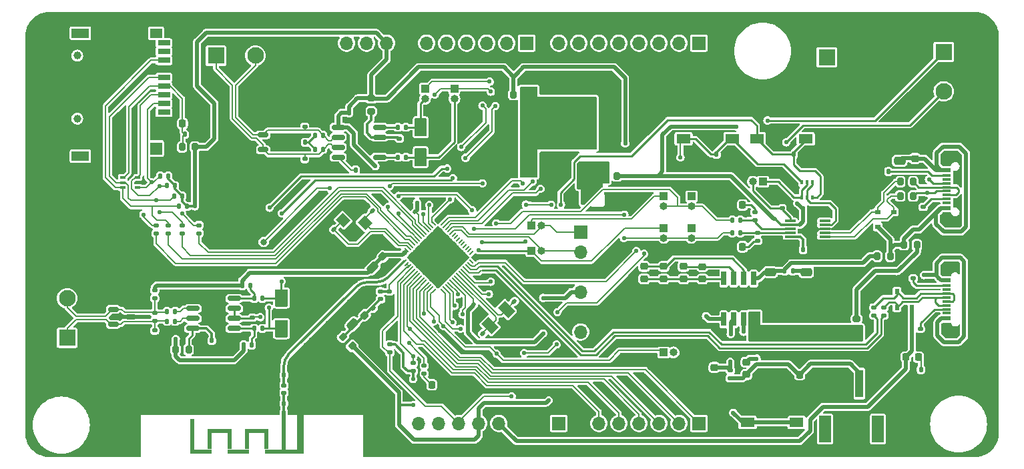
<source format=gbr>
%TF.GenerationSoftware,KiCad,Pcbnew,7.0.8*%
%TF.CreationDate,2024-02-15T12:40:33+05:30*%
%TF.ProjectId,ESP32-S3_DB,45535033-322d-4533-935f-44422e6b6963,rev?*%
%TF.SameCoordinates,Original*%
%TF.FileFunction,Copper,L1,Top*%
%TF.FilePolarity,Positive*%
%FSLAX46Y46*%
G04 Gerber Fmt 4.6, Leading zero omitted, Abs format (unit mm)*
G04 Created by KiCad (PCBNEW 7.0.8) date 2024-02-15 12:40:33*
%MOMM*%
%LPD*%
G01*
G04 APERTURE LIST*
G04 Aperture macros list*
%AMRoundRect*
0 Rectangle with rounded corners*
0 $1 Rounding radius*
0 $2 $3 $4 $5 $6 $7 $8 $9 X,Y pos of 4 corners*
0 Add a 4 corners polygon primitive as box body*
4,1,4,$2,$3,$4,$5,$6,$7,$8,$9,$2,$3,0*
0 Add four circle primitives for the rounded corners*
1,1,$1+$1,$2,$3*
1,1,$1+$1,$4,$5*
1,1,$1+$1,$6,$7*
1,1,$1+$1,$8,$9*
0 Add four rect primitives between the rounded corners*
20,1,$1+$1,$2,$3,$4,$5,0*
20,1,$1+$1,$4,$5,$6,$7,0*
20,1,$1+$1,$6,$7,$8,$9,0*
20,1,$1+$1,$8,$9,$2,$3,0*%
%AMRotRect*
0 Rectangle, with rotation*
0 The origin of the aperture is its center*
0 $1 length*
0 $2 width*
0 $3 Rotation angle, in degrees counterclockwise*
0 Add horizontal line*
21,1,$1,$2,0,0,$3*%
G04 Aperture macros list end*
%TA.AperFunction,SMDPad,CuDef*%
%ADD10RoundRect,0.135000X0.185000X-0.135000X0.185000X0.135000X-0.185000X0.135000X-0.185000X-0.135000X0*%
%TD*%
%TA.AperFunction,SMDPad,CuDef*%
%ADD11RoundRect,0.140000X0.219203X0.021213X0.021213X0.219203X-0.219203X-0.021213X-0.021213X-0.219203X0*%
%TD*%
%TA.AperFunction,SMDPad,CuDef*%
%ADD12R,0.650000X0.400000*%
%TD*%
%TA.AperFunction,ComponentPad*%
%ADD13R,1.700000X1.700000*%
%TD*%
%TA.AperFunction,ComponentPad*%
%ADD14O,1.700000X1.700000*%
%TD*%
%TA.AperFunction,SMDPad,CuDef*%
%ADD15RoundRect,0.250000X0.250000X0.475000X-0.250000X0.475000X-0.250000X-0.475000X0.250000X-0.475000X0*%
%TD*%
%TA.AperFunction,SMDPad,CuDef*%
%ADD16RoundRect,0.200000X-0.275000X0.200000X-0.275000X-0.200000X0.275000X-0.200000X0.275000X0.200000X0*%
%TD*%
%TA.AperFunction,SMDPad,CuDef*%
%ADD17RoundRect,0.218750X0.256250X-0.218750X0.256250X0.218750X-0.256250X0.218750X-0.256250X-0.218750X0*%
%TD*%
%TA.AperFunction,SMDPad,CuDef*%
%ADD18RoundRect,0.250000X-0.475000X0.250000X-0.475000X-0.250000X0.475000X-0.250000X0.475000X0.250000X0*%
%TD*%
%TA.AperFunction,SMDPad,CuDef*%
%ADD19RoundRect,0.135000X-0.185000X0.135000X-0.185000X-0.135000X0.185000X-0.135000X0.185000X0.135000X0*%
%TD*%
%TA.AperFunction,SMDPad,CuDef*%
%ADD20R,1.800000X1.200000*%
%TD*%
%TA.AperFunction,SMDPad,CuDef*%
%ADD21RotRect,1.400000X1.200000X315.000000*%
%TD*%
%TA.AperFunction,SMDPad,CuDef*%
%ADD22RoundRect,0.218750X-0.218750X-0.256250X0.218750X-0.256250X0.218750X0.256250X-0.218750X0.256250X0*%
%TD*%
%TA.AperFunction,SMDPad,CuDef*%
%ADD23R,1.000000X0.700000*%
%TD*%
%TA.AperFunction,SMDPad,CuDef*%
%ADD24R,0.600000X0.700000*%
%TD*%
%TA.AperFunction,ComponentPad*%
%ADD25R,1.000000X1.000000*%
%TD*%
%TA.AperFunction,ComponentPad*%
%ADD26O,1.000000X1.000000*%
%TD*%
%TA.AperFunction,ComponentPad*%
%ADD27R,2.100000X2.100000*%
%TD*%
%TA.AperFunction,ComponentPad*%
%ADD28C,2.100000*%
%TD*%
%TA.AperFunction,SMDPad,CuDef*%
%ADD29RoundRect,0.135000X0.135000X0.185000X-0.135000X0.185000X-0.135000X-0.185000X0.135000X-0.185000X0*%
%TD*%
%TA.AperFunction,SMDPad,CuDef*%
%ADD30RoundRect,0.250000X0.650000X-0.325000X0.650000X0.325000X-0.650000X0.325000X-0.650000X-0.325000X0*%
%TD*%
%TA.AperFunction,SMDPad,CuDef*%
%ADD31RoundRect,0.225000X0.335876X0.017678X0.017678X0.335876X-0.335876X-0.017678X-0.017678X-0.335876X0*%
%TD*%
%TA.AperFunction,SMDPad,CuDef*%
%ADD32RoundRect,0.250000X-0.512652X-0.159099X-0.159099X-0.512652X0.512652X0.159099X0.159099X0.512652X0*%
%TD*%
%TA.AperFunction,SMDPad,CuDef*%
%ADD33RoundRect,0.225000X0.225000X0.250000X-0.225000X0.250000X-0.225000X-0.250000X0.225000X-0.250000X0*%
%TD*%
%TA.AperFunction,SMDPad,CuDef*%
%ADD34RoundRect,0.140000X-0.140000X-0.170000X0.140000X-0.170000X0.140000X0.170000X-0.140000X0.170000X0*%
%TD*%
%TA.AperFunction,SMDPad,CuDef*%
%ADD35RoundRect,0.140000X0.170000X-0.140000X0.170000X0.140000X-0.170000X0.140000X-0.170000X-0.140000X0*%
%TD*%
%TA.AperFunction,SMDPad,CuDef*%
%ADD36RoundRect,0.135000X-0.135000X-0.185000X0.135000X-0.185000X0.135000X0.185000X-0.135000X0.185000X0*%
%TD*%
%TA.AperFunction,SMDPad,CuDef*%
%ADD37RoundRect,0.042000X-0.258000X0.833000X-0.258000X-0.833000X0.258000X-0.833000X0.258000X0.833000X0*%
%TD*%
%TA.AperFunction,SMDPad,CuDef*%
%ADD38R,3.200000X2.200000*%
%TD*%
%TA.AperFunction,SMDPad,CuDef*%
%ADD39RoundRect,0.225000X-0.225000X-0.250000X0.225000X-0.250000X0.225000X0.250000X-0.225000X0.250000X0*%
%TD*%
%TA.AperFunction,SMDPad,CuDef*%
%ADD40RoundRect,0.200000X0.200000X0.275000X-0.200000X0.275000X-0.200000X-0.275000X0.200000X-0.275000X0*%
%TD*%
%TA.AperFunction,SMDPad,CuDef*%
%ADD41RoundRect,0.200000X0.200000X-0.550000X0.200000X0.550000X-0.200000X0.550000X-0.200000X-0.550000X0*%
%TD*%
%TA.AperFunction,SMDPad,CuDef*%
%ADD42RoundRect,0.140000X0.140000X0.170000X-0.140000X0.170000X-0.140000X-0.170000X0.140000X-0.170000X0*%
%TD*%
%TA.AperFunction,SMDPad,CuDef*%
%ADD43RoundRect,0.250000X0.475000X-0.250000X0.475000X0.250000X-0.475000X0.250000X-0.475000X-0.250000X0*%
%TD*%
%TA.AperFunction,SMDPad,CuDef*%
%ADD44R,1.140000X0.600000*%
%TD*%
%TA.AperFunction,SMDPad,CuDef*%
%ADD45R,1.140000X0.300000*%
%TD*%
%TA.AperFunction,ComponentPad*%
%ADD46O,2.000000X0.900000*%
%TD*%
%TA.AperFunction,ComponentPad*%
%ADD47O,1.700000X0.900000*%
%TD*%
%TA.AperFunction,SMDPad,CuDef*%
%ADD48RoundRect,0.140000X-0.170000X0.140000X-0.170000X-0.140000X0.170000X-0.140000X0.170000X0.140000X0*%
%TD*%
%TA.AperFunction,SMDPad,CuDef*%
%ADD49RoundRect,0.225000X0.250000X-0.225000X0.250000X0.225000X-0.250000X0.225000X-0.250000X-0.225000X0*%
%TD*%
%TA.AperFunction,SMDPad,CuDef*%
%ADD50RoundRect,0.218750X-0.256250X0.218750X-0.256250X-0.218750X0.256250X-0.218750X0.256250X0.218750X0*%
%TD*%
%TA.AperFunction,SMDPad,CuDef*%
%ADD51RoundRect,0.147500X0.172500X-0.147500X0.172500X0.147500X-0.172500X0.147500X-0.172500X-0.147500X0*%
%TD*%
%TA.AperFunction,SMDPad,CuDef*%
%ADD52R,1.400000X0.300000*%
%TD*%
%TA.AperFunction,SMDPad,CuDef*%
%ADD53RoundRect,0.225000X-0.250000X0.225000X-0.250000X-0.225000X0.250000X-0.225000X0.250000X0.225000X0*%
%TD*%
%TA.AperFunction,SMDPad,CuDef*%
%ADD54R,0.420000X0.600000*%
%TD*%
%TA.AperFunction,SMDPad,CuDef*%
%ADD55RoundRect,0.150000X-0.512500X-0.150000X0.512500X-0.150000X0.512500X0.150000X-0.512500X0.150000X0*%
%TD*%
%TA.AperFunction,SMDPad,CuDef*%
%ADD56RoundRect,0.140000X-0.219203X-0.021213X-0.021213X-0.219203X0.219203X0.021213X0.021213X0.219203X0*%
%TD*%
%TA.AperFunction,SMDPad,CuDef*%
%ADD57RoundRect,0.218750X0.218750X0.256250X-0.218750X0.256250X-0.218750X-0.256250X0.218750X-0.256250X0*%
%TD*%
%TA.AperFunction,SMDPad,CuDef*%
%ADD58RoundRect,0.225000X-0.335876X-0.017678X-0.017678X-0.335876X0.335876X0.017678X0.017678X0.335876X0*%
%TD*%
%TA.AperFunction,SMDPad,CuDef*%
%ADD59R,0.700000X1.000000*%
%TD*%
%TA.AperFunction,SMDPad,CuDef*%
%ADD60R,0.700000X0.600000*%
%TD*%
%TA.AperFunction,SMDPad,CuDef*%
%ADD61R,2.200000X1.200000*%
%TD*%
%TA.AperFunction,ComponentPad*%
%ADD62C,1.000000*%
%TD*%
%TA.AperFunction,SMDPad,CuDef*%
%ADD63R,1.500000X1.600000*%
%TD*%
%TA.AperFunction,SMDPad,CuDef*%
%ADD64R,1.600000X0.700000*%
%TD*%
%TA.AperFunction,SMDPad,CuDef*%
%ADD65R,1.500000X1.200000*%
%TD*%
%TA.AperFunction,SMDPad,CuDef*%
%ADD66RoundRect,0.200000X0.335876X0.053033X0.053033X0.335876X-0.335876X-0.053033X-0.053033X-0.335876X0*%
%TD*%
%TA.AperFunction,SMDPad,CuDef*%
%ADD67RotRect,0.660000X0.200000X45.000000*%
%TD*%
%TA.AperFunction,SMDPad,CuDef*%
%ADD68RotRect,0.200000X0.660000X45.000000*%
%TD*%
%TA.AperFunction,SMDPad,CuDef*%
%ADD69RotRect,4.000000X4.000000X45.000000*%
%TD*%
%TA.AperFunction,SMDPad,CuDef*%
%ADD70R,0.980000X2.400000*%
%TD*%
%TA.AperFunction,SMDPad,CuDef*%
%ADD71R,5.860000X5.570000*%
%TD*%
%TA.AperFunction,SMDPad,CuDef*%
%ADD72R,1.000000X3.500000*%
%TD*%
%TA.AperFunction,SMDPad,CuDef*%
%ADD73R,1.500000X3.400000*%
%TD*%
%TA.AperFunction,SMDPad,CuDef*%
%ADD74R,5.000000X0.500000*%
%TD*%
%TA.AperFunction,SMDPad,CuDef*%
%ADD75R,0.500000X4.900000*%
%TD*%
%TA.AperFunction,SMDPad,CuDef*%
%ADD76R,0.500000X0.500000*%
%TD*%
%TA.AperFunction,SMDPad,CuDef*%
%ADD77R,0.500000X2.640000*%
%TD*%
%TA.AperFunction,SMDPad,CuDef*%
%ADD78R,2.000000X0.500000*%
%TD*%
%TA.AperFunction,SMDPad,CuDef*%
%ADD79R,2.700000X0.500000*%
%TD*%
%TA.AperFunction,SMDPad,CuDef*%
%ADD80R,0.500000X3.940000*%
%TD*%
%TA.AperFunction,SMDPad,CuDef*%
%ADD81R,0.900000X4.900000*%
%TD*%
%TA.AperFunction,ComponentPad*%
%ADD82C,0.600000*%
%TD*%
%TA.AperFunction,SMDPad,CuDef*%
%ADD83RotRect,1.300000X1.800000X45.000000*%
%TD*%
%TA.AperFunction,SMDPad,CuDef*%
%ADD84RoundRect,0.200000X0.275000X-0.200000X0.275000X0.200000X-0.275000X0.200000X-0.275000X-0.200000X0*%
%TD*%
%TA.AperFunction,SMDPad,CuDef*%
%ADD85RoundRect,0.250000X0.512652X0.159099X0.159099X0.512652X-0.512652X-0.159099X-0.159099X-0.512652X0*%
%TD*%
%TA.AperFunction,SMDPad,CuDef*%
%ADD86RoundRect,0.150000X0.675000X0.150000X-0.675000X0.150000X-0.675000X-0.150000X0.675000X-0.150000X0*%
%TD*%
%TA.AperFunction,SMDPad,CuDef*%
%ADD87RoundRect,0.200000X-0.200000X-0.275000X0.200000X-0.275000X0.200000X0.275000X-0.200000X0.275000X0*%
%TD*%
%TA.AperFunction,ViaPad*%
%ADD88C,0.550000*%
%TD*%
%TA.AperFunction,ViaPad*%
%ADD89C,0.800000*%
%TD*%
%TA.AperFunction,Conductor*%
%ADD90C,0.350000*%
%TD*%
%TA.AperFunction,Conductor*%
%ADD91C,0.300000*%
%TD*%
%TA.AperFunction,Conductor*%
%ADD92C,0.250000*%
%TD*%
%TA.AperFunction,Conductor*%
%ADD93C,0.200000*%
%TD*%
%TA.AperFunction,Conductor*%
%ADD94C,0.500000*%
%TD*%
%TA.AperFunction,Conductor*%
%ADD95C,0.280000*%
%TD*%
G04 APERTURE END LIST*
D10*
%TO.P,R43,1*%
%TO.N,Net-(D13-A)*%
X185420000Y-115050000D03*
%TO.P,R43,2*%
%TO.N,Net-(U4-RXD)*%
X185420000Y-114030000D03*
%TD*%
D11*
%TO.P,C11,1*%
%TO.N,/3V3*%
X142009411Y-111369411D03*
%TO.P,C11,2*%
%TO.N,GND*%
X141330589Y-110690589D03*
%TD*%
D12*
%TO.P,D10,1,L1*%
%TO.N,/~{MCU_SL_CS}*%
X106790000Y-108310000D03*
%TO.P,D10,2,VN*%
%TO.N,GND*%
X106790000Y-107660000D03*
%TO.P,D10,3,L2*%
%TO.N,/MCU_SL_MOSI*%
X106790000Y-107010000D03*
%TO.P,D10,4,L3*%
%TO.N,/SD_CARD/VDD*%
X104890000Y-107010000D03*
%TO.P,D10,5,L4*%
%TO.N,/MCU_SL_CLK*%
X104890000Y-107660000D03*
%TO.P,D10,6,L5*%
%TO.N,/MCU_SL_MISO*%
X104890000Y-108310000D03*
%TD*%
D13*
%TO.P,J9,1,Pin_1*%
%TO.N,/RS-485_RX{slash}GPIO34*%
X162950000Y-113920001D03*
D14*
%TO.P,J9,2,Pin_2*%
%TO.N,/RS-485_TX{slash}GPIO33*%
X162950000Y-116460001D03*
%TO.P,J9,3,Pin_3*%
%TO.N,GND*%
X162950000Y-119000001D03*
%TO.P,J9,4,Pin_4*%
%TO.N,/3V3*%
X162950000Y-121540001D03*
%TO.P,J9,5,Pin_5*%
%TO.N,GND*%
X162950000Y-124080001D03*
%TO.P,J9,6,Pin_6*%
%TO.N,/5V*%
X162950000Y-126620001D03*
%TD*%
D15*
%TO.P,C43,1*%
%TO.N,Net-(U5-VOUT)*%
X156190000Y-101010000D03*
%TO.P,C43,2*%
%TO.N,GND*%
X154290000Y-101010000D03*
%TD*%
D16*
%TO.P,R14,1*%
%TO.N,/3V3*%
X136400000Y-96975000D03*
%TO.P,R14,2*%
%TO.N,Net-(U7-VCC)*%
X136400000Y-98625000D03*
%TD*%
D17*
%TO.P,D8,1,K*%
%TO.N,/INPUT POWER/LED3*%
X176000000Y-119887500D03*
%TO.P,D8,2,A*%
%TO.N,/INPUT POWER/LED2*%
X176000000Y-118312500D03*
%TD*%
D18*
%TO.P,C9,1*%
%TO.N,Net-(C9-Pad1)*%
X191580000Y-119055000D03*
%TO.P,C9,2*%
%TO.N,GND*%
X191580000Y-120955000D03*
%TD*%
D19*
%TO.P,R1,1*%
%TO.N,/3V3*%
X138760000Y-128200000D03*
%TO.P,R1,2*%
%TO.N,/RESET*%
X138760000Y-129220000D03*
%TD*%
D20*
%TO.P,SW1,1,1*%
%TO.N,GND*%
X176000000Y-98405000D03*
X182200000Y-98405000D03*
%TO.P,SW1,2,2*%
%TO.N,/RESET*%
X176000000Y-102105000D03*
X182200000Y-102105000D03*
%TD*%
D21*
%TO.P,Y1,1,1*%
%TO.N,Net-(U1-XTAL_P)*%
X132821142Y-112423223D03*
%TO.P,Y1,2,2*%
%TO.N,GND*%
X134376777Y-113978858D03*
%TO.P,Y1,3,3*%
%TO.N,Net-(U1-XTAL_N)*%
X135578858Y-112776777D03*
%TO.P,Y1,4,4*%
%TO.N,GND*%
X134023223Y-111221142D03*
%TD*%
D11*
%TO.P,C32,1*%
%TO.N,/ESP32-S3/XTALN*%
X154539411Y-122739411D03*
%TO.P,C32,2*%
%TO.N,GND*%
X153860589Y-122060589D03*
%TD*%
D20*
%TO.P,SW3,1,1*%
%TO.N,Net-(U3-KEY)*%
X190340000Y-138120000D03*
X184140000Y-138120000D03*
%TO.P,SW3,2,2*%
%TO.N,GND*%
X190340000Y-134420000D03*
X184140000Y-134420000D03*
%TD*%
D17*
%TO.P,D3,1,K*%
%TO.N,/INPUT POWER/LED3*%
X171000000Y-119887500D03*
%TO.P,D3,2,A*%
%TO.N,/INPUT POWER/LED1*%
X171000000Y-118312500D03*
%TD*%
D22*
%TO.P,D13,1,K*%
%TO.N,GND*%
X181902500Y-115820000D03*
%TO.P,D13,2,A*%
%TO.N,Net-(D13-A)*%
X183477500Y-115820000D03*
%TD*%
D23*
%TO.P,D11,1,GND*%
%TO.N,GND*%
X204780000Y-121490000D03*
D24*
%TO.P,D11,2,I/O_1*%
%TO.N,/OTG_D+*%
X203080000Y-121490000D03*
%TO.P,D11,3,I/O_2*%
%TO.N,/OTG_D-*%
X203080000Y-123490000D03*
%TO.P,D11,4,VCC*%
%TO.N,/5V*%
X204980000Y-123490000D03*
%TD*%
D25*
%TO.P,J6,1,Pin_1*%
%TO.N,/485_TRANS_TX*%
X156720000Y-116350000D03*
D26*
%TO.P,J6,2,Pin_2*%
%TO.N,/RS-485_TX{slash}GPIO33*%
X157990000Y-116350000D03*
%TD*%
D27*
%TO.P,J5,1,Pin_1*%
%TO.N,/5V*%
X194180000Y-91770000D03*
D28*
%TO.P,J5,2,Pin_2*%
%TO.N,GND*%
X199180000Y-91770000D03*
%TD*%
D19*
%TO.P,R6,1*%
%TO.N,/EXTERNAL CONNECTORS/CC1*%
X206050000Y-126230000D03*
%TO.P,R6,2*%
%TO.N,GND*%
X206050000Y-127250000D03*
%TD*%
D29*
%TO.P,R31,1*%
%TO.N,/485_TRANS_TX*%
X122560000Y-122370000D03*
%TO.P,R31,2*%
%TO.N,/RS_485/RS-485_DI*%
X121540000Y-122370000D03*
%TD*%
D19*
%TO.P,R10,1*%
%TO.N,Net-(U3-BAT)*%
X181930000Y-131460000D03*
%TO.P,R10,2*%
%TO.N,/V_BAT*%
X181930000Y-132480000D03*
%TD*%
D25*
%TO.P,J11,1,Pin_1*%
%TO.N,/CAN_TXD{slash}MTCK*%
X146930000Y-95760000D03*
D26*
%TO.P,J11,2,Pin_2*%
%TO.N,/CAN_TRANS_TXD*%
X146930000Y-97030000D03*
%TD*%
D11*
%TO.P,C31,1*%
%TO.N,/ESP32-S3/XTALP*%
X150539411Y-126839411D03*
%TO.P,C31,2*%
%TO.N,GND*%
X149860589Y-126160589D03*
%TD*%
D30*
%TO.P,C39,1*%
%TO.N,Net-(U3-VOUT)*%
X195410000Y-126840000D03*
%TO.P,C39,2*%
%TO.N,GND*%
X195410000Y-123890000D03*
%TD*%
D10*
%TO.P,R54,1*%
%TO.N,Net-(U1-GPIO45)*%
X110640000Y-114100000D03*
%TO.P,R54,2*%
%TO.N,/MCU_SL_MISO*%
X110640000Y-113080000D03*
%TD*%
D13*
%TO.P,J14,1,Pin_1*%
%TO.N,/GPIO6*%
X177970000Y-138230000D03*
D14*
%TO.P,J14,2,Pin_2*%
%TO.N,/GPIO5*%
X175430000Y-138230000D03*
%TO.P,J14,3,Pin_3*%
%TO.N,/GPIO4*%
X172890000Y-138230000D03*
%TO.P,J14,4,Pin_4*%
%TO.N,/GPIO3*%
X170350000Y-138230000D03*
%TO.P,J14,5,Pin_5*%
%TO.N,/GPIO2*%
X167810000Y-138230000D03*
%TO.P,J14,6,Pin_6*%
%TO.N,/GPIO1*%
X165270000Y-138230000D03*
%TD*%
D31*
%TO.P,C14,1*%
%TO.N,/3V3*%
X137848008Y-117048008D03*
%TO.P,C14,2*%
%TO.N,GND*%
X136751992Y-115951992D03*
%TD*%
D32*
%TO.P,C2,1*%
%TO.N,Net-(C2-Pad1)*%
X134028249Y-125648249D03*
%TO.P,C2,2*%
%TO.N,GND*%
X135371751Y-126991751D03*
%TD*%
D10*
%TO.P,R21,1*%
%TO.N,/3V3*%
X141740000Y-131600000D03*
%TO.P,R21,2*%
%TO.N,/BOOT*%
X141740000Y-130580000D03*
%TD*%
D33*
%TO.P,C16,1*%
%TO.N,Net-(U5-VIN)*%
X163645000Y-109460000D03*
%TO.P,C16,2*%
%TO.N,GND*%
X162095000Y-109460000D03*
%TD*%
D34*
%TO.P,C25,1*%
%TO.N,GND*%
X127040000Y-102550000D03*
%TO.P,C25,2*%
%TO.N,Net-(C25-Pad2)*%
X128000000Y-102550000D03*
%TD*%
D13*
%TO.P,J16,1,Pin_1*%
%TO.N,unconnected-(J16-Pin_1-Pad1)*%
X160190000Y-138230000D03*
D14*
%TO.P,J16,2,Pin_2*%
%TO.N,GND*%
X157650000Y-138230000D03*
%TO.P,J16,3,Pin_3*%
X155110000Y-138230000D03*
%TO.P,J16,4,Pin_4*%
%TO.N,/5V*%
X152570000Y-138230000D03*
%TO.P,J16,5,Pin_5*%
%TO.N,/3V3*%
X150030000Y-138230000D03*
%TO.P,J16,6,Pin_6*%
%TO.N,/RESET*%
X147490000Y-138230000D03*
%TO.P,J16,7,Pin_7*%
%TO.N,unconnected-(J16-Pin_7-Pad7)*%
X144950000Y-138230000D03*
%TO.P,J16,8,Pin_8*%
%TO.N,/R4_~{RE}_DE*%
X142410000Y-138230000D03*
%TD*%
D35*
%TO.P,C24,1*%
%TO.N,GND*%
X139960000Y-103030000D03*
%TO.P,C24,2*%
%TO.N,Net-(U7-VCC)*%
X139960000Y-102070000D03*
%TD*%
D36*
%TO.P,R40,1*%
%TO.N,/MCU_SL_CLK*%
X111390000Y-109370000D03*
%TO.P,R40,2*%
%TO.N,/3V3*%
X112410000Y-109370000D03*
%TD*%
D37*
%TO.P,U3,1,VIN*%
%TO.N,Net-(U3-VIN)*%
X184920000Y-119835000D03*
%TO.P,U3,2,LED1*%
%TO.N,/INPUT POWER/LED1*%
X183650000Y-119835000D03*
%TO.P,U3,3,LED2*%
%TO.N,/INPUT POWER/LED2*%
X182380000Y-119835000D03*
%TO.P,U3,4,LED3*%
%TO.N,/INPUT POWER/LED3*%
X181110000Y-119835000D03*
%TO.P,U3,5,KEY*%
%TO.N,Net-(U3-KEY)*%
X181110000Y-125005000D03*
%TO.P,U3,6,BAT*%
%TO.N,Net-(U3-BAT)*%
X182380000Y-125005000D03*
%TO.P,U3,7,SW*%
%TO.N,Net-(U3-SW)*%
X183650000Y-125005000D03*
%TO.P,U3,8,VOUT*%
%TO.N,Net-(U3-VOUT)*%
X184920000Y-125005000D03*
D38*
%TO.P,U3,9,EP*%
%TO.N,GND*%
X183015000Y-122420000D03*
%TD*%
D39*
%TO.P,C29,1*%
%TO.N,/SD_CARD/VDD*%
X112445000Y-100180000D03*
%TO.P,C29,2*%
%TO.N,GND*%
X113995000Y-100180000D03*
%TD*%
D36*
%TO.P,R9,1*%
%TO.N,Net-(U3-VIN)*%
X188830000Y-118865000D03*
%TO.P,R9,2*%
%TO.N,Net-(C9-Pad1)*%
X189850000Y-118865000D03*
%TD*%
D10*
%TO.P,R27,1*%
%TO.N,/RS485_P*%
X108940000Y-122325000D03*
%TO.P,R27,2*%
%TO.N,/3V3*%
X108940000Y-121305000D03*
%TD*%
D36*
%TO.P,R38,1*%
%TO.N,/CAN TRANSCEIVER/RXD*%
X139770000Y-100645000D03*
%TO.P,R38,2*%
%TO.N,/CAN_TRANS_RXD*%
X140790000Y-100645000D03*
%TD*%
D10*
%TO.P,R7,1*%
%TO.N,/EXTERNAL CONNECTORS/CC2*%
X205140000Y-119810000D03*
%TO.P,R7,2*%
%TO.N,GND*%
X205140000Y-118790000D03*
%TD*%
D36*
%TO.P,R11,1*%
%TO.N,/~{MCU_SL_CS}*%
X109620000Y-106810000D03*
%TO.P,R11,2*%
%TO.N,/3V3*%
X110640000Y-106810000D03*
%TD*%
D29*
%TO.P,R39,1*%
%TO.N,Net-(D1-K)*%
X206110000Y-131400000D03*
%TO.P,R39,2*%
%TO.N,GND*%
X205090000Y-131400000D03*
%TD*%
D19*
%TO.P,R50,1*%
%TO.N,/OTG_D-*%
X201420000Y-123500000D03*
%TO.P,R50,2*%
%TO.N,/ESP32-S3/D-*%
X201420000Y-124520000D03*
%TD*%
D34*
%TO.P,C5,1*%
%TO.N,Net-(AE1-A)*%
X125320000Y-135700000D03*
%TO.P,C5,2*%
%TO.N,GND*%
X126280000Y-135700000D03*
%TD*%
D25*
%TO.P,J22,1,Pin_1*%
%TO.N,/USB-TO-UART/DTR*%
X186080000Y-107560000D03*
D26*
%TO.P,J22,2,Pin_2*%
%TO.N,/TNOW*%
X184810000Y-107560000D03*
%TD*%
D40*
%TO.P,R15,1*%
%TO.N,/INPUT POWER/VIN*%
X202235000Y-117010000D03*
%TO.P,R15,2*%
%TO.N,Net-(U3-VIN)*%
X200585000Y-117010000D03*
%TD*%
D34*
%TO.P,C7,1*%
%TO.N,Net-(U1-LNA_IN)*%
X125320000Y-132100000D03*
%TO.P,C7,2*%
%TO.N,GND*%
X126280000Y-132100000D03*
%TD*%
D29*
%TO.P,R24,1*%
%TO.N,/RS_485/RS_485_P*%
X111510000Y-124000000D03*
%TO.P,R24,2*%
%TO.N,/RS485_P*%
X110490000Y-124000000D03*
%TD*%
%TO.P,R5,1*%
%TO.N,/INPUT POWER/CC2*%
X201980000Y-106270000D03*
%TO.P,R5,2*%
%TO.N,GND*%
X200960000Y-106270000D03*
%TD*%
D25*
%TO.P,J18,1,Pin_1*%
%TO.N,/R4_~{RE}_DE*%
X173460000Y-129230000D03*
D26*
%TO.P,J18,2,Pin_2*%
%TO.N,/TNOW*%
X174730000Y-129230000D03*
%TD*%
D41*
%TO.P,TP4,1,1*%
%TO.N,/CAN_TRANS_RXD*%
X142620000Y-100645000D03*
%TD*%
D42*
%TO.P,C20,1*%
%TO.N,GND*%
X192140000Y-110970000D03*
%TO.P,C20,2*%
%TO.N,/5V*%
X191180000Y-110970000D03*
%TD*%
D34*
%TO.P,C22,1*%
%TO.N,Net-(U6-VCC)*%
X116170000Y-127715000D03*
%TO.P,C22,2*%
%TO.N,GND*%
X117130000Y-127715000D03*
%TD*%
D30*
%TO.P,C37,1*%
%TO.N,Net-(U3-VOUT)*%
X189960000Y-126840000D03*
%TO.P,C37,2*%
%TO.N,GND*%
X189960000Y-123890000D03*
%TD*%
D19*
%TO.P,R4,1*%
%TO.N,/INPUT POWER/CC1*%
X206400000Y-110770000D03*
%TO.P,R4,2*%
%TO.N,GND*%
X206400000Y-111790000D03*
%TD*%
D41*
%TO.P,TP5,1,1*%
%TO.N,GND*%
X126700000Y-124275000D03*
%TD*%
D19*
%TO.P,R51,1*%
%TO.N,/~{MCU_SL_CS}*%
X109120000Y-113090000D03*
%TO.P,R51,2*%
%TO.N,Net-(U1-GPIO46)*%
X109120000Y-114110000D03*
%TD*%
D43*
%TO.P,C40,1*%
%TO.N,/INPUT POWER/VIN*%
X203410000Y-104880000D03*
%TO.P,C40,2*%
%TO.N,GND*%
X203410000Y-102980000D03*
%TD*%
D19*
%TO.P,R29,1*%
%TO.N,GND*%
X121340000Y-123765000D03*
%TO.P,R29,2*%
%TO.N,/R4_~{RE}_DE*%
X121340000Y-124785000D03*
%TD*%
%TO.P,R20,1*%
%TO.N,GND*%
X188510000Y-109920000D03*
%TO.P,R20,2*%
%TO.N,/TNOW*%
X188510000Y-110940000D03*
%TD*%
D36*
%TO.P,R41,1*%
%TO.N,/MCU_SL_MOSI*%
X110470000Y-108060000D03*
%TO.P,R41,2*%
%TO.N,/3V3*%
X111490000Y-108060000D03*
%TD*%
D10*
%TO.P,R28,1*%
%TO.N,GND*%
X108930000Y-127455000D03*
%TO.P,R28,2*%
%TO.N,/RS485_N*%
X108930000Y-126435000D03*
%TD*%
D44*
%TO.P,J1,A1,GND*%
%TO.N,GND*%
X209395000Y-111700000D03*
%TO.P,J1,A4,VBUS*%
%TO.N,/INPUT POWER/VIN*%
X209395000Y-110900000D03*
D45*
%TO.P,J1,A5,CC1*%
%TO.N,/INPUT POWER/CC1*%
X209395000Y-109750000D03*
%TO.P,J1,A6,D+*%
%TO.N,Net-(J1-D+-PadA6)*%
X209395000Y-108750000D03*
%TO.P,J1,A7,D-*%
%TO.N,Net-(J1-D--PadA7)*%
X209395000Y-108250000D03*
%TO.P,J1,A8,SBU1*%
%TO.N,unconnected-(J1-SBU1-PadA8)*%
X209395000Y-107250000D03*
D44*
%TO.P,J1,B1,GND*%
%TO.N,GND*%
X209395000Y-105300000D03*
%TO.P,J1,B4,VBUS*%
%TO.N,/INPUT POWER/VIN*%
X209395000Y-106100000D03*
D45*
%TO.P,J1,B5,CC2*%
%TO.N,/INPUT POWER/CC2*%
X209395000Y-106750000D03*
%TO.P,J1,B6,D+*%
%TO.N,Net-(J1-D+-PadA6)*%
X209395000Y-107750000D03*
%TO.P,J1,B7,D-*%
%TO.N,Net-(J1-D--PadA7)*%
X209395000Y-109250000D03*
%TO.P,J1,B8,SBU2*%
%TO.N,unconnected-(J1-SBU2-PadB8)*%
X209395000Y-110250000D03*
D46*
%TO.P,J1,S,SHIELD*%
%TO.N,GND*%
X209975000Y-112825000D03*
D47*
X214145000Y-112825000D03*
D46*
X209975000Y-104175000D03*
D47*
X214145000Y-104175000D03*
%TD*%
D36*
%TO.P,R35,1*%
%TO.N,Net-(C25-Pad2)*%
X129270000Y-103435000D03*
%TO.P,R35,2*%
%TO.N,/CAN_P*%
X130290000Y-103435000D03*
%TD*%
D25*
%TO.P,J17,1,Pin_1*%
%TO.N,/485_TRANS_RX*%
X173490000Y-109420000D03*
D26*
%TO.P,J17,2,Pin_2*%
%TO.N,/U2U_TXD*%
X173490000Y-110690000D03*
%TD*%
D48*
%TO.P,C8,1*%
%TO.N,Net-(C8-Pad1)*%
X138700000Y-121470000D03*
%TO.P,C8,2*%
%TO.N,GND*%
X138700000Y-122430000D03*
%TD*%
D36*
%TO.P,R37,1*%
%TO.N,/CAN TRANSCEIVER/TXD*%
X139780000Y-104455000D03*
%TO.P,R37,2*%
%TO.N,/CAN_TRANS_TXD*%
X140800000Y-104455000D03*
%TD*%
D49*
%TO.P,C41,1*%
%TO.N,/INPUT POWER/VIN*%
X205350000Y-104615000D03*
%TO.P,C41,2*%
%TO.N,GND*%
X205350000Y-103065000D03*
%TD*%
D50*
%TO.P,D9,1,K*%
%TO.N,/INPUT POWER/LED2*%
X178400000Y-118322500D03*
%TO.P,D9,2,A*%
%TO.N,/INPUT POWER/LED3*%
X178400000Y-119897500D03*
%TD*%
D51*
%TO.P,L2,1,1*%
%TO.N,Net-(AE1-A)*%
X125320000Y-134365000D03*
%TO.P,L2,2,2*%
%TO.N,Net-(U1-LNA_IN)*%
X125320000Y-133395000D03*
%TD*%
D29*
%TO.P,R25,1*%
%TO.N,/RS_485/RS_485_N*%
X111510000Y-125270000D03*
%TO.P,R25,2*%
%TO.N,/RS485_N*%
X110490000Y-125270000D03*
%TD*%
D10*
%TO.P,R55,1*%
%TO.N,Net-(D5-A)*%
X143110000Y-131910000D03*
%TO.P,R55,2*%
%TO.N,/GPIO2*%
X143110000Y-130890000D03*
%TD*%
D40*
%TO.P,R22,1*%
%TO.N,/5V*%
X167545000Y-106840000D03*
%TO.P,R22,2*%
%TO.N,Net-(U5-VIN)*%
X165895000Y-106840000D03*
%TD*%
D52*
%TO.P,U4,1,UD+*%
%TO.N,/D+*%
X193930000Y-114530000D03*
%TO.P,U4,2,UD-*%
%TO.N,/D-*%
X193930000Y-114030000D03*
%TO.P,U4,3,GND*%
%TO.N,GND*%
X193930000Y-113530000D03*
%TO.P,U4,4,~{RTS}*%
%TO.N,/USB-TO-UART/RTS*%
X193930000Y-113030000D03*
%TO.P,U4,5,~{CTS}*%
%TO.N,unconnected-(U4-~{CTS}-Pad5)*%
X193930000Y-112530000D03*
%TO.P,U4,6,TNOW*%
%TO.N,/TNOW*%
X189530000Y-112530000D03*
%TO.P,U4,7,VCC*%
%TO.N,/5V*%
X189530000Y-113030000D03*
%TO.P,U4,8,TXD*%
%TO.N,/USB-TO-UART/485_TX*%
X189530000Y-113530000D03*
%TO.P,U4,9,RXD*%
%TO.N,Net-(U4-RXD)*%
X189530000Y-114030000D03*
%TO.P,U4,10,V3*%
%TO.N,/USB-TO-UART/V3*%
X189530000Y-114530000D03*
%TD*%
D30*
%TO.P,C1,1*%
%TO.N,Net-(U3-VOUT)*%
X187250000Y-126840000D03*
%TO.P,C1,2*%
%TO.N,GND*%
X187250000Y-123890000D03*
%TD*%
D25*
%TO.P,J20,1,Pin_1*%
%TO.N,/U2U_CONN_RX*%
X177010000Y-113410000D03*
D26*
%TO.P,J20,2,Pin_2*%
%TO.N,/U2U_RXD*%
X177010000Y-114680000D03*
%TD*%
D36*
%TO.P,R42,1*%
%TO.N,/MCU_SL_MISO*%
X112030000Y-110690000D03*
%TO.P,R42,2*%
%TO.N,/3V3*%
X113050000Y-110690000D03*
%TD*%
D40*
%TO.P,R13,1*%
%TO.N,Net-(U6-VCC)*%
X113230000Y-128855000D03*
%TO.P,R13,2*%
%TO.N,/3V3*%
X111580000Y-128855000D03*
%TD*%
%TO.P,R23,1*%
%TO.N,Net-(U5-VOUT)*%
X156075000Y-96490000D03*
%TO.P,R23,2*%
%TO.N,/3V3*%
X154425000Y-96490000D03*
%TD*%
D27*
%TO.P,J2,1,Pin_1*%
%TO.N,/RS485_N*%
X97820000Y-127350000D03*
D28*
%TO.P,J2,2,Pin_2*%
%TO.N,/RS485_P*%
X97820000Y-122350000D03*
%TO.P,J2,3,Pin_3*%
%TO.N,GND*%
X97820000Y-117350000D03*
%TD*%
D29*
%TO.P,R45,1*%
%TO.N,/USB-TO-UART/485_TX*%
X183200000Y-112440000D03*
%TO.P,R45,2*%
%TO.N,/U2U_TXD*%
X182180000Y-112440000D03*
%TD*%
D33*
%TO.P,C28,1*%
%TO.N,/V_BAT*%
X190735000Y-132040000D03*
%TO.P,C28,2*%
%TO.N,GND*%
X189185000Y-132040000D03*
%TD*%
D15*
%TO.P,C42,1*%
%TO.N,Net-(U5-VOUT)*%
X156180000Y-103390000D03*
%TO.P,C42,2*%
%TO.N,GND*%
X154280000Y-103390000D03*
%TD*%
D51*
%TO.P,L3,1,1*%
%TO.N,Net-(C2-Pad1)*%
X137570000Y-122455000D03*
%TO.P,L3,2,2*%
%TO.N,Net-(C8-Pad1)*%
X137570000Y-121485000D03*
%TD*%
D18*
%TO.P,C10,1*%
%TO.N,Net-(U3-VIN)*%
X187000000Y-119015000D03*
%TO.P,C10,2*%
%TO.N,GND*%
X187000000Y-120915000D03*
%TD*%
D29*
%TO.P,R46,1*%
%TO.N,Net-(U4-RXD)*%
X183200000Y-114030000D03*
%TO.P,R46,2*%
%TO.N,/U2U_RXD*%
X182180000Y-114030000D03*
%TD*%
D41*
%TO.P,TP3,1,1*%
%TO.N,/CAN_TRANS_TXD*%
X142620000Y-104455000D03*
%TD*%
D30*
%TO.P,C38,1*%
%TO.N,Net-(U3-VOUT)*%
X192700000Y-126840000D03*
%TO.P,C38,2*%
%TO.N,GND*%
X192700000Y-123890000D03*
%TD*%
D53*
%TO.P,C36,1*%
%TO.N,Net-(U3-BAT)*%
X179900000Y-131125000D03*
%TO.P,C36,2*%
%TO.N,GND*%
X179900000Y-132675000D03*
%TD*%
D11*
%TO.P,C12,1*%
%TO.N,Net-(U1-XTAL_N)*%
X136539411Y-111239411D03*
%TO.P,C12,2*%
%TO.N,GND*%
X135860589Y-110560589D03*
%TD*%
D34*
%TO.P,C30,1*%
%TO.N,/SD_CARD/VDD*%
X112740000Y-101550000D03*
%TO.P,C30,2*%
%TO.N,GND*%
X113700000Y-101550000D03*
%TD*%
D42*
%TO.P,C19,1*%
%TO.N,GND*%
X192140000Y-116170000D03*
%TO.P,C19,2*%
%TO.N,/USB-TO-UART/V3*%
X191180000Y-116170000D03*
%TD*%
%TO.P,C21,1*%
%TO.N,GND*%
X190940000Y-104090000D03*
%TO.P,C21,2*%
%TO.N,/BOOT*%
X189980000Y-104090000D03*
%TD*%
D50*
%TO.P,L4,1,1*%
%TO.N,Net-(U3-SW)*%
X183970000Y-130452500D03*
%TO.P,L4,2,2*%
%TO.N,/V_BAT*%
X183970000Y-132027500D03*
%TD*%
D41*
%TO.P,TP2,1,1*%
%TO.N,/485_TRANS_TX*%
X124980000Y-122370000D03*
%TD*%
D54*
%TO.P,U2,1*%
%TO.N,/USB-TO-UART/RTS*%
X192320000Y-107630000D03*
%TO.P,U2,2*%
%TO.N,/USB-TO-UART/DTR*%
X191670000Y-107630000D03*
%TO.P,U2,3*%
%TO.N,/RESET*%
X191020000Y-107630000D03*
%TO.P,U2,4*%
%TO.N,/USB-TO-UART/DTR*%
X191020000Y-109530000D03*
%TO.P,U2,5*%
%TO.N,/USB-TO-UART/RTS*%
X191670000Y-109530000D03*
%TO.P,U2,6*%
%TO.N,/BOOT*%
X192320000Y-109530000D03*
%TD*%
D55*
%TO.P,D6,1,1*%
%TO.N,/RS485_P*%
X103662500Y-123750000D03*
%TO.P,D6,2,2*%
%TO.N,/RS485_N*%
X103662500Y-125650000D03*
%TO.P,D6,3,3*%
%TO.N,GND*%
X105937500Y-124700000D03*
%TD*%
D56*
%TO.P,C6,1*%
%TO.N,Net-(C2-Pad1)*%
X136640589Y-123600589D03*
%TO.P,C6,2*%
%TO.N,GND*%
X137319411Y-124279411D03*
%TD*%
D57*
%TO.P,D1,1,K*%
%TO.N,Net-(D1-K)*%
X205787500Y-129800000D03*
%TO.P,D1,2,A*%
%TO.N,/5V*%
X204212500Y-129800000D03*
%TD*%
D25*
%TO.P,J7,1,Pin_1*%
%TO.N,/485_TRANS_RX*%
X156680000Y-113100000D03*
D26*
%TO.P,J7,2,Pin_2*%
%TO.N,/RS-485_RX{slash}GPIO34*%
X157950000Y-113100000D03*
%TD*%
D40*
%TO.P,R47,1*%
%TO.N,Net-(J1-D--PadA7)*%
X205145000Y-107560000D03*
%TO.P,R47,2*%
%TO.N,/D-*%
X203495000Y-107560000D03*
%TD*%
D22*
%TO.P,D12,1,K*%
%TO.N,GND*%
X181902500Y-110510000D03*
%TO.P,D12,2,A*%
%TO.N,Net-(D12-A)*%
X183477500Y-110510000D03*
%TD*%
D36*
%TO.P,R34,1*%
%TO.N,Net-(U7-STBY)*%
X134410000Y-106050000D03*
%TO.P,R34,2*%
%TO.N,GND*%
X135430000Y-106050000D03*
%TD*%
D58*
%TO.P,C3,1*%
%TO.N,Net-(C2-Pad1)*%
X135541992Y-124511992D03*
%TO.P,C3,2*%
%TO.N,GND*%
X136638008Y-125608008D03*
%TD*%
D27*
%TO.P,J3,1,Pin_1*%
%TO.N,/CAN_P*%
X116700000Y-91550000D03*
D28*
%TO.P,J3,2,Pin_2*%
%TO.N,/CAN_N*%
X121700000Y-91550000D03*
%TO.P,J3,3,Pin_3*%
%TO.N,GND*%
X126700000Y-91550000D03*
%TD*%
D59*
%TO.P,D2,1,GND*%
%TO.N,GND*%
X202640000Y-113090000D03*
D60*
%TO.P,D2,2,I/O_1*%
%TO.N,/D+*%
X202640000Y-111390000D03*
%TO.P,D2,3,I/O_2*%
%TO.N,/D-*%
X200640000Y-111390000D03*
%TO.P,D2,4,VCC*%
%TO.N,/INPUT POWER/VIN*%
X200640000Y-113290000D03*
%TD*%
D11*
%TO.P,C15,1*%
%TO.N,Net-(U1-XTAL_P)*%
X131639411Y-113639411D03*
%TO.P,C15,2*%
%TO.N,GND*%
X130960589Y-112960589D03*
%TD*%
D50*
%TO.P,D7,1,K*%
%TO.N,/INPUT POWER/LED1*%
X173500000Y-118312500D03*
%TO.P,D7,2,A*%
%TO.N,/INPUT POWER/LED3*%
X173500000Y-119887500D03*
%TD*%
D55*
%TO.P,D4,1,1*%
%TO.N,/CAN_N*%
X122692500Y-101600000D03*
%TO.P,D4,2,2*%
%TO.N,/CAN_P*%
X122692500Y-103500000D03*
%TO.P,D4,3,3*%
%TO.N,GND*%
X124967500Y-102550000D03*
%TD*%
D61*
%TO.P,J8,*%
%TO.N,*%
X99500000Y-88700000D03*
D62*
X99100000Y-91550000D03*
X99100000Y-99550000D03*
D63*
X109100000Y-103350000D03*
D61*
X99500000Y-104300000D03*
D64*
%TO.P,J8,1,DAT2*%
%TO.N,unconnected-(J8-DAT2-Pad1)*%
X110100000Y-98750000D03*
%TO.P,J8,2,DAT3/CD*%
%TO.N,/~{MCU_SL_CS}*%
X110100000Y-97650000D03*
%TO.P,J8,3,CMD*%
%TO.N,/MCU_SL_MOSI*%
X110100000Y-96550000D03*
%TO.P,J8,4,VDD*%
%TO.N,/SD_CARD/VDD*%
X110100000Y-95450000D03*
%TO.P,J8,5,CLK*%
%TO.N,/MCU_SL_CLK*%
X110100000Y-94350000D03*
%TO.P,J8,6,VSS*%
%TO.N,GND*%
X110100000Y-93250000D03*
%TO.P,J8,7,DAT0*%
%TO.N,/MCU_SL_MISO*%
X110100000Y-92150000D03*
%TO.P,J8,8,DAT1*%
%TO.N,unconnected-(J8-DAT1-Pad8)*%
X110100000Y-91050000D03*
%TO.P,J8,9,DET*%
%TO.N,unconnected-(J8-DET-Pad9)*%
X110100000Y-89950000D03*
D65*
%TO.P,J8,10,SHIELD*%
%TO.N,unconnected-(J8-SHIELD-Pad10)*%
X109100000Y-88700000D03*
%TD*%
D25*
%TO.P,J10,1,Pin_1*%
%TO.N,/485_TRANS_TX*%
X173490000Y-113410000D03*
D26*
%TO.P,J10,2,Pin_2*%
%TO.N,/U2U_RXD*%
X173490000Y-114680000D03*
%TD*%
D40*
%TO.P,R12,1*%
%TO.N,/3V3*%
X114045000Y-103150000D03*
%TO.P,R12,2*%
%TO.N,/SD_CARD/VDD*%
X112395000Y-103150000D03*
%TD*%
D15*
%TO.P,C44,1*%
%TO.N,Net-(U5-VOUT)*%
X156200000Y-98600000D03*
%TO.P,C44,2*%
%TO.N,GND*%
X154300000Y-98600000D03*
%TD*%
D13*
%TO.P,J15,1,Pin_1*%
%TO.N,/CAN_TXD{slash}MTCK*%
X156126000Y-89970000D03*
D14*
%TO.P,J15,2,Pin_2*%
%TO.N,/CAN_RXD{slash}MTDO*%
X153586000Y-89970000D03*
%TO.P,J15,3,Pin_3*%
%TO.N,/GPIO13*%
X151046000Y-89970000D03*
%TO.P,J15,4,Pin_4*%
%TO.N,/GPIO17*%
X148506000Y-89970000D03*
%TO.P,J15,5,Pin_5*%
%TO.N,/GPIO18*%
X145966000Y-89970000D03*
%TO.P,J15,6,Pin_6*%
%TO.N,/GPIO40*%
X143426000Y-89970000D03*
%TO.P,J15,7,Pin_7*%
%TO.N,GND*%
X140886000Y-89970000D03*
%TO.P,J15,8,Pin_8*%
%TO.N,/3V3*%
X138346000Y-89970000D03*
%TO.P,J15,9,Pin_9*%
%TO.N,/GPIO7*%
X135806000Y-89970000D03*
%TO.P,J15,10,Pin_10*%
%TO.N,/GPIO8*%
X133266000Y-89970000D03*
%TD*%
D25*
%TO.P,J12,1,Pin_1*%
%TO.N,/CAN_RXD{slash}MTDO*%
X143220000Y-95760000D03*
D26*
%TO.P,J12,2,Pin_2*%
%TO.N,/CAN_TRANS_RXD*%
X143220000Y-97030000D03*
%TD*%
D66*
%TO.P,R17,1*%
%TO.N,/3V3*%
X133973363Y-128393363D03*
%TO.P,R17,2*%
%TO.N,Net-(C2-Pad1)*%
X132806637Y-127226637D03*
%TD*%
D20*
%TO.P,SW2,1,1*%
%TO.N,GND*%
X185300000Y-98435000D03*
X191500000Y-98435000D03*
%TO.P,SW2,2,2*%
%TO.N,/BOOT*%
X185300000Y-102135000D03*
X191500000Y-102135000D03*
%TD*%
D67*
%TO.P,U1,1,LNA_IN*%
%TO.N,Net-(U1-LNA_IN)*%
X140622830Y-117705197D03*
%TO.P,U1,2,VDD3P3*%
%TO.N,Net-(C8-Pad1)*%
X140905673Y-117988040D03*
%TO.P,U1,3,VDD3P3*%
X141188516Y-118270883D03*
%TO.P,U1,4,CHIP_PU*%
%TO.N,/RESET*%
X141471358Y-118553726D03*
%TO.P,U1,5,GPIO0*%
%TO.N,/BOOT*%
X141754201Y-118836568D03*
%TO.P,U1,6,GPIO1*%
%TO.N,/GPIO1*%
X142037044Y-119119411D03*
%TO.P,U1,7,GPIO2*%
%TO.N,/GPIO2*%
X142319887Y-119402254D03*
%TO.P,U1,8,GPIO3*%
%TO.N,/GPIO3*%
X142602729Y-119685096D03*
%TO.P,U1,9,GPIO4*%
%TO.N,/GPIO4*%
X142885572Y-119967939D03*
%TO.P,U1,10,GPIO5*%
%TO.N,/GPIO5*%
X143168415Y-120250782D03*
%TO.P,U1,11,GPIO6*%
%TO.N,/GPIO6*%
X143451257Y-120533625D03*
%TO.P,U1,12,GPIO7*%
%TO.N,/GPIO7*%
X143734100Y-120816467D03*
%TO.P,U1,13,GPIO8*%
%TO.N,/GPIO8*%
X144016943Y-121099310D03*
%TO.P,U1,14,GPIO9*%
%TO.N,/R4_~{RE}_DE*%
X144299786Y-121382153D03*
D68*
%TO.P,U1,15,GPIO10*%
%TO.N,/GPIO10*%
X145445298Y-121382153D03*
%TO.P,U1,16,GPIO11*%
%TO.N,/GPIO11*%
X145728141Y-121099310D03*
%TO.P,U1,17,GPIO12*%
%TO.N,/GPIO12*%
X146010984Y-120816467D03*
%TO.P,U1,18,GPIO13*%
%TO.N,/GPIO13*%
X146293827Y-120533625D03*
%TO.P,U1,19,GPIO14*%
%TO.N,/GPIO14*%
X146576669Y-120250782D03*
%TO.P,U1,20,VDD3P3_RTC*%
%TO.N,/3V3*%
X146859512Y-119967939D03*
%TO.P,U1,21,XTAL_32K_P*%
%TO.N,/ESP32-S3/XTALP*%
X147142355Y-119685096D03*
%TO.P,U1,22,XTAL_32K_N*%
%TO.N,/ESP32-S3/XTALN*%
X147425197Y-119402254D03*
%TO.P,U1,23,GPIO17*%
%TO.N,/GPIO17*%
X147708040Y-119119411D03*
%TO.P,U1,24,GPIO18*%
%TO.N,/GPIO18*%
X147990883Y-118836568D03*
%TO.P,U1,25,GPIO19*%
%TO.N,/ESP32-S3/D-*%
X148273726Y-118553726D03*
%TO.P,U1,26,GPIO20*%
%TO.N,/ESP32-S3/D+*%
X148556568Y-118270883D03*
%TO.P,U1,27,GPIO21*%
%TO.N,/GPIO21*%
X148839411Y-117988040D03*
%TO.P,U1,28,SPICS1*%
%TO.N,unconnected-(U1-SPICS1-Pad28)*%
X149122254Y-117705197D03*
D67*
%TO.P,U1,29,VDD_SPI*%
%TO.N,unconnected-(U1-VDD_SPI-Pad29)*%
X149122254Y-116559685D03*
%TO.P,U1,30,SPIHD*%
%TO.N,unconnected-(U1-SPIHD-Pad30)*%
X148839411Y-116276842D03*
%TO.P,U1,31,SPIWP*%
%TO.N,unconnected-(U1-SPIWP-Pad31)*%
X148556568Y-115993999D03*
%TO.P,U1,32,SPICS0*%
%TO.N,unconnected-(U1-SPICS0-Pad32)*%
X148273726Y-115711156D03*
%TO.P,U1,33,SPICLK*%
%TO.N,unconnected-(U1-SPICLK-Pad33)*%
X147990883Y-115428314D03*
%TO.P,U1,34,SPIQ*%
%TO.N,unconnected-(U1-SPIQ-Pad34)*%
X147708040Y-115145471D03*
%TO.P,U1,35,SPID*%
%TO.N,unconnected-(U1-SPID-Pad35)*%
X147425197Y-114862628D03*
%TO.P,U1,36,SPICLK_N*%
%TO.N,unconnected-(U1-SPICLK_N-Pad36)*%
X147142355Y-114579786D03*
%TO.P,U1,37,SPICLK_P*%
%TO.N,unconnected-(U1-SPICLK_P-Pad37)*%
X146859512Y-114296943D03*
%TO.P,U1,38,GPIO33*%
%TO.N,/RS-485_TX{slash}GPIO33*%
X146576669Y-114014100D03*
%TO.P,U1,39,GPIO34*%
%TO.N,/RS-485_RX{slash}GPIO34*%
X146293827Y-113731257D03*
%TO.P,U1,40,GPIO35*%
%TO.N,/GPIO35*%
X146010984Y-113448415D03*
%TO.P,U1,41,GPIO36*%
%TO.N,/GPIO36*%
X145728141Y-113165572D03*
%TO.P,U1,42,GPIO37*%
%TO.N,/GPIO37*%
X145445298Y-112882729D03*
D68*
%TO.P,U1,43,GPIO38*%
%TO.N,/GPIO40*%
X144299786Y-112882729D03*
%TO.P,U1,44,MTCK*%
%TO.N,/CAN_TXD{slash}MTCK*%
X144016943Y-113165572D03*
%TO.P,U1,45,MTDO*%
%TO.N,/CAN_RXD{slash}MTDO*%
X143734100Y-113448415D03*
%TO.P,U1,46,VDD3P3_CPU*%
%TO.N,/3V3*%
X143451257Y-113731257D03*
%TO.P,U1,47,MTDI*%
%TO.N,Net-(U1-MTDI)*%
X143168415Y-114014100D03*
%TO.P,U1,48,MTMS*%
%TO.N,Net-(U1-MTMS)*%
X142885572Y-114296943D03*
%TO.P,U1,49,U0TXD*%
%TO.N,/U2U_RXD*%
X142602729Y-114579786D03*
%TO.P,U1,50,U0RXD*%
%TO.N,/U2U_TXD*%
X142319887Y-114862628D03*
%TO.P,U1,51,GPIO45*%
%TO.N,Net-(U1-GPIO45)*%
X142037044Y-115145471D03*
%TO.P,U1,52,GPIO46*%
%TO.N,Net-(U1-GPIO46)*%
X141754201Y-115428314D03*
%TO.P,U1,53,XTAL_N*%
%TO.N,Net-(U1-XTAL_N)*%
X141471358Y-115711156D03*
%TO.P,U1,54,XTAL_P*%
%TO.N,Net-(U1-XTAL_P)*%
X141188516Y-115993999D03*
%TO.P,U1,55,VDDA*%
%TO.N,/3V3*%
X140905673Y-116276842D03*
%TO.P,U1,56,VDDA*%
X140622830Y-116559685D03*
D69*
%TO.P,U1,57,GND*%
%TO.N,GND*%
X144872542Y-117132441D03*
%TD*%
D70*
%TO.P,U5,1,GND*%
%TO.N,GND*%
X159100000Y-106840000D03*
D71*
%TO.P,U5,2,VOUT*%
%TO.N,Net-(U5-VOUT)*%
X161380000Y-100170000D03*
D70*
%TO.P,U5,3,VIN*%
%TO.N,Net-(U5-VIN)*%
X163660000Y-106840000D03*
%TD*%
D72*
%TO.P,CN1,1,1*%
%TO.N,GND*%
X196310000Y-133180000D03*
%TO.P,CN1,2,2*%
%TO.N,/V_BAT*%
X198310000Y-133180000D03*
D73*
%TO.P,CN1,3,3*%
%TO.N,unconnected-(CN1-Pad3)*%
X200660000Y-138930000D03*
%TO.P,CN1,4,4*%
%TO.N,unconnected-(CN1-Pad4)*%
X193960000Y-138930000D03*
%TD*%
D29*
%TO.P,R36,1*%
%TO.N,/CAN_N*%
X130290000Y-101665000D03*
%TO.P,R36,2*%
%TO.N,Net-(C25-Pad2)*%
X129270000Y-101665000D03*
%TD*%
D74*
%TO.P,AE1,1,A*%
%TO.N,Net-(AE1-A)*%
X125350000Y-141800000D03*
D75*
X125300000Y-139100000D03*
D76*
X125300000Y-136900000D03*
D77*
X123100000Y-140230000D03*
D78*
X121850000Y-139160000D03*
D77*
X120600000Y-140230000D03*
D79*
X119500000Y-141800000D03*
D77*
X118400000Y-140230000D03*
D78*
X117150000Y-139160000D03*
D77*
X115900000Y-140230000D03*
D79*
X114800000Y-141800000D03*
D80*
X113700000Y-139580000D03*
D81*
%TO.P,AE1,2,Shield*%
%TO.N,GND*%
X127400000Y-139100000D03*
D82*
X127400000Y-136950000D03*
%TD*%
D19*
%TO.P,R44,1*%
%TO.N,Net-(D12-A)*%
X185070000Y-111400000D03*
%TO.P,R44,2*%
%TO.N,/USB-TO-UART/485_TX*%
X185070000Y-112420000D03*
%TD*%
D40*
%TO.P,R48,1*%
%TO.N,Net-(J1-D+-PadA6)*%
X205135000Y-109380000D03*
%TO.P,R48,2*%
%TO.N,/D+*%
X203485000Y-109380000D03*
%TD*%
D29*
%TO.P,R32,1*%
%TO.N,/RS_485/RS-485_RO*%
X121240000Y-128265000D03*
%TO.P,R32,2*%
%TO.N,/3V3*%
X120220000Y-128265000D03*
%TD*%
D44*
%TO.P,J4,A1,GND*%
%TO.N,GND*%
X209395000Y-125690000D03*
%TO.P,J4,A4,VBUS*%
%TO.N,/5V*%
X209395000Y-124890000D03*
D45*
%TO.P,J4,A5,CC1*%
%TO.N,/EXTERNAL CONNECTORS/CC1*%
X209395000Y-123740000D03*
%TO.P,J4,A6,D+*%
%TO.N,/OTG_D+*%
X209395000Y-122740000D03*
%TO.P,J4,A7,D-*%
%TO.N,/OTG_D-*%
X209395000Y-122240000D03*
%TO.P,J4,A8,SBU1*%
%TO.N,unconnected-(J4-SBU1-PadA8)*%
X209395000Y-121240000D03*
D44*
%TO.P,J4,B1,GND*%
%TO.N,GND*%
X209395000Y-119290000D03*
%TO.P,J4,B4,VBUS*%
%TO.N,/5V*%
X209395000Y-120090000D03*
D45*
%TO.P,J4,B5,CC2*%
%TO.N,/EXTERNAL CONNECTORS/CC2*%
X209395000Y-120740000D03*
%TO.P,J4,B6,D+*%
%TO.N,/OTG_D+*%
X209395000Y-121740000D03*
%TO.P,J4,B7,D-*%
%TO.N,/OTG_D-*%
X209395000Y-123240000D03*
%TO.P,J4,B8,SBU2*%
%TO.N,unconnected-(J4-SBU2-PadB8)*%
X209395000Y-124240000D03*
D46*
%TO.P,J4,S,SHIELD*%
%TO.N,GND*%
X209975000Y-126815000D03*
D47*
X214145000Y-126815000D03*
D46*
X209975000Y-118165000D03*
D47*
X214145000Y-118165000D03*
%TD*%
D29*
%TO.P,R33,1*%
%TO.N,/RS_485/RS-485_DI*%
X121040000Y-120765000D03*
%TO.P,R33,2*%
%TO.N,/3V3*%
X120020000Y-120765000D03*
%TD*%
D83*
%TO.P,X1,1*%
%TO.N,/ESP32-S3/XTALP*%
X151467624Y-125832376D03*
%TO.P,X1,2*%
%TO.N,/ESP32-S3/XTALN*%
X153532376Y-123767624D03*
%TD*%
D41*
%TO.P,TP6,1,1*%
%TO.N,GND*%
X144320000Y-102550000D03*
%TD*%
D25*
%TO.P,J19,1,Pin_1*%
%TO.N,/U2U_CONN_TX*%
X177010000Y-109420000D03*
D26*
%TO.P,J19,2,Pin_2*%
%TO.N,/U2U_TXD*%
X177010000Y-110690000D03*
%TD*%
D84*
%TO.P,R16,1*%
%TO.N,Net-(U3-VOUT)*%
X197940000Y-126625000D03*
%TO.P,R16,2*%
%TO.N,/5V*%
X197940000Y-124975000D03*
%TD*%
D85*
%TO.P,C13,1*%
%TO.N,/3V3*%
X136571751Y-118471751D03*
%TO.P,C13,2*%
%TO.N,GND*%
X135228249Y-117128249D03*
%TD*%
D34*
%TO.P,C23,1*%
%TO.N,/3V3*%
X133590000Y-98800000D03*
%TO.P,C23,2*%
%TO.N,GND*%
X134550000Y-98800000D03*
%TD*%
D57*
%TO.P,D5,1,K*%
%TO.N,GND*%
X145657500Y-133330000D03*
%TO.P,D5,2,A*%
%TO.N,Net-(D5-A)*%
X144082500Y-133330000D03*
%TD*%
D13*
%TO.P,J13,1,Pin_1*%
%TO.N,/GPIO21*%
X177970000Y-89970000D03*
D14*
%TO.P,J13,2,Pin_2*%
%TO.N,/GPIO10*%
X175430000Y-89970000D03*
%TO.P,J13,3,Pin_3*%
%TO.N,/GPIO11*%
X172890000Y-89970000D03*
%TO.P,J13,4,Pin_4*%
%TO.N,/GPIO35*%
X170350000Y-89970000D03*
%TO.P,J13,5,Pin_5*%
%TO.N,/GPIO36*%
X167810000Y-89970000D03*
%TO.P,J13,6,Pin_6*%
%TO.N,/GPIO37*%
X165270000Y-89970000D03*
%TO.P,J13,7,Pin_7*%
%TO.N,/GPIO14*%
X162730000Y-89970000D03*
%TO.P,J13,8,Pin_8*%
%TO.N,/GPIO12*%
X160190000Y-89970000D03*
%TD*%
D19*
%TO.P,R53,1*%
%TO.N,/MCU_SL_CLK*%
X112410000Y-113090000D03*
%TO.P,R53,2*%
%TO.N,Net-(U1-MTMS)*%
X112410000Y-114110000D03*
%TD*%
D10*
%TO.P,R52,1*%
%TO.N,Net-(U1-MTDI)*%
X114560000Y-114089999D03*
%TO.P,R52,2*%
%TO.N,/MCU_SL_MOSI*%
X114560000Y-113069999D03*
%TD*%
D56*
%TO.P,C4,1*%
%TO.N,/3V3*%
X149340589Y-123200589D03*
%TO.P,C4,2*%
%TO.N,GND*%
X150019411Y-123879411D03*
%TD*%
D42*
%TO.P,C18,1*%
%TO.N,GND*%
X181140000Y-104080000D03*
%TO.P,C18,2*%
%TO.N,/RESET*%
X180180000Y-104080000D03*
%TD*%
D29*
%TO.P,R30,1*%
%TO.N,/485_TRANS_RX*%
X122560000Y-126180000D03*
%TO.P,R30,2*%
%TO.N,/RS_485/RS-485_RO*%
X121540000Y-126180000D03*
%TD*%
D86*
%TO.P,U6,1,RO*%
%TO.N,/RS_485/RS-485_RO*%
X119025000Y-126180000D03*
%TO.P,U6,2,~{RE}*%
%TO.N,/R4_~{RE}_DE*%
X119025000Y-124910000D03*
%TO.P,U6,3,DE*%
X119025000Y-123640000D03*
%TO.P,U6,4,DI*%
%TO.N,/RS_485/RS-485_DI*%
X119025000Y-122370000D03*
%TO.P,U6,5,GND*%
%TO.N,GND*%
X113775000Y-122370000D03*
%TO.P,U6,6,A*%
%TO.N,/RS_485/RS_485_P*%
X113775000Y-123640000D03*
%TO.P,U6,7,B*%
%TO.N,/RS_485/RS_485_N*%
X113775000Y-124910000D03*
%TO.P,U6,8,VCC*%
%TO.N,Net-(U6-VCC)*%
X113775000Y-126180000D03*
%TD*%
D41*
%TO.P,TP1,1,1*%
%TO.N,/485_TRANS_RX*%
X124900000Y-126180000D03*
%TD*%
D15*
%TO.P,C17,1*%
%TO.N,Net-(U5-VOUT)*%
X156180000Y-105730000D03*
%TO.P,C17,2*%
%TO.N,GND*%
X154280000Y-105730000D03*
%TD*%
D48*
%TO.P,C26,1*%
%TO.N,/CAN_P*%
X127970000Y-104675000D03*
%TO.P,C26,2*%
%TO.N,GND*%
X127970000Y-105635000D03*
%TD*%
D19*
%TO.P,R49,1*%
%TO.N,/OTG_D+*%
X200150000Y-123510000D03*
%TO.P,R49,2*%
%TO.N,/ESP32-S3/D+*%
X200150000Y-124530000D03*
%TD*%
D48*
%TO.P,C27,1*%
%TO.N,GND*%
X127970000Y-99605000D03*
%TO.P,C27,2*%
%TO.N,/CAN_N*%
X127970000Y-100565000D03*
%TD*%
D87*
%TO.P,R8,1*%
%TO.N,/INPUT POWER/VIN*%
X203955000Y-115560000D03*
%TO.P,R8,2*%
%TO.N,/5V*%
X205605000Y-115560000D03*
%TD*%
D27*
%TO.P,J21,1,Pin_1*%
%TO.N,/U2U_CONN_TX*%
X209000000Y-91090000D03*
D28*
%TO.P,J21,2,Pin_2*%
%TO.N,/U2U_CONN_RX*%
X209000000Y-96090000D03*
%TD*%
D86*
%TO.P,U7,1,TXD*%
%TO.N,/CAN TRANSCEIVER/TXD*%
X137455000Y-104455000D03*
%TO.P,U7,2,GND*%
%TO.N,GND*%
X137455000Y-103185000D03*
%TO.P,U7,3,VCC*%
%TO.N,Net-(U7-VCC)*%
X137455000Y-101915000D03*
%TO.P,U7,4,RXD*%
%TO.N,/CAN TRANSCEIVER/RXD*%
X137455000Y-100645000D03*
%TO.P,U7,5,VIO*%
%TO.N,/3V3*%
X132205000Y-100645000D03*
%TO.P,U7,6,CANL*%
%TO.N,/CAN_N*%
X132205000Y-101915000D03*
%TO.P,U7,7,CANH*%
%TO.N,/CAN_P*%
X132205000Y-103185000D03*
%TO.P,U7,8,STBY*%
%TO.N,Net-(U7-STBY)*%
X132205000Y-104455000D03*
%TD*%
D10*
%TO.P,R26,1*%
%TO.N,/RS485_N*%
X108940000Y-125210000D03*
%TO.P,R26,2*%
%TO.N,/RS485_P*%
X108940000Y-124190000D03*
%TD*%
D88*
%TO.N,GND*%
X130600000Y-108974500D03*
X93120000Y-108090000D03*
X192850000Y-115410000D03*
X145117705Y-126482295D03*
X179520000Y-109210000D03*
X126500000Y-103200000D03*
X193050000Y-116130000D03*
X194000000Y-122700000D03*
X188200000Y-131500000D03*
X134420000Y-116370000D03*
X153600000Y-107100000D03*
X125000000Y-129200000D03*
X144000000Y-131000000D03*
X127000000Y-132100000D03*
X189700000Y-133000000D03*
X114300000Y-99000000D03*
X190700000Y-130800000D03*
X154870000Y-108030000D03*
X138580000Y-127350000D03*
X192870000Y-116960000D03*
X162300000Y-110500000D03*
X143750000Y-99000000D03*
X139100000Y-102800000D03*
X171800000Y-116800000D03*
X93190000Y-140070000D03*
X193200000Y-122700000D03*
X126000000Y-102500000D03*
X192040000Y-116970000D03*
X140800000Y-103400000D03*
X93280000Y-99960000D03*
X150000000Y-107100000D03*
X181110000Y-126840000D03*
X203800000Y-119400000D03*
X215370000Y-92030000D03*
X161400000Y-110450000D03*
X188800000Y-122700000D03*
X169240000Y-129750000D03*
X161660000Y-108650000D03*
X117930000Y-128110000D03*
X122600000Y-110800000D03*
X178100000Y-141950000D03*
X187630000Y-109780000D03*
X187400000Y-100400000D03*
X206460000Y-109660000D03*
X188300000Y-121200000D03*
X173230000Y-86520000D03*
X178310000Y-123970000D03*
X132200000Y-122200000D03*
X116990000Y-128530000D03*
X93180000Y-114520000D03*
X124400000Y-103200000D03*
X215330000Y-137230000D03*
X189500000Y-122700000D03*
X130100000Y-124300000D03*
X128600000Y-125800000D03*
X122107919Y-125474470D03*
X181400000Y-104900000D03*
X133600000Y-120800000D03*
X139500000Y-129900000D03*
X136670000Y-114470000D03*
X133860000Y-116820000D03*
X191400000Y-123700000D03*
X202360000Y-86590000D03*
X208130000Y-141920000D03*
X196900000Y-123800000D03*
X158530000Y-109810000D03*
X133820000Y-117620000D03*
X130800000Y-123600000D03*
X160050000Y-105760000D03*
X104650000Y-105850000D03*
X134900000Y-121600000D03*
X191800000Y-104000000D03*
X134200000Y-99800000D03*
X126700000Y-129700000D03*
X192050000Y-115230000D03*
X128900000Y-99900000D03*
X206000000Y-101700000D03*
X126500000Y-101900000D03*
X182800000Y-136100000D03*
X163400000Y-133900000D03*
X190900000Y-122700000D03*
X152320000Y-96100000D03*
X109570000Y-128850000D03*
X189550000Y-110070000D03*
X180600000Y-104900000D03*
X161900000Y-134300000D03*
X188300000Y-120500000D03*
X192860000Y-131420000D03*
X153300000Y-121600000D03*
X125790000Y-103250000D03*
X127100000Y-105100000D03*
X190200000Y-120800000D03*
X187800000Y-122500000D03*
X197100000Y-120900000D03*
X200600000Y-119900000D03*
X192900000Y-111080000D03*
X158100000Y-107200000D03*
X108670000Y-106770000D03*
X180300000Y-133700000D03*
X93400000Y-93520000D03*
X104700000Y-124700000D03*
X182100000Y-103700000D03*
X146550000Y-110600000D03*
X185800000Y-121700000D03*
X203800000Y-101700000D03*
X153300000Y-98100000D03*
X128800000Y-105800000D03*
X188100000Y-132900000D03*
X127900000Y-126400000D03*
X215420000Y-130750000D03*
X194800000Y-122700000D03*
X150500000Y-124300000D03*
X94210000Y-86930000D03*
X185800000Y-120900000D03*
X93140000Y-126510000D03*
X198900000Y-121700000D03*
X194730000Y-86490000D03*
X209800000Y-86590000D03*
X181000000Y-133400000D03*
X153300000Y-101600000D03*
X201650000Y-141790000D03*
X191500000Y-103300000D03*
X127100000Y-105800000D03*
X191600000Y-122700000D03*
X206700000Y-103400000D03*
X148918767Y-105331233D03*
X125800000Y-128500000D03*
X138000000Y-119200000D03*
X128800000Y-105100000D03*
X126500000Y-127800000D03*
X149210000Y-134760000D03*
X188870000Y-101610000D03*
X181800000Y-135900000D03*
X147700000Y-127000000D03*
X134900000Y-110410000D03*
X106660000Y-111810000D03*
X131600000Y-124800000D03*
X143650000Y-106100000D03*
X153300000Y-104400000D03*
X115000000Y-99200000D03*
X126400000Y-136800000D03*
X133600000Y-122800000D03*
X196780000Y-141840000D03*
X130350000Y-113450000D03*
X136120000Y-115080000D03*
X188200000Y-132200000D03*
X117000000Y-126800000D03*
X121670000Y-86410000D03*
X153300000Y-100900000D03*
X179400000Y-133700000D03*
X176600000Y-131300000D03*
X170300000Y-132100000D03*
X145200000Y-132300000D03*
X153300000Y-102300000D03*
X183100000Y-105800000D03*
X108900000Y-93300000D03*
X129300000Y-125100000D03*
X195500000Y-122700000D03*
X161210000Y-109460000D03*
X138080000Y-125160000D03*
X133000000Y-123400000D03*
X178800000Y-133100000D03*
X153300000Y-99500000D03*
X149400000Y-125700000D03*
X116790000Y-111240000D03*
X215420000Y-125050000D03*
X118000000Y-127310000D03*
X202700000Y-101700000D03*
X93140000Y-120730000D03*
X201900000Y-102400000D03*
X201900000Y-103500000D03*
X127220000Y-101650000D03*
X113600000Y-111600000D03*
X168100000Y-132500000D03*
X203920000Y-110780000D03*
X187000000Y-122500000D03*
X124700000Y-130200000D03*
X146150000Y-119320000D03*
X210080000Y-112130000D03*
X194100000Y-123700000D03*
X127300000Y-103380000D03*
X127100000Y-99900000D03*
X206400000Y-106900000D03*
X179240000Y-116050000D03*
X117980000Y-118880000D03*
X147518960Y-122596527D03*
X190800000Y-104900000D03*
X126400000Y-130500000D03*
X176470000Y-104600000D03*
X124200000Y-111500000D03*
X93080000Y-134060000D03*
X127900000Y-98800000D03*
X181000000Y-132700000D03*
X178800000Y-132300000D03*
X125080000Y-101650000D03*
X127100000Y-99200000D03*
X153300000Y-105800000D03*
X203560000Y-113430000D03*
X105930000Y-86550000D03*
X139100000Y-103600000D03*
X136400000Y-127730000D03*
X134400000Y-120100000D03*
X106950000Y-124725500D03*
X127700000Y-135700000D03*
X126400000Y-134800000D03*
X199800000Y-126400000D03*
X188800000Y-133000000D03*
X190200000Y-121700000D03*
X139850000Y-108500000D03*
X199700000Y-113600000D03*
X113600000Y-99000000D03*
X181700000Y-103200000D03*
X192460000Y-114200000D03*
X153900000Y-129600000D03*
X151400000Y-119500000D03*
X130900000Y-125500000D03*
X193000000Y-120800000D03*
X129500000Y-126900000D03*
X132300000Y-124100000D03*
X151100000Y-121000000D03*
X191700000Y-104800000D03*
X127400000Y-129000000D03*
X153300000Y-98800000D03*
X147000000Y-124300000D03*
X140750000Y-110100000D03*
X160050000Y-106700000D03*
X206800000Y-102400000D03*
X135200000Y-98200000D03*
X111400000Y-93300000D03*
X215260000Y-115490000D03*
X136300000Y-106100000D03*
X149400000Y-124300000D03*
X107390000Y-107660000D03*
X171580000Y-130930000D03*
X201800000Y-127000000D03*
X131500000Y-122900000D03*
X180640000Y-108010000D03*
X139500000Y-117750000D03*
X126300000Y-133000000D03*
X153300000Y-100200000D03*
X186100000Y-122500000D03*
X135400000Y-99000000D03*
X135610000Y-115620000D03*
X106500000Y-101900000D03*
X188220000Y-141970000D03*
X132900000Y-121500000D03*
X145150000Y-110150000D03*
X186010000Y-129620000D03*
X215410000Y-106050000D03*
X153300000Y-105100000D03*
X215380000Y-96530000D03*
X185600000Y-131700000D03*
X168600000Y-110900000D03*
X184330000Y-86470000D03*
X204900000Y-101700000D03*
X128800000Y-99100000D03*
X134150000Y-112900000D03*
X155890000Y-86490000D03*
X137030000Y-127030000D03*
X104100000Y-109100000D03*
X153300000Y-103000000D03*
X199000000Y-118700000D03*
X157850000Y-109250000D03*
X115100000Y-100000000D03*
X104600000Y-99900000D03*
X148400000Y-111450000D03*
X124400000Y-101800000D03*
X135620000Y-128470000D03*
X147700000Y-102350000D03*
X139850000Y-131180000D03*
X128100000Y-128300000D03*
X128400000Y-136800000D03*
X153300000Y-106500000D03*
X115100000Y-100700000D03*
X196900000Y-123100000D03*
X137850000Y-110150000D03*
X190200000Y-122700000D03*
X114600000Y-102000000D03*
X169230000Y-116090000D03*
X153300000Y-103700000D03*
X175190000Y-116170000D03*
X135100000Y-99800000D03*
X204230000Y-125500000D03*
X215370000Y-110570000D03*
X130200000Y-126200000D03*
X107500000Y-121700000D03*
X128800000Y-127600000D03*
X192400000Y-122700000D03*
X215500000Y-100220000D03*
X125050000Y-103250000D03*
X205620000Y-111970000D03*
X193000000Y-121700000D03*
X136500000Y-121100000D03*
X137740000Y-115410000D03*
X200500000Y-128900000D03*
X188350000Y-106600000D03*
X137230000Y-114860000D03*
X196200000Y-122700000D03*
X138300000Y-124090000D03*
X127200000Y-127100000D03*
X136010000Y-86450000D03*
X114800000Y-101300000D03*
X181100000Y-130150000D03*
X126300000Y-131200000D03*
X124600000Y-131200000D03*
X182000000Y-104400000D03*
X152740000Y-97490000D03*
X135600000Y-121100000D03*
X134300000Y-122200000D03*
X215220000Y-119810000D03*
X125800000Y-101800000D03*
X168200000Y-115500000D03*
X127800000Y-124400000D03*
X127100000Y-135700000D03*
X182800000Y-126870000D03*
X138800000Y-118400000D03*
X158920000Y-121130000D03*
X154600000Y-129000000D03*
%TO.N,/3V3*%
X158200000Y-122300000D03*
X114000000Y-110690000D03*
X142200000Y-110200000D03*
X141700000Y-132600000D03*
X158200000Y-126800000D03*
X158900000Y-135300000D03*
X111600000Y-127500000D03*
X168600000Y-102700000D03*
X141700000Y-135900000D03*
X114950000Y-120750000D03*
X136913236Y-105586764D03*
%TO.N,/RESET*%
X160000000Y-124100000D03*
X159900000Y-128200000D03*
X175620000Y-104470000D03*
X155800000Y-129300000D03*
X154200000Y-134800000D03*
X171000000Y-116700000D03*
%TO.N,/5V*%
X206500000Y-119400000D03*
X190440000Y-110290000D03*
X204980000Y-125080000D03*
X203040000Y-118900000D03*
X182720000Y-100540000D03*
%TO.N,/BOOT*%
X160450000Y-110480000D03*
X141740000Y-129690000D03*
%TO.N,/~{MCU_SL_CS}*%
X108520000Y-107650000D03*
X107500000Y-111720000D03*
%TO.N,/MCU_SL_MOSI*%
X112400000Y-111600000D03*
X109500000Y-108100000D03*
%TO.N,/MCU_SL_CLK*%
X109520000Y-111410000D03*
X109150000Y-109890000D03*
%TO.N,/R4_~{RE}_DE*%
X122300000Y-124750000D03*
D89*
X122750000Y-115200000D03*
D88*
X131100000Y-108400000D03*
X145544638Y-125857105D03*
X152300000Y-129400000D03*
%TO.N,/GPIO14*%
X147950500Y-124400000D03*
%TO.N,/GPIO2*%
X141180000Y-128020000D03*
X141256233Y-126243767D03*
%TO.N,/GPIO40*%
X146400000Y-109799500D03*
%TO.N,/GPIO8*%
X144300000Y-125300000D03*
%TO.N,/GPIO36*%
X156850000Y-107550000D03*
%TO.N,/GPIO35*%
X157850000Y-108450000D03*
%TO.N,/GPIO21*%
X170020000Y-116370000D03*
%TO.N,/GPIO18*%
X151555000Y-120255000D03*
%TO.N,/GPIO17*%
X151317320Y-121817320D03*
%TO.N,Net-(U3-SW)*%
X185270000Y-130005500D03*
X183590000Y-126600000D03*
%TO.N,Net-(U3-BAT)*%
X181930000Y-130410000D03*
X181990000Y-126880000D03*
%TO.N,Net-(U3-KEY)*%
X178860000Y-124600000D03*
X182310000Y-136880000D03*
%TO.N,Net-(J1-D+-PadA6)*%
X206900000Y-108974500D03*
X207130000Y-107250000D03*
%TO.N,/U2U_TXD*%
X150500000Y-107750000D03*
X152250000Y-112850000D03*
X138750000Y-108100000D03*
X138513081Y-110736919D03*
%TO.N,/485_TRANS_TX*%
X125000000Y-120200000D03*
X150000000Y-116250000D03*
X125050000Y-111550000D03*
X146750000Y-107100000D03*
%TO.N,/485_TRANS_RX*%
X123500000Y-110850000D03*
X155950000Y-115154500D03*
X150450000Y-115200000D03*
X146024500Y-105875000D03*
X123400000Y-123550000D03*
%TO.N,/U2U_RXD*%
X168500000Y-111725500D03*
X139850000Y-109350000D03*
X149200000Y-111200000D03*
X149450000Y-113550000D03*
X168450000Y-114700000D03*
X139850000Y-111628152D03*
%TO.N,/U2U_CONN_TX*%
X186650000Y-99780000D03*
%TO.N,/U2U_CONN_RX*%
X189030000Y-102560000D03*
%TO.N,/GPIO7*%
X143104500Y-124297288D03*
%TO.N,/GPIO10*%
X147700000Y-126200000D03*
%TO.N,/GPIO11*%
X156000000Y-110450000D03*
X159210418Y-110463642D03*
X146706233Y-125393767D03*
%TO.N,/GPIO12*%
X152135129Y-97932588D03*
X148360000Y-104520000D03*
X146974500Y-123300000D03*
%TO.N,/GPIO13*%
X150500000Y-97900000D03*
X147800000Y-103150000D03*
X147374500Y-121861079D03*
%TO.N,/CAN_RXD{slash}MTDO*%
X143000000Y-111650000D03*
X151409500Y-94860000D03*
%TO.N,/CAN_TXD{slash}MTCK*%
X151571011Y-96127740D03*
X144450000Y-96500000D03*
X143750000Y-110500000D03*
%TO.N,/GPIO37*%
X155600000Y-107750000D03*
%TD*%
D90*
%TO.N,Net-(AE1-A)*%
X125300000Y-135600000D02*
X125300000Y-134385000D01*
X125300000Y-135720000D02*
X125320000Y-135700000D01*
X125300000Y-134385000D02*
X125320000Y-134365000D01*
X125300000Y-136900000D02*
X125300000Y-135720000D01*
X125280000Y-135620000D02*
X125300000Y-135600000D01*
D91*
%TO.N,Net-(C2-Pad1)*%
X132806637Y-127226637D02*
X137570000Y-122463274D01*
X137570000Y-122463274D02*
X137570000Y-122455000D01*
D92*
%TO.N,GND*%
X192460000Y-114190380D02*
X193120380Y-113530000D01*
X192460000Y-114200000D02*
X192460000Y-114190380D01*
D93*
X107390000Y-107660000D02*
X106790000Y-107660000D01*
D92*
X193120380Y-113530000D02*
X193930000Y-113530000D01*
D94*
%TO.N,/3V3*%
X134200000Y-102873528D02*
X134200000Y-101400000D01*
X115450000Y-103150000D02*
X114045000Y-103150000D01*
X139900000Y-138400000D02*
X141800000Y-140300000D01*
D91*
X140475000Y-131075000D02*
X141000000Y-131600000D01*
D94*
X120200000Y-128285000D02*
X120220000Y-128265000D01*
D93*
X143451257Y-113731257D02*
X142400000Y-112679999D01*
D94*
X154425000Y-96000000D02*
X154425000Y-94275000D01*
X136571751Y-118471751D02*
X136571751Y-118324265D01*
X120000000Y-120745000D02*
X120020000Y-120765000D01*
X167200000Y-93000000D02*
X168600000Y-94400000D01*
X132200000Y-100640000D02*
X132205000Y-100645000D01*
X160987920Y-122300000D02*
X158200000Y-122300000D01*
D93*
X142400000Y-111760000D02*
X142009411Y-111369411D01*
D94*
X111600000Y-127500000D02*
X111600000Y-128835000D01*
X162950000Y-121540001D02*
X161747919Y-121540001D01*
D91*
X141700000Y-135900000D02*
X139900000Y-135900000D01*
D94*
X156200000Y-93000000D02*
X167200000Y-93000000D01*
X153200000Y-93000000D02*
X142400000Y-93000000D01*
D91*
X141740000Y-132560000D02*
X141700000Y-132600000D01*
X141740000Y-131600000D02*
X141740000Y-132560000D01*
X113050000Y-110690000D02*
X114000000Y-110690000D01*
D94*
X134200000Y-101400000D02*
X133445000Y-100645000D01*
X154425000Y-96000000D02*
X154425000Y-94225000D01*
X114300000Y-89800000D02*
X114300000Y-95400000D01*
X136571751Y-118324265D02*
X137848008Y-117048008D01*
X139900000Y-135900000D02*
X139900000Y-138400000D01*
X111580000Y-129680000D02*
X112100000Y-130200000D01*
X148675000Y-126775000D02*
X148675000Y-123925000D01*
X133600000Y-98790000D02*
X133590000Y-98800000D01*
X158600000Y-135600000D02*
X158900000Y-135300000D01*
X134625000Y-96975000D02*
X133600000Y-98000000D01*
X140382514Y-116800000D02*
X140791257Y-116391257D01*
X149800000Y-127900000D02*
X148675000Y-126775000D01*
X154425000Y-96490000D02*
X154425000Y-96000000D01*
X111600000Y-128835000D02*
X111580000Y-128855000D01*
X137046000Y-88670000D02*
X115430000Y-88670000D01*
X138346000Y-89970000D02*
X137046000Y-88670000D01*
X121000000Y-119100000D02*
X120000000Y-120100000D01*
X149500000Y-140300000D02*
X150030000Y-139770000D01*
X133590000Y-98800000D02*
X132600000Y-98800000D01*
X133600000Y-98000000D02*
X133600000Y-98790000D01*
X150700000Y-135600000D02*
X158600000Y-135600000D01*
X132200000Y-99200000D02*
X132200000Y-100640000D01*
X108940000Y-120960000D02*
X108940000Y-121305000D01*
D91*
X140475000Y-129275000D02*
X140475000Y-131075000D01*
D94*
X142200000Y-110200000D02*
X142200000Y-111178822D01*
X136400000Y-96975000D02*
X134625000Y-96975000D01*
X119000000Y-130200000D02*
X120200000Y-129000000D01*
X154425000Y-94275000D02*
X154900000Y-93800000D01*
X168600000Y-94400000D02*
X168600000Y-102700000D01*
X149340589Y-123259411D02*
X149340589Y-123200589D01*
D91*
X112410000Y-110050000D02*
X113050000Y-110690000D01*
D94*
X138096016Y-116800000D02*
X140382514Y-116800000D01*
X136571751Y-118471751D02*
X135943502Y-119100000D01*
X157100000Y-127900000D02*
X149800000Y-127900000D01*
X154900000Y-93800000D02*
X155700000Y-93000000D01*
X116500000Y-97600000D02*
X116500000Y-102100000D01*
X120200000Y-129000000D02*
X120200000Y-128285000D01*
X141800000Y-140300000D02*
X149500000Y-140300000D01*
X150030000Y-139770000D02*
X150030000Y-138230000D01*
D93*
X142400000Y-112679999D02*
X142400000Y-111760000D01*
X149340589Y-122449016D02*
X149340589Y-123200589D01*
D94*
X120005000Y-120750000D02*
X120020000Y-120765000D01*
X138346000Y-89970000D02*
X138346000Y-92054000D01*
X114300000Y-95400000D02*
X116500000Y-97600000D01*
X137848008Y-117048008D02*
X138096016Y-116800000D01*
X114000000Y-110690000D02*
X114045000Y-110645000D01*
D91*
X138760000Y-128200000D02*
X139400000Y-128200000D01*
D94*
X114900000Y-120700000D02*
X109200000Y-120700000D01*
X116500000Y-102100000D02*
X115450000Y-103150000D01*
X115430000Y-88670000D02*
X114300000Y-89800000D01*
X154425000Y-94225000D02*
X153200000Y-93000000D01*
D91*
X111490000Y-108450000D02*
X112410000Y-109370000D01*
X110640000Y-107210000D02*
X111490000Y-108060000D01*
D94*
X142200000Y-111178822D02*
X142009411Y-111369411D01*
D91*
X112410000Y-109370000D02*
X112410000Y-110050000D01*
D94*
X136400000Y-94000000D02*
X136400000Y-96975000D01*
X161747919Y-121540001D02*
X160987920Y-122300000D01*
D93*
X146859512Y-119967939D02*
X149340589Y-122449016D01*
D94*
X111580000Y-128855000D02*
X111580000Y-129680000D01*
X142400000Y-93000000D02*
X138400000Y-97000000D01*
D91*
X141000000Y-131600000D02*
X141740000Y-131600000D01*
D94*
X114950000Y-120750000D02*
X120005000Y-120750000D01*
X135943502Y-119100000D02*
X121000000Y-119100000D01*
X136425000Y-97000000D02*
X136400000Y-96975000D01*
X138400000Y-97000000D02*
X136425000Y-97000000D01*
X109200000Y-120700000D02*
X108940000Y-120960000D01*
X155700000Y-93000000D02*
X156200000Y-93000000D01*
D91*
X111490000Y-108060000D02*
X111490000Y-108450000D01*
X110640000Y-106810000D02*
X110640000Y-107210000D01*
D94*
X150030000Y-138230000D02*
X150030000Y-136270000D01*
X114950000Y-120750000D02*
X114900000Y-120700000D01*
X132600000Y-98800000D02*
X132200000Y-99200000D01*
X139900000Y-134320000D02*
X139900000Y-135900000D01*
X136913236Y-105586764D02*
X134200000Y-102873528D01*
X150030000Y-136270000D02*
X150700000Y-135600000D01*
X138346000Y-92054000D02*
X136400000Y-94000000D01*
X112100000Y-130200000D02*
X119000000Y-130200000D01*
X158200000Y-126800000D02*
X157100000Y-127900000D01*
X120000000Y-120100000D02*
X120000000Y-120745000D01*
D91*
X139400000Y-128200000D02*
X140475000Y-129275000D01*
D94*
X148675000Y-123925000D02*
X149340589Y-123259411D01*
X133445000Y-100645000D02*
X132205000Y-100645000D01*
X114045000Y-110645000D02*
X114045000Y-103150000D01*
X133973363Y-128393363D02*
X139900000Y-134320000D01*
D90*
%TO.N,Net-(U1-LNA_IN)*%
X125320000Y-133395000D02*
X125320000Y-132424509D01*
X137093534Y-120300000D02*
X135928427Y-120300000D01*
X134514213Y-120885787D02*
X125905786Y-129494214D01*
X125320000Y-130908427D02*
X125320000Y-132100000D01*
X140569797Y-117652164D02*
X138507747Y-119714214D01*
X137093534Y-120300023D02*
G75*
G03*
X138507746Y-119714213I-34J2000023D01*
G01*
X135928427Y-120300020D02*
G75*
G03*
X134514214Y-120885788I-27J-1999980D01*
G01*
X125905772Y-129494200D02*
G75*
G03*
X125320000Y-130908427I1414228J-1414200D01*
G01*
D91*
%TO.N,Net-(C8-Pad1)*%
X138685000Y-121485000D02*
X138700000Y-121470000D01*
D93*
X140905673Y-117988040D02*
X141188516Y-118270883D01*
X141188516Y-118270883D02*
X141077939Y-118270883D01*
X138700000Y-120648822D02*
X138700000Y-121470000D01*
D91*
X137570000Y-121485000D02*
X138685000Y-121485000D01*
D93*
X141077939Y-118270883D02*
X138700000Y-120648822D01*
D94*
%TO.N,Net-(C9-Pad1)*%
X191390000Y-118865000D02*
X191580000Y-119055000D01*
X189850000Y-118865000D02*
X191390000Y-118865000D01*
%TO.N,Net-(U3-VIN)*%
X188830000Y-118737686D02*
X188830000Y-118865000D01*
X187000000Y-119015000D02*
X186325000Y-119015000D01*
X187150000Y-118865000D02*
X187000000Y-119015000D01*
X199630000Y-117010000D02*
X198750000Y-117890000D01*
X185505000Y-119835000D02*
X184920000Y-119835000D01*
X200585000Y-117010000D02*
X199630000Y-117010000D01*
X189677686Y-117890000D02*
X188830000Y-118737686D01*
X188830000Y-118865000D02*
X187150000Y-118865000D01*
X198750000Y-117890000D02*
X189677686Y-117890000D01*
X186325000Y-119015000D02*
X185505000Y-119835000D01*
D93*
%TO.N,Net-(U1-XTAL_N)*%
X135578858Y-112776777D02*
X136297081Y-113495000D01*
X138220686Y-113495000D02*
X139998472Y-115272786D01*
X135578858Y-112776777D02*
X135578858Y-112199964D01*
X141032989Y-115272786D02*
X141471358Y-115711156D01*
X136297081Y-113495000D02*
X138220686Y-113495000D01*
X135578858Y-112199964D02*
X136539411Y-111239411D01*
X139998472Y-115272786D02*
X141032989Y-115272786D01*
%TO.N,/RESET*%
X137860000Y-128530000D02*
X138550000Y-129220000D01*
X147490000Y-138230000D02*
X147490000Y-138032182D01*
X139730000Y-124610000D02*
X137860000Y-126480000D01*
D92*
X177505000Y-102105000D02*
X179480000Y-104080000D01*
D93*
X145290000Y-136030000D02*
X147490000Y-138230000D01*
D92*
X180180000Y-103770000D02*
X181845000Y-102105000D01*
D93*
X161169999Y-122930001D02*
X164969999Y-122930001D01*
X137860000Y-126480000D02*
X137860000Y-128530000D01*
X138760000Y-131540000D02*
X143250000Y-136030000D01*
D92*
X180180000Y-104080000D02*
X180180000Y-103770000D01*
D93*
X147490000Y-138032182D02*
X150722182Y-134800000D01*
X160000000Y-124100000D02*
X161169999Y-122930001D01*
X168700000Y-119200000D02*
X171000000Y-116900000D01*
D92*
X179480000Y-104080000D02*
X180180000Y-104080000D01*
D93*
X164969999Y-122930001D02*
X168700000Y-119200000D01*
D92*
X182205000Y-102105000D02*
X182200000Y-102105000D01*
D93*
X155800000Y-129300000D02*
X158800000Y-129300000D01*
D92*
X188690000Y-105300000D02*
X185400000Y-105300000D01*
D93*
X175620000Y-104470000D02*
X175620000Y-102485000D01*
D92*
X176000000Y-102105000D02*
X177505000Y-102105000D01*
D93*
X158800000Y-129300000D02*
X159900000Y-128200000D01*
X150722182Y-134800000D02*
X154200000Y-134800000D01*
X143250000Y-136030000D02*
X145290000Y-136030000D01*
X139730000Y-120295084D02*
X139730000Y-124610000D01*
X138760000Y-129220000D02*
X138760000Y-131540000D01*
X175620000Y-102485000D02*
X176000000Y-102105000D01*
X171000000Y-116900000D02*
X171000000Y-116700000D01*
D92*
X185400000Y-105300000D02*
X182205000Y-102105000D01*
X181845000Y-102105000D02*
X182200000Y-102105000D01*
D93*
X138550000Y-129220000D02*
X138760000Y-129220000D01*
X141471358Y-118553726D02*
X139730000Y-120295084D01*
D92*
X191020000Y-107630000D02*
X188690000Y-105300000D01*
D91*
%TO.N,/USB-TO-UART/V3*%
X190790000Y-114530000D02*
X189530000Y-114530000D01*
X191180000Y-114920000D02*
X190790000Y-114530000D01*
X191180000Y-116170000D02*
X191180000Y-114920000D01*
D94*
%TO.N,/5V*%
X191180000Y-112620000D02*
X191180000Y-110970000D01*
X204212500Y-129800000D02*
X204980000Y-129032500D01*
X172750000Y-106840000D02*
X173300000Y-106290000D01*
X204980000Y-129032500D02*
X204980000Y-125080000D01*
X187470000Y-112300000D02*
X182010000Y-106840000D01*
X197940000Y-121230000D02*
X200270000Y-118900000D01*
D91*
X172670000Y-106840000D02*
X172750000Y-106840000D01*
D94*
X167545000Y-106840000D02*
X172670000Y-106840000D01*
X208688604Y-124890000D02*
X208200000Y-125378604D01*
X190770000Y-113030000D02*
X191180000Y-112620000D01*
X173300000Y-106290000D02*
X173300000Y-101600000D01*
D91*
X189530000Y-113030000D02*
X190770000Y-113030000D01*
D94*
X203040000Y-118900000D02*
X203200000Y-118900000D01*
X200270000Y-118900000D02*
X203040000Y-118900000D01*
X205605000Y-116495000D02*
X205605000Y-115560000D01*
X206500000Y-119400000D02*
X207998604Y-119400000D01*
X199354086Y-136138414D02*
X193665190Y-136138414D01*
D91*
X188330000Y-113030000D02*
X189530000Y-113030000D01*
D94*
X192050000Y-137753604D02*
X192050000Y-139160000D01*
X191120000Y-110970000D02*
X190440000Y-110290000D01*
D91*
X191180000Y-110970000D02*
X191120000Y-110970000D01*
D94*
X192050000Y-139160000D02*
X190730000Y-140480000D01*
X197940000Y-124975000D02*
X197940000Y-121230000D01*
X211100000Y-117200000D02*
X208800000Y-117200000D01*
X210900000Y-127900000D02*
X211600000Y-127200000D01*
X193665190Y-136138414D02*
X192050000Y-137753604D01*
X208688604Y-120090000D02*
X209395000Y-120090000D01*
X207998604Y-119400000D02*
X208375000Y-119776396D01*
X208375000Y-119776396D02*
X208688604Y-120090000D01*
X154820000Y-140480000D02*
X152570000Y-138230000D01*
X208100000Y-117900000D02*
X208100000Y-119501396D01*
X174360000Y-100540000D02*
X182720000Y-100540000D01*
D91*
X187600000Y-112300000D02*
X188330000Y-113030000D01*
D94*
X209395000Y-124890000D02*
X208688604Y-124890000D01*
X182010000Y-106840000D02*
X172670000Y-106840000D01*
X211600000Y-127200000D02*
X211600000Y-117700000D01*
X204980000Y-125080000D02*
X204980000Y-123490000D01*
X208100000Y-119501396D02*
X208375000Y-119776396D01*
X187600000Y-112300000D02*
X187470000Y-112300000D01*
X173300000Y-101600000D02*
X174360000Y-100540000D01*
X211600000Y-117700000D02*
X211100000Y-117200000D01*
X209000000Y-127900000D02*
X210900000Y-127900000D01*
X203200000Y-118900000D02*
X205605000Y-116495000D01*
X208200000Y-127100000D02*
X209000000Y-127900000D01*
X208200000Y-125378604D02*
X208200000Y-127100000D01*
X190730000Y-140480000D02*
X154820000Y-140480000D01*
X204212500Y-129800000D02*
X204212500Y-131280000D01*
X208800000Y-117200000D02*
X208100000Y-117900000D01*
X204212500Y-131280000D02*
X199354086Y-136138414D01*
D92*
%TO.N,/BOOT*%
X188930000Y-104060000D02*
X188960000Y-104090000D01*
X185300000Y-102135000D02*
X185300000Y-100435000D01*
X189980000Y-104090000D02*
X189980000Y-103780000D01*
D93*
X140130000Y-128080000D02*
X140130000Y-120460769D01*
D92*
X169400000Y-104300000D02*
X162900000Y-104300000D01*
D93*
X141740000Y-129690000D02*
X141740000Y-130580000D01*
D92*
X193370000Y-106870000D02*
X192670000Y-106170000D01*
X160400000Y-110430000D02*
X160450000Y-110480000D01*
X160400000Y-108950000D02*
X160400000Y-110430000D01*
X162150000Y-105050000D02*
X162150000Y-107200000D01*
X193370000Y-109080000D02*
X193370000Y-106870000D01*
X192320000Y-109530000D02*
X192920000Y-109530000D01*
X188960000Y-104090000D02*
X189980000Y-104090000D01*
X174000000Y-99700000D02*
X169400000Y-104300000D01*
X162900000Y-104300000D02*
X162150000Y-105050000D01*
X162150000Y-107200000D02*
X160400000Y-108950000D01*
X189980000Y-105380000D02*
X189980000Y-104090000D01*
X191500000Y-102260000D02*
X191500000Y-102135000D01*
X185300000Y-100435000D02*
X184565000Y-99700000D01*
D93*
X141740000Y-129690000D02*
X140130000Y-128080000D01*
D92*
X190770000Y-106170000D02*
X189980000Y-105380000D01*
X192920000Y-109530000D02*
X193370000Y-109080000D01*
X187225000Y-104060000D02*
X188930000Y-104060000D01*
X192670000Y-106170000D02*
X190770000Y-106170000D01*
X189980000Y-103780000D02*
X191500000Y-102260000D01*
X185300000Y-102135000D02*
X187225000Y-104060000D01*
X184565000Y-99700000D02*
X174000000Y-99700000D01*
D93*
X140130000Y-120460769D02*
X141754201Y-118836568D01*
D92*
%TO.N,Net-(C25-Pad2)*%
X128000000Y-102550000D02*
X128385000Y-102550000D01*
X128385000Y-102550000D02*
X129270000Y-101665000D01*
X128385000Y-102550000D02*
X129270000Y-103435000D01*
D94*
%TO.N,/V_BAT*%
X190735000Y-132040000D02*
X192105000Y-130670000D01*
X190735000Y-132040000D02*
X190614594Y-132040000D01*
X192105000Y-130670000D02*
X197150000Y-130670000D01*
X185267500Y-130730000D02*
X183970000Y-132027500D01*
X181930000Y-132480000D02*
X181940000Y-132490000D01*
X189304594Y-130730000D02*
X185267500Y-130730000D01*
X190614594Y-132040000D02*
X189304594Y-130730000D01*
X183507500Y-132490000D02*
X183970000Y-132027500D01*
X198310000Y-131830000D02*
X198310000Y-133180000D01*
X197150000Y-130670000D02*
X198310000Y-131830000D01*
X181940000Y-132490000D02*
X183507500Y-132490000D01*
D93*
%TO.N,/ESP32-S3/XTALP*%
X152200000Y-124742741D02*
X152200000Y-125100000D01*
X150539411Y-126760589D02*
X151467624Y-125832376D01*
X150539411Y-126839411D02*
X150539411Y-126760589D01*
X152200000Y-125100000D02*
X151467624Y-125832376D01*
X147142355Y-119685096D02*
X152200000Y-124742741D01*
%TO.N,/ESP32-S3/XTALN*%
X152472943Y-124450000D02*
X152850000Y-124450000D01*
X147425197Y-119402254D02*
X152472943Y-124450000D01*
X152850000Y-124450000D02*
X153532376Y-123767624D01*
X154539411Y-122760589D02*
X154539411Y-122739411D01*
X153532376Y-123767624D02*
X154539411Y-122760589D01*
%TO.N,/D+*%
X200010000Y-112230000D02*
X201800000Y-112230000D01*
X201865000Y-110089999D02*
X202640000Y-110864999D01*
X197710000Y-114530000D02*
X200010000Y-112230000D01*
X201865000Y-109826397D02*
X201865000Y-110089999D01*
X201800000Y-112230000D02*
X202640000Y-111390000D01*
X203485000Y-109380000D02*
X202311397Y-109380000D01*
X202311397Y-109380000D02*
X201865000Y-109826397D01*
X202640000Y-110864999D02*
X202640000Y-111390000D01*
X193930000Y-114530000D02*
X197710000Y-114530000D01*
%TO.N,/D-*%
X203495000Y-107560000D02*
X202810000Y-107560000D01*
X193930000Y-114030000D02*
X197210000Y-114030000D01*
X197210000Y-114030000D02*
X199850000Y-111390000D01*
X199850000Y-111390000D02*
X200640000Y-111390000D01*
X202810000Y-107560000D02*
X201415000Y-108955000D01*
X201415000Y-110089999D02*
X200640000Y-110864999D01*
X200640000Y-110864999D02*
X200640000Y-111390000D01*
X201415000Y-108955000D02*
X201415000Y-110089999D01*
D92*
%TO.N,/INPUT POWER/LED3*%
X171000000Y-119887500D02*
X171010000Y-119897500D01*
X181047500Y-119897500D02*
X181110000Y-119835000D01*
X171010000Y-119897500D02*
X181047500Y-119897500D01*
D95*
%TO.N,/INPUT POWER/LED1*%
X174790000Y-117290000D02*
X182160000Y-117290000D01*
X171000000Y-118312500D02*
X173500000Y-118312500D01*
X182160000Y-117290000D02*
X183650000Y-118780000D01*
X183650000Y-118780000D02*
X183650000Y-119835000D01*
X173500000Y-118312500D02*
X173767500Y-118312500D01*
X173767500Y-118312500D02*
X174790000Y-117290000D01*
%TO.N,/INPUT POWER/LED2*%
X176010000Y-118322500D02*
X181742500Y-118322500D01*
X181742500Y-118322500D02*
X182380000Y-118960000D01*
X182380000Y-118960000D02*
X182380000Y-119835000D01*
X176000000Y-118312500D02*
X176010000Y-118322500D01*
D93*
%TO.N,/~{MCU_SL_CS}*%
X109120000Y-113090000D02*
X108590000Y-113090000D01*
X107500000Y-112000000D02*
X107500000Y-111720000D01*
X107860000Y-108310000D02*
X106790000Y-108310000D01*
X108780000Y-107650000D02*
X109620000Y-106810000D01*
X108520000Y-107650000D02*
X107860000Y-108310000D01*
X107980000Y-107110000D02*
X107980000Y-98420000D01*
X108520000Y-107650000D02*
X108780000Y-107650000D01*
X107980000Y-98420000D02*
X108750000Y-97650000D01*
X108750000Y-97650000D02*
X110100000Y-97650000D01*
X108520000Y-107650000D02*
X107980000Y-107110000D01*
X108590000Y-113090000D02*
X107500000Y-112000000D01*
%TO.N,/MCU_SL_MOSI*%
X108300000Y-109300000D02*
X106830736Y-109300000D01*
X113869999Y-113069999D02*
X114560000Y-113069999D01*
X109500000Y-108100000D02*
X108300000Y-109300000D01*
X106830736Y-109300000D02*
X106010000Y-108479264D01*
X106010000Y-108479264D02*
X106010000Y-107465000D01*
X112400000Y-111600000D02*
X113869999Y-113069999D01*
X108450000Y-96550000D02*
X110100000Y-96550000D01*
X107120000Y-106680000D02*
X107120000Y-97880000D01*
X109500000Y-108100000D02*
X110430000Y-108100000D01*
X106790000Y-107010000D02*
X107120000Y-106680000D01*
X106010000Y-107465000D02*
X106465000Y-107010000D01*
X110430000Y-108100000D02*
X110470000Y-108060000D01*
X107120000Y-97880000D02*
X108450000Y-96550000D01*
X106465000Y-107010000D02*
X106790000Y-107010000D01*
%TO.N,/MCU_SL_CLK*%
X103180000Y-99320000D02*
X103180000Y-106830000D01*
X109150000Y-109890000D02*
X110870000Y-109890000D01*
X105870000Y-109890000D02*
X105580000Y-109600000D01*
X105580000Y-108025000D02*
X105215000Y-107660000D01*
X110870000Y-109890000D02*
X111390000Y-109370000D01*
X104010000Y-107660000D02*
X104890000Y-107660000D01*
X105215000Y-107660000D02*
X104890000Y-107660000D01*
X105580000Y-109600000D02*
X105580000Y-108025000D01*
X111110000Y-111410000D02*
X112410000Y-112710000D01*
X112410000Y-112710000D02*
X112410000Y-113090000D01*
X109150000Y-109890000D02*
X105870000Y-109890000D01*
X109520000Y-111410000D02*
X111110000Y-111410000D01*
X108150000Y-94350000D02*
X103180000Y-99320000D01*
X103180000Y-106830000D02*
X104010000Y-107660000D01*
X110100000Y-94350000D02*
X108150000Y-94350000D01*
%TO.N,/MCU_SL_MISO*%
X108610000Y-111810000D02*
X108610000Y-110690000D01*
X108610000Y-110690000D02*
X109620000Y-110690000D01*
X110100000Y-92150000D02*
X108450000Y-92150000D01*
X109620000Y-110690000D02*
X112030000Y-110690000D01*
X109200000Y-112400000D02*
X108610000Y-111810000D01*
X110300000Y-112400000D02*
X109200000Y-112400000D01*
X108450000Y-92150000D02*
X102670000Y-97930000D01*
X110640000Y-112740000D02*
X110300000Y-112400000D01*
X103960000Y-108310000D02*
X104890000Y-108310000D01*
X102670000Y-97930000D02*
X102670000Y-107020000D01*
X104890000Y-109660000D02*
X105920000Y-110690000D01*
X104890000Y-108310000D02*
X104890000Y-109660000D01*
X110640000Y-113080000D02*
X110640000Y-112740000D01*
X105920000Y-110690000D02*
X108610000Y-110690000D01*
X102670000Y-107020000D02*
X103960000Y-108310000D01*
D95*
%TO.N,/OTG_D+*%
X210140000Y-121740000D02*
X209395000Y-121740000D01*
X210095834Y-122740000D02*
X210305000Y-122530834D01*
X203080000Y-121920000D02*
X203080000Y-121490000D01*
X210305000Y-121905000D02*
X210140000Y-121740000D01*
X205540000Y-122300000D02*
X203890000Y-122300000D01*
X210305000Y-122530834D02*
X210305000Y-121905000D01*
X202650000Y-122350000D02*
X203080000Y-121920000D01*
X209042500Y-121740000D02*
X206100000Y-121740000D01*
X206100000Y-121740000D02*
X205540000Y-122300000D01*
X203890000Y-122300000D02*
X203080000Y-121490000D01*
X202650000Y-122350000D02*
X201310000Y-122350000D01*
X209395000Y-122740000D02*
X210095834Y-122740000D01*
X201310000Y-122350000D02*
X200150000Y-123510000D01*
%TO.N,/OTG_D-*%
X203080000Y-123490000D02*
X203790000Y-122780000D01*
X201420000Y-123480000D02*
X201420000Y-123500000D01*
X202770000Y-122830000D02*
X202070000Y-122830000D01*
X208341666Y-123240000D02*
X209042500Y-123240000D01*
X203790000Y-122780000D02*
X205738822Y-122780000D01*
X202070000Y-122830000D02*
X201420000Y-123480000D01*
X205738822Y-122780000D02*
X206278822Y-122240000D01*
X203080000Y-123490000D02*
X203080000Y-123140000D01*
X206278822Y-122240000D02*
X208100000Y-122240000D01*
X207950000Y-122848334D02*
X208341666Y-123240000D01*
X208100000Y-122240000D02*
X207950000Y-122390000D01*
X208100000Y-122240000D02*
X209042500Y-122240000D01*
X203080000Y-123140000D02*
X202770000Y-122830000D01*
X207950000Y-122390000D02*
X207950000Y-122848334D01*
D92*
%TO.N,Net-(D12-A)*%
X185070000Y-110990000D02*
X185070000Y-111400000D01*
X183477500Y-110510000D02*
X184590000Y-110510000D01*
X184590000Y-110510000D02*
X185070000Y-110990000D01*
%TO.N,/RS_485/RS-485_RO*%
X121240000Y-127460000D02*
X121540000Y-127160000D01*
X121240000Y-128265000D02*
X121240000Y-127460000D01*
X121540000Y-126180000D02*
X119025000Y-126180000D01*
X121540000Y-127160000D02*
X121540000Y-126180000D01*
%TO.N,Net-(U4-RXD)*%
X183200000Y-114030000D02*
X189530000Y-114030000D01*
%TO.N,/RS_485/RS-485_DI*%
X121540000Y-122370000D02*
X119025000Y-122370000D01*
X121540000Y-121740000D02*
X121540000Y-122370000D01*
X121040000Y-120765000D02*
X121040000Y-121240000D01*
X121040000Y-121240000D02*
X121540000Y-121740000D01*
D93*
%TO.N,/R4_~{RE}_DE*%
X143904500Y-121777439D02*
X143904500Y-123444500D01*
D92*
X119025000Y-123640000D02*
X119025000Y-124910000D01*
D93*
X173200000Y-128970000D02*
X173460000Y-129230000D01*
X145020000Y-125270000D02*
X145020000Y-124600000D01*
X129550000Y-108400000D02*
X122750000Y-115200000D01*
X122300000Y-124750000D02*
X121375000Y-124750000D01*
D92*
X121215000Y-124910000D02*
X121340000Y-124785000D01*
D93*
X153110000Y-130210000D02*
X166570000Y-130210000D01*
X145020000Y-125085686D02*
X145020000Y-124600000D01*
X144299786Y-121382153D02*
X143904500Y-121777439D01*
X148310000Y-128560000D02*
X145020000Y-125270000D01*
X143904500Y-123444500D02*
X145020000Y-124560000D01*
X121375000Y-124750000D02*
X121340000Y-124785000D01*
X151460000Y-128560000D02*
X148310000Y-128560000D01*
X131100000Y-108400000D02*
X129550000Y-108400000D01*
X166570000Y-130210000D02*
X167810000Y-128970000D01*
X145020000Y-124560000D02*
X145020000Y-124600000D01*
X152300000Y-129400000D02*
X151460000Y-128560000D01*
D92*
X119025000Y-124910000D02*
X121215000Y-124910000D01*
D93*
X167810000Y-128970000D02*
X173200000Y-128970000D01*
X152300000Y-129400000D02*
X153110000Y-130210000D01*
D92*
%TO.N,/CAN TRANSCEIVER/TXD*%
X137455000Y-104455000D02*
X139780000Y-104455000D01*
%TO.N,/CAN TRANSCEIVER/RXD*%
X137455000Y-100645000D02*
X139770000Y-100645000D01*
%TO.N,/INPUT POWER/CC1*%
X207420000Y-109750000D02*
X209395000Y-109750000D01*
X206400000Y-110770000D02*
X207420000Y-109750000D01*
%TO.N,/INPUT POWER/CC2*%
X207478529Y-106750000D02*
X209395000Y-106750000D01*
X206988529Y-106260000D02*
X207478529Y-106750000D01*
X201980000Y-106270000D02*
X201990000Y-106260000D01*
X201990000Y-106260000D02*
X206988529Y-106260000D01*
%TO.N,/EXTERNAL CONNECTORS/CC1*%
X206050000Y-125500000D02*
X207810000Y-123740000D01*
X206050000Y-126230000D02*
X206050000Y-125500000D01*
X207810000Y-123740000D02*
X209042500Y-123740000D01*
%TO.N,/EXTERNAL CONNECTORS/CC2*%
X205540000Y-120740000D02*
X209042500Y-120740000D01*
X205140000Y-119810000D02*
X205140000Y-120340000D01*
X205140000Y-120340000D02*
X205540000Y-120740000D01*
D93*
%TO.N,/SD_CARD/VDD*%
X105080000Y-107010000D02*
X104890000Y-107010000D01*
X112445000Y-100180000D02*
X112445000Y-101255000D01*
X110900000Y-95450000D02*
X112445000Y-96995000D01*
X112445000Y-101255000D02*
X112740000Y-101550000D01*
X112740000Y-101550000D02*
X112500000Y-101790000D01*
X108250000Y-95450000D02*
X105630000Y-98070000D01*
X112445000Y-96995000D02*
X112445000Y-100180000D01*
X105630000Y-106460000D02*
X105080000Y-107010000D01*
X105630000Y-98070000D02*
X105630000Y-106460000D01*
X112500000Y-103045000D02*
X112395000Y-103150000D01*
X112500000Y-101790000D02*
X112500000Y-103045000D01*
X110100000Y-95450000D02*
X108250000Y-95450000D01*
X110100000Y-95450000D02*
X110900000Y-95450000D01*
%TO.N,/GPIO14*%
X147950500Y-124400000D02*
X147950500Y-123871683D01*
X148300000Y-121974113D02*
X146576669Y-120250782D01*
X148300000Y-123522183D02*
X148300000Y-121974113D01*
X147950500Y-123871683D02*
X148300000Y-123522183D01*
%TO.N,/GPIO6*%
X142530000Y-121454882D02*
X142530000Y-124707058D01*
X143451257Y-120533625D02*
X142530000Y-121454882D01*
X142530000Y-124707058D02*
X147662942Y-129840000D01*
X147662942Y-129840000D02*
X150291021Y-129840000D01*
X151861021Y-131410000D02*
X171150000Y-131410000D01*
X150291021Y-129840000D02*
X151861021Y-131410000D01*
X171150000Y-131410000D02*
X177970000Y-138230000D01*
%TO.N,/GPIO5*%
X143168415Y-120250782D02*
X142130000Y-121289197D01*
X151695336Y-131810000D02*
X169010000Y-131810000D01*
X142130000Y-121289197D02*
X142130000Y-124872744D01*
X142130000Y-124872744D02*
X147497257Y-130240000D01*
X169010000Y-131810000D02*
X175430000Y-138230000D01*
X150125335Y-130240000D02*
X151695336Y-131810000D01*
X147497257Y-130240000D02*
X150125335Y-130240000D01*
%TO.N,/GPIO4*%
X141730000Y-121123512D02*
X141730000Y-125038430D01*
X142885572Y-119967939D02*
X141730000Y-121123512D01*
X151529651Y-132210000D02*
X166870000Y-132210000D01*
X149959649Y-130640000D02*
X151529651Y-132210000D01*
X147331572Y-130640000D02*
X149959649Y-130640000D01*
X166870000Y-132210000D02*
X172890000Y-138230000D01*
X141730000Y-125038430D02*
X147331572Y-130640000D01*
%TO.N,/GPIO3*%
X141330000Y-125204113D02*
X147165887Y-131040000D01*
X141330000Y-120957827D02*
X141330000Y-125204113D01*
X151363966Y-132610000D02*
X165890000Y-132610000D01*
X170350000Y-137070000D02*
X170350000Y-138230000D01*
X165890000Y-132610000D02*
X170350000Y-137070000D01*
X142602729Y-119685096D02*
X141330000Y-120957827D01*
X149793963Y-131040000D02*
X151363966Y-132610000D01*
X147165887Y-131040000D02*
X149793963Y-131040000D01*
%TO.N,/GPIO2*%
X141180000Y-128020000D02*
X142325500Y-129165500D01*
X163880000Y-133010000D02*
X151198281Y-133010000D01*
X149628278Y-131440000D02*
X146812793Y-131440000D01*
X167810000Y-138230000D02*
X167810000Y-136940000D01*
X143152132Y-127779339D02*
X142779339Y-127779339D01*
X167810000Y-136940000D02*
X163880000Y-133010000D01*
X143110000Y-129935500D02*
X143110000Y-130890000D01*
X142325500Y-129165500D02*
X142340000Y-129165500D01*
X142779339Y-127779339D02*
X140930000Y-125930000D01*
X151198281Y-133010000D02*
X149628278Y-131440000D01*
X142340000Y-129165500D02*
X143110000Y-129935500D01*
X140930000Y-125930000D02*
X140930000Y-120792141D01*
X146812793Y-131440000D02*
X143152132Y-127779339D01*
X140930000Y-120792141D02*
X142319887Y-119402254D01*
%TO.N,/GPIO1*%
X161970000Y-133410000D02*
X165270000Y-136710000D01*
X151032592Y-133410000D02*
X161970000Y-133410000D01*
X146647107Y-131840000D02*
X149462592Y-131840000D01*
X140530000Y-120626455D02*
X140530000Y-126530000D01*
X149462592Y-131840000D02*
X151032592Y-133410000D01*
X142037044Y-119119411D02*
X140530000Y-120626455D01*
X142179339Y-128179339D02*
X142986446Y-128179339D01*
X165270000Y-136710000D02*
X165270000Y-138230000D01*
X140530000Y-126530000D02*
X142179339Y-128179339D01*
X142986446Y-128179339D02*
X146647107Y-131840000D01*
D92*
%TO.N,/CAN_TRANS_TXD*%
X140800000Y-104455000D02*
X142620000Y-104455000D01*
X144965000Y-104455000D02*
X146930000Y-102490000D01*
X146930000Y-102490000D02*
X146930000Y-97030000D01*
X142620000Y-104455000D02*
X144965000Y-104455000D01*
D93*
%TO.N,/GPIO40*%
X144100000Y-112682943D02*
X144299786Y-112882729D01*
X144100000Y-112099500D02*
X144100000Y-112682943D01*
X146400000Y-109799500D02*
X144100000Y-112099500D01*
%TO.N,/GPIO8*%
X144300000Y-125300000D02*
X144300000Y-124679615D01*
X143504500Y-123884115D02*
X143504500Y-121611753D01*
X144300000Y-124679615D02*
X143504500Y-123884115D01*
X143504500Y-121611753D02*
X144016943Y-121099310D01*
%TO.N,/GPIO36*%
X146400827Y-112492887D02*
X145728141Y-113165572D01*
X156850000Y-107550000D02*
X155795000Y-108605000D01*
X149907113Y-112492887D02*
X146400827Y-112492887D01*
X153795000Y-108605000D02*
X149907113Y-112492887D01*
X155795000Y-108605000D02*
X153795000Y-108605000D01*
%TO.N,/GPIO35*%
X157281827Y-109005000D02*
X154295000Y-109005000D01*
X154295000Y-109005000D02*
X150407113Y-112892887D01*
X157836827Y-108450000D02*
X157281827Y-109005000D01*
X150407113Y-112892887D02*
X146566512Y-112892887D01*
X146566512Y-112892887D02*
X146010984Y-113448415D01*
X157850000Y-108450000D02*
X157836827Y-108450000D01*
%TO.N,/RS-485_TX{slash}GPIO33*%
X157707158Y-115912894D02*
X157707158Y-116067158D01*
X146576669Y-114014100D02*
X146897882Y-113692887D01*
X147802887Y-113692887D02*
X148690001Y-114580000D01*
X146897882Y-113692887D02*
X147802887Y-113692887D01*
X162839999Y-116350000D02*
X162950000Y-116460001D01*
X148690001Y-114580000D02*
X156374264Y-114580000D01*
X157990000Y-116350000D02*
X162839999Y-116350000D01*
X156374264Y-114580000D02*
X157707158Y-115912894D01*
%TO.N,/RS-485_RX{slash}GPIO34*%
X146293827Y-113731257D02*
X146732197Y-113292887D01*
X159090000Y-113100000D02*
X159910001Y-113920001D01*
X157024264Y-114180000D02*
X157950000Y-113254264D01*
X157950000Y-113254264D02*
X157950000Y-113100000D01*
X147968573Y-113292887D02*
X148855686Y-114180000D01*
X148855686Y-114180000D02*
X157024264Y-114180000D01*
X159910001Y-113920001D02*
X162950000Y-113920001D01*
X157950000Y-113100000D02*
X159090000Y-113100000D01*
X146732197Y-113292887D02*
X147968573Y-113292887D01*
%TO.N,/GPIO21*%
X155780000Y-120200000D02*
X153400000Y-117820000D01*
X153400000Y-117820000D02*
X150017746Y-117820000D01*
X166190000Y-120200000D02*
X155780000Y-120200000D01*
X170020000Y-116370000D02*
X166190000Y-120200000D01*
X150017746Y-117820000D02*
X149528493Y-118309253D01*
X149528493Y-118309253D02*
X149160624Y-118309253D01*
X149160624Y-118309253D02*
X148839411Y-117988040D01*
%TO.N,/GPIO18*%
X149519315Y-120365000D02*
X147990883Y-118836568D01*
X151445000Y-120365000D02*
X149519315Y-120365000D01*
X151555000Y-120255000D02*
X151445000Y-120365000D01*
%TO.N,/GPIO17*%
X150405949Y-121817320D02*
X147708040Y-119119411D01*
X151317320Y-121817320D02*
X150405949Y-121817320D01*
D94*
%TO.N,Net-(U3-SW)*%
X184417000Y-130005500D02*
X183970000Y-130452500D01*
X183590000Y-125065000D02*
X183650000Y-125005000D01*
X185270000Y-130005500D02*
X184417000Y-130005500D01*
X183590000Y-126600000D02*
X183590000Y-125065000D01*
D92*
%TO.N,/USB-TO-UART/RTS*%
X192070380Y-110250000D02*
X194520000Y-110250000D01*
X192320000Y-107630000D02*
X192320000Y-107949620D01*
X195280000Y-112489620D02*
X194739620Y-113030000D01*
X191670000Y-108599620D02*
X191670000Y-109530000D01*
X191670000Y-109530000D02*
X191670000Y-109849620D01*
X192320000Y-107949620D02*
X191670000Y-108599620D01*
X191670000Y-109849620D02*
X192070380Y-110250000D01*
X195280000Y-111010000D02*
X195280000Y-112489620D01*
X194739620Y-113030000D02*
X193930000Y-113030000D01*
X194520000Y-110250000D02*
X195280000Y-111010000D01*
D93*
%TO.N,Net-(U1-XTAL_P)*%
X132440000Y-112804365D02*
X132821142Y-112423223D01*
X141188516Y-115993999D02*
X140867303Y-115672786D01*
X133480000Y-115480000D02*
X131639411Y-113639411D01*
X131639411Y-113639411D02*
X132440000Y-112838822D01*
X134670000Y-115480000D02*
X133480000Y-115480000D01*
X136908173Y-113895000D02*
X136255000Y-113895000D01*
X138060000Y-113900000D02*
X136913173Y-113900000D01*
X140867303Y-115672786D02*
X139832786Y-115672786D01*
X136913173Y-113900000D02*
X136908173Y-113895000D01*
X136255000Y-113895000D02*
X134670000Y-115480000D01*
X132440000Y-112838822D02*
X132440000Y-112804365D01*
X139832786Y-115672786D02*
X138060000Y-113900000D01*
D94*
%TO.N,Net-(U3-BAT)*%
X179900000Y-131125000D02*
X181595000Y-131125000D01*
X181990000Y-126880000D02*
X181990000Y-125395000D01*
X181990000Y-125395000D02*
X182380000Y-125005000D01*
X181595000Y-131125000D02*
X181930000Y-131460000D01*
X181930000Y-130410000D02*
X181930000Y-131460000D01*
D93*
%TO.N,Net-(D1-K)*%
X206110000Y-131400000D02*
X206110000Y-130122500D01*
X206110000Y-130122500D02*
X205787500Y-129800000D01*
D94*
%TO.N,Net-(U3-KEY)*%
X183550000Y-138120000D02*
X182310000Y-136880000D01*
D92*
X184140000Y-138120000D02*
X183550000Y-138120000D01*
D94*
X178860000Y-124600000D02*
X179265000Y-125005000D01*
X179265000Y-125005000D02*
X181110000Y-125005000D01*
X184140000Y-138120000D02*
X190340000Y-138120000D01*
%TO.N,/INPUT POWER/VIN*%
X208040000Y-111548604D02*
X208040000Y-112940000D01*
X203690000Y-104600000D02*
X205335000Y-104600000D01*
X205130000Y-113630000D02*
X205870000Y-113630000D01*
X211000000Y-103100000D02*
X208900000Y-103100000D01*
X202235000Y-117010000D02*
X202235000Y-114885000D01*
X203955000Y-115560000D02*
X202775000Y-115560000D01*
X208600000Y-110900000D02*
X209395000Y-110900000D01*
X209445000Y-106050000D02*
X209395000Y-106100000D01*
X208900000Y-103100000D02*
X208100000Y-103900000D01*
X203955000Y-114805000D02*
X205130000Y-113630000D01*
X202775000Y-115560000D02*
X202235000Y-116100000D01*
X208100000Y-105511396D02*
X208638604Y-106050000D01*
X205870000Y-113630000D02*
X208600000Y-110900000D01*
X209395000Y-110900000D02*
X208688604Y-110900000D01*
X211200000Y-113900000D02*
X211850000Y-113250000D01*
X202235000Y-116100000D02*
X202235000Y-117010000D01*
D92*
X203410000Y-104880000D02*
X203690000Y-104600000D01*
D94*
X206555000Y-104615000D02*
X208040000Y-106100000D01*
X208638604Y-106050000D02*
X209445000Y-106050000D01*
X208688604Y-110900000D02*
X208040000Y-111548604D01*
D92*
X205335000Y-104600000D02*
X205350000Y-104615000D01*
D94*
X202235000Y-114885000D02*
X200640000Y-113290000D01*
X205350000Y-104615000D02*
X206555000Y-104615000D01*
X203955000Y-115560000D02*
X203955000Y-114805000D01*
X208040000Y-106100000D02*
X209395000Y-106100000D01*
X211850000Y-113250000D02*
X211850000Y-103950000D01*
X211850000Y-103950000D02*
X211000000Y-103100000D01*
X208040000Y-112940000D02*
X209000000Y-113900000D01*
X209000000Y-113900000D02*
X211200000Y-113900000D01*
X208100000Y-103900000D02*
X208100000Y-105511396D01*
D92*
%TO.N,Net-(D13-A)*%
X184900000Y-115120000D02*
X185370000Y-115120000D01*
X184200000Y-115820000D02*
X184900000Y-115120000D01*
X183477500Y-115820000D02*
X184200000Y-115820000D01*
%TO.N,Net-(J1-D+-PadA6)*%
X207875500Y-108974500D02*
X208100000Y-108750000D01*
X207630000Y-107750000D02*
X207130000Y-107250000D01*
X205135000Y-109380000D02*
X205540500Y-108974500D01*
X209395000Y-107750000D02*
X207630000Y-107750000D01*
X208100000Y-108750000D02*
X209395000Y-108750000D01*
X205540500Y-108974500D02*
X207875500Y-108974500D01*
%TO.N,Net-(J1-D--PadA7)*%
X205145000Y-107560000D02*
X205835000Y-108250000D01*
X210870000Y-108520000D02*
X210870000Y-108920000D01*
X210540000Y-109250000D02*
X209395000Y-109250000D01*
X210870000Y-108920000D02*
X210540000Y-109250000D01*
X210600000Y-108250000D02*
X210870000Y-108520000D01*
X209395000Y-108250000D02*
X210600000Y-108250000D01*
X205835000Y-108250000D02*
X209395000Y-108250000D01*
%TO.N,/TNOW*%
X184810000Y-107560000D02*
X184810000Y-108730000D01*
X187020000Y-110940000D02*
X188510000Y-110940000D01*
X188510000Y-111110000D02*
X189530000Y-112130000D01*
X188510000Y-110940000D02*
X188510000Y-111110000D01*
X184810000Y-108730000D02*
X187020000Y-110940000D01*
X189530000Y-112130000D02*
X189530000Y-112530000D01*
D95*
%TO.N,/ESP32-S3/D+*%
X199100000Y-128170000D02*
X200560000Y-126710000D01*
X179260000Y-126620000D02*
X180810000Y-128170000D01*
D93*
X148994939Y-118709253D02*
X149750747Y-118709253D01*
D95*
X180810000Y-128170000D02*
X199100000Y-128170000D01*
X200560000Y-124940000D02*
X200150000Y-124530000D01*
X152365146Y-118260000D02*
X163165146Y-129060000D01*
X164680000Y-129060000D02*
X167120000Y-126620000D01*
X163165146Y-129060000D02*
X164680000Y-129060000D01*
D93*
X149750747Y-118709253D02*
X150200000Y-118260000D01*
D95*
X200560000Y-126710000D02*
X200560000Y-124940000D01*
X150200000Y-118260000D02*
X152365146Y-118260000D01*
D93*
X148556568Y-118270883D02*
X148994939Y-118709253D01*
D95*
X167120000Y-126620000D02*
X179260000Y-126620000D01*
D93*
%TO.N,Net-(D5-A)*%
X143110000Y-132357500D02*
X144082500Y-133330000D01*
X143110000Y-131910000D02*
X143110000Y-132357500D01*
D92*
%TO.N,/CAN_TRANS_RXD*%
X142620000Y-100645000D02*
X142620000Y-97630000D01*
X140790000Y-100645000D02*
X142620000Y-100645000D01*
X142620000Y-97630000D02*
X143220000Y-97030000D01*
D93*
%TO.N,/U2U_TXD*%
X165772462Y-108550000D02*
X162996962Y-111325500D01*
X175246447Y-110690000D02*
X175246447Y-109576447D01*
X180120000Y-112440000D02*
X182180000Y-112440000D01*
X138513081Y-111163081D02*
X141422786Y-114072786D01*
X174220000Y-108550000D02*
X165772462Y-108550000D01*
X177010000Y-110690000D02*
X178370000Y-110690000D01*
X141422786Y-114072786D02*
X141530045Y-114072786D01*
X177010000Y-110690000D02*
X175246447Y-110690000D01*
X139100000Y-107750000D02*
X138750000Y-108100000D01*
X173490000Y-110690000D02*
X177010000Y-110690000D01*
X138513081Y-110736919D02*
X138513081Y-111163081D01*
X178370000Y-110690000D02*
X180120000Y-112440000D01*
X155574500Y-111325500D02*
X154050000Y-112850000D01*
X141530045Y-114072786D02*
X142319887Y-114862628D01*
X162996962Y-111325500D02*
X155574500Y-111325500D01*
X154050000Y-112850000D02*
X152250000Y-112850000D01*
X175246447Y-109576447D02*
X174220000Y-108550000D01*
X150500000Y-107750000D02*
X139100000Y-107750000D01*
D92*
%TO.N,Net-(U6-VCC)*%
X113230000Y-128855000D02*
X113230000Y-127470000D01*
X113230000Y-127470000D02*
X113700000Y-127000000D01*
D91*
X113775000Y-126180000D02*
X115500000Y-126180000D01*
D92*
X113700000Y-126255000D02*
X113775000Y-126180000D01*
D91*
X116170000Y-126850000D02*
X116170000Y-127715000D01*
D92*
X113700000Y-127000000D02*
X113700000Y-126255000D01*
D91*
X115500000Y-126180000D02*
X116170000Y-126850000D01*
%TO.N,Net-(U7-VCC)*%
X136400000Y-99720000D02*
X135850000Y-100270000D01*
X136405000Y-101915000D02*
X137455000Y-101915000D01*
X137455000Y-101915000D02*
X139805000Y-101915000D01*
X139805000Y-101915000D02*
X139960000Y-102070000D01*
X135850000Y-101360000D02*
X136405000Y-101915000D01*
X135850000Y-100270000D02*
X135850000Y-101360000D01*
X136400000Y-98625000D02*
X136400000Y-99720000D01*
D93*
%TO.N,Net-(U7-STBY)*%
X133800000Y-106050000D02*
X134410000Y-106050000D01*
X132205000Y-104455000D02*
X133800000Y-106050000D01*
%TO.N,/485_TRANS_TX*%
X173490000Y-113410000D02*
X168590000Y-113410000D01*
X168590000Y-113410000D02*
X167700000Y-114300000D01*
X167700000Y-114300000D02*
X167680000Y-114300000D01*
D92*
X124980000Y-120220000D02*
X125000000Y-120200000D01*
X122560000Y-122370000D02*
X124980000Y-122370000D01*
X150100000Y-116350000D02*
X156720000Y-116350000D01*
X129275000Y-107325000D02*
X146525000Y-107325000D01*
X125050000Y-111550000D02*
X129275000Y-107325000D01*
D93*
X164349655Y-117630345D02*
X158000345Y-117630345D01*
D92*
X146525000Y-107325000D02*
X146750000Y-107100000D01*
D93*
X158000345Y-117630345D02*
X156720000Y-116350000D01*
X167680000Y-114300000D02*
X164349655Y-117630345D01*
D92*
X150000000Y-116250000D02*
X150100000Y-116350000D01*
X124980000Y-122370000D02*
X124980000Y-120220000D01*
%TO.N,/485_TRANS_RX*%
X123400000Y-126180000D02*
X124900000Y-126180000D01*
D93*
X169400000Y-112300000D02*
X172280000Y-109420000D01*
D92*
X146024500Y-105875000D02*
X145325000Y-105875000D01*
X144325000Y-106875000D02*
X127475000Y-106875000D01*
X123400000Y-126180000D02*
X123400000Y-123550000D01*
D93*
X156680000Y-113100000D02*
X156680000Y-112520000D01*
D92*
X122560000Y-126180000D02*
X123400000Y-126180000D01*
D93*
X156900000Y-112300000D02*
X169400000Y-112300000D01*
D92*
X155904500Y-115200000D02*
X155950000Y-115154500D01*
D93*
X172280000Y-109420000D02*
X173490000Y-109420000D01*
D92*
X150450000Y-115200000D02*
X155904500Y-115200000D01*
X145325000Y-105875000D02*
X144325000Y-106875000D01*
D93*
X156680000Y-112520000D02*
X156900000Y-112300000D01*
D92*
X127475000Y-106875000D02*
X123500000Y-110850000D01*
D93*
%TO.N,/U2U_RXD*%
X180960000Y-114030000D02*
X182180000Y-114030000D01*
X139850000Y-111827057D02*
X142719886Y-114696943D01*
X173490000Y-114680000D02*
X177010000Y-114680000D01*
X139975000Y-109225000D02*
X139850000Y-109350000D01*
X180310000Y-114680000D02*
X180960000Y-114030000D01*
X139850000Y-111628152D02*
X139850000Y-111827057D01*
X173490000Y-114680000D02*
X168470000Y-114680000D01*
X168500000Y-111725500D02*
X156454500Y-111725500D01*
X154630000Y-113550000D02*
X149450000Y-113550000D01*
X168470000Y-114680000D02*
X168450000Y-114700000D01*
X177010000Y-114680000D02*
X180310000Y-114680000D01*
X149200000Y-111200000D02*
X147225000Y-109225000D01*
X156454500Y-111725500D02*
X154630000Y-113550000D01*
X147225000Y-109225000D02*
X139975000Y-109225000D01*
D92*
%TO.N,/U2U_CONN_TX*%
X200300000Y-99790000D02*
X209000000Y-91090000D01*
X186650000Y-99780000D02*
X186660000Y-99790000D01*
X186660000Y-99790000D02*
X200300000Y-99790000D01*
%TO.N,/U2U_CONN_RX*%
X191190000Y-100400000D02*
X204690000Y-100400000D01*
X204690000Y-100400000D02*
X209000000Y-96090000D01*
X189030000Y-102560000D02*
X191190000Y-100400000D01*
%TO.N,/USB-TO-UART/DTR*%
X191670000Y-107949620D02*
X191020000Y-108599620D01*
X189980000Y-109530000D02*
X191020000Y-109530000D01*
X186080000Y-107560000D02*
X188010000Y-107560000D01*
X191670000Y-107630000D02*
X191670000Y-107949620D01*
X188010000Y-107560000D02*
X189980000Y-109530000D01*
X191020000Y-108599620D02*
X191020000Y-109530000D01*
%TO.N,/USB-TO-UART/485_TX*%
X184110000Y-112440000D02*
X184130000Y-112420000D01*
X183200000Y-112440000D02*
X184110000Y-112440000D01*
X185070000Y-112420000D02*
X185070000Y-112680000D01*
X185920000Y-113530000D02*
X189530000Y-113530000D01*
X184130000Y-112420000D02*
X185070000Y-112420000D01*
X185070000Y-112680000D02*
X185920000Y-113530000D01*
D95*
%TO.N,/ESP32-S3/D-*%
X180611178Y-128650000D02*
X199298823Y-128650000D01*
X199298823Y-128650000D02*
X201040000Y-126908823D01*
X164878822Y-129540000D02*
X167318822Y-127100000D01*
X201040000Y-124900000D02*
X201420000Y-124520000D01*
D93*
X150370000Y-118770000D02*
X150030747Y-119109253D01*
D95*
X179061178Y-127100000D02*
X180611178Y-128650000D01*
X152246324Y-118820000D02*
X162966324Y-129540000D01*
X201040000Y-126908823D02*
X201040000Y-124900000D01*
X162966324Y-129540000D02*
X164878822Y-129540000D01*
X167318822Y-127100000D02*
X179061178Y-127100000D01*
D93*
X150030747Y-119109253D02*
X148829254Y-119109253D01*
D95*
X150420000Y-118820000D02*
X152246324Y-118820000D01*
D93*
X148829254Y-119109253D02*
X148273726Y-118553726D01*
%TO.N,/RS_485/RS_485_P*%
X112560000Y-123640000D02*
X113775000Y-123640000D01*
X111510000Y-124000000D02*
X112200000Y-124000000D01*
X112200000Y-124000000D02*
X112560000Y-123640000D01*
%TO.N,/RS_485/RS_485_N*%
X111510000Y-125270000D02*
X112130000Y-125270000D01*
X112130000Y-125270000D02*
X112500000Y-124900000D01*
X113765000Y-124900000D02*
X113775000Y-124910000D01*
X112500000Y-124900000D02*
X113765000Y-124900000D01*
%TO.N,/RS485_N*%
X110470000Y-125250000D02*
X110490000Y-125270000D01*
X108930000Y-125220000D02*
X108940000Y-125210000D01*
X103562500Y-125650000D02*
X103350000Y-125650000D01*
X108940000Y-125210000D02*
X108980000Y-125250000D01*
X97820000Y-126180000D02*
X97820000Y-127350000D01*
X108930000Y-126435000D02*
X108930000Y-125220000D01*
X104650000Y-125650000D02*
X105000000Y-125300000D01*
X102775001Y-125075001D02*
X98924999Y-125075001D01*
X108980000Y-125250000D02*
X110470000Y-125250000D01*
X98924999Y-125075001D02*
X97820000Y-126180000D01*
X103350000Y-125650000D02*
X102775001Y-125075001D01*
X103662500Y-125650000D02*
X104650000Y-125650000D01*
X105000000Y-125300000D02*
X108850000Y-125300000D01*
%TO.N,/RS485_P*%
X98924999Y-124624999D02*
X97820000Y-123520000D01*
X103562500Y-123787500D02*
X102725001Y-124624999D01*
X102725001Y-124624999D02*
X98924999Y-124624999D01*
X104750000Y-123750000D02*
X105100000Y-124100000D01*
X110390000Y-124100000D02*
X110490000Y-124000000D01*
X108940000Y-124190000D02*
X109030000Y-124100000D01*
X109030000Y-124100000D02*
X110390000Y-124100000D01*
X103562500Y-123750000D02*
X103562500Y-123787500D01*
X97820000Y-123520000D02*
X97820000Y-122350000D01*
X103662500Y-123750000D02*
X104750000Y-123750000D01*
X108940000Y-124190000D02*
X108940000Y-122325000D01*
X105100000Y-124100000D02*
X108850000Y-124100000D01*
%TO.N,/CAN_P*%
X121263211Y-102000000D02*
X121793604Y-102000000D01*
X130340000Y-103435000D02*
X130290000Y-103435000D01*
X122692500Y-102892500D02*
X122692500Y-103500000D01*
X118790000Y-99526789D02*
X121263211Y-102000000D01*
X131680000Y-103185000D02*
X131270000Y-102775000D01*
X130297500Y-103535000D02*
X129742500Y-104090000D01*
X127970000Y-104090000D02*
X123320000Y-104090000D01*
X127970000Y-104675000D02*
X127970000Y-104090000D01*
X131270000Y-102775000D02*
X131000000Y-102775000D01*
X132205000Y-103185000D02*
X131680000Y-103185000D01*
X116700000Y-91550000D02*
X116700000Y-93200000D01*
X121993604Y-102200000D02*
X122000000Y-102200000D01*
X118790000Y-95290000D02*
X118790000Y-99526789D01*
X122000000Y-102200000D02*
X122692500Y-102892500D01*
X116700000Y-93200000D02*
X118790000Y-95290000D01*
X129742500Y-104090000D02*
X127970000Y-104090000D01*
X123320000Y-104090000D02*
X122700000Y-103470000D01*
X131000000Y-102775000D02*
X130340000Y-103435000D01*
X121793604Y-102000000D02*
X121993604Y-102200000D01*
%TO.N,/CAN_N*%
X131680000Y-101915000D02*
X131270000Y-102325000D01*
X119190000Y-99361103D02*
X121428897Y-101600000D01*
X129670000Y-101045000D02*
X130290000Y-101665000D01*
X131000000Y-102325000D02*
X130340000Y-101665000D01*
X130340000Y-101665000D02*
X130290000Y-101665000D01*
X127970000Y-100565000D02*
X127970000Y-101005000D01*
X127970000Y-101005000D02*
X128010000Y-101045000D01*
X122692500Y-101600000D02*
X123247500Y-101045000D01*
X119190000Y-95310000D02*
X119190000Y-99361103D01*
X128010000Y-101045000D02*
X129670000Y-101045000D01*
X131270000Y-102325000D02*
X131000000Y-102325000D01*
X121700000Y-92800000D02*
X119190000Y-95310000D01*
X132205000Y-101915000D02*
X131680000Y-101915000D01*
X121428897Y-101600000D02*
X122692500Y-101600000D01*
X123247500Y-101045000D02*
X128010000Y-101045000D01*
X121700000Y-91550000D02*
X121700000Y-92800000D01*
%TO.N,Net-(U1-GPIO46)*%
X132700000Y-109500000D02*
X124300000Y-117900000D01*
X137198614Y-111348614D02*
X137198614Y-111035944D01*
X111600000Y-117900000D02*
X109120000Y-115420000D01*
X109120000Y-115420000D02*
X109120000Y-114110000D01*
X141754201Y-115428314D02*
X141198674Y-114872786D01*
X141198674Y-114872786D02*
X140722786Y-114872786D01*
X135662670Y-109500000D02*
X132700000Y-109500000D01*
X137198614Y-111035944D02*
X135662670Y-109500000D01*
X124300000Y-117900000D02*
X111600000Y-117900000D01*
X140722786Y-114872786D02*
X137198614Y-111348614D01*
%TO.N,Net-(U1-GPIO45)*%
X132534314Y-109100000D02*
X124284314Y-117350000D01*
X135828355Y-109100000D02*
X132534314Y-109100000D01*
X140888472Y-114472786D02*
X137598614Y-111182928D01*
X112450000Y-117350000D02*
X110640000Y-115540000D01*
X110640000Y-115540000D02*
X110640000Y-114100000D01*
X142037044Y-115145471D02*
X141364359Y-114472786D01*
X124284314Y-117350000D02*
X112450000Y-117350000D01*
X141364359Y-114472786D02*
X140888472Y-114472786D01*
X137598614Y-111182928D02*
X137598614Y-110870258D01*
X137598614Y-110870258D02*
X135828355Y-109100000D01*
%TO.N,Net-(U1-MTDI)*%
X143168415Y-114014100D02*
X142000000Y-112845684D01*
X137899999Y-108300000D02*
X132202942Y-108300000D01*
X115700000Y-116500000D02*
X114560000Y-115360000D01*
X142000000Y-112400000D02*
X137899999Y-108300000D01*
X132202942Y-108300000D02*
X124002942Y-116500000D01*
X142000000Y-112845684D02*
X142000000Y-112400000D01*
X124002942Y-116500000D02*
X115700000Y-116500000D01*
X114560000Y-115360000D02*
X114560000Y-114089999D01*
%TO.N,Net-(U1-MTMS)*%
X124168628Y-116900000D02*
X113450000Y-116900000D01*
X142885572Y-114296943D02*
X141600000Y-113011369D01*
X137734314Y-108700000D02*
X132368628Y-108700000D01*
X113450000Y-116900000D02*
X112410000Y-115860000D01*
X141600000Y-112565686D02*
X137734314Y-108700000D01*
X132368628Y-108700000D02*
X124168628Y-116900000D01*
X141600000Y-113011369D02*
X141600000Y-112565686D01*
X112410000Y-115860000D02*
X112410000Y-114110000D01*
%TO.N,/GPIO7*%
X143104500Y-121446067D02*
X143104500Y-124297288D01*
X143734100Y-120816467D02*
X143104500Y-121446067D01*
%TO.N,/GPIO10*%
X145800000Y-121736855D02*
X145445298Y-121382153D01*
X146700000Y-126200000D02*
X145800000Y-125300000D01*
X145800000Y-125300000D02*
X145800000Y-121736855D01*
X147700000Y-126200000D02*
X146700000Y-126200000D01*
%TO.N,/GPIO11*%
X146400000Y-121771169D02*
X145728141Y-121099310D01*
X156000000Y-110450000D02*
X156622716Y-110450000D01*
X146400000Y-125087534D02*
X146400000Y-121771169D01*
X146706233Y-125393767D02*
X146400000Y-125087534D01*
X156622716Y-110450000D02*
X156636358Y-110463642D01*
X156636358Y-110463642D02*
X159210418Y-110463642D01*
%TO.N,/GPIO12*%
X146800000Y-123125500D02*
X146800000Y-121605484D01*
X151690000Y-98377717D02*
X152135129Y-97932588D01*
X148360000Y-104520000D02*
X151690000Y-101190000D01*
X146974500Y-123300000D02*
X146800000Y-123125500D01*
X146800000Y-121605484D02*
X146010984Y-120816467D01*
X151690000Y-101190000D02*
X151690000Y-98377717D01*
%TO.N,/GPIO13*%
X147374500Y-121861079D02*
X147374500Y-121614298D01*
X150910000Y-98310000D02*
X150910000Y-100040000D01*
X147374500Y-121614298D02*
X146293827Y-120533625D01*
X150910000Y-100040000D02*
X147800000Y-103150000D01*
X150500000Y-97900000D02*
X150910000Y-98310000D01*
%TO.N,/CAN_RXD{slash}MTDO*%
X143220000Y-95760000D02*
X144120000Y-94860000D01*
X144120000Y-94860000D02*
X151409500Y-94860000D01*
X143000000Y-112714314D02*
X143000000Y-111650000D01*
X143734100Y-113448415D02*
X143000000Y-112714314D01*
%TO.N,/CAN_TXD{slash}MTCK*%
X144016943Y-113165572D02*
X143695730Y-112844359D01*
X144450000Y-96500000D02*
X145190000Y-95760000D01*
X143695730Y-112844359D02*
X143695730Y-110554270D01*
X151203271Y-95760000D02*
X146930000Y-95760000D01*
X145190000Y-95760000D02*
X146930000Y-95760000D01*
X151571011Y-96127740D02*
X151203271Y-95760000D01*
X143695730Y-110554270D02*
X143750000Y-110500000D01*
%TO.N,/GPIO37*%
X154245000Y-107455000D02*
X149607113Y-112092887D01*
X155305000Y-107455000D02*
X154245000Y-107455000D01*
X155600000Y-107750000D02*
X155305000Y-107455000D01*
X146235142Y-112092887D02*
X145445298Y-112882729D01*
X149607113Y-112092887D02*
X146235142Y-112092887D01*
%TD*%
%TA.AperFunction,Conductor*%
%TO.N,/CAN_TRANS_RXD*%
G36*
X143343039Y-99519685D02*
G01*
X143388794Y-99572489D01*
X143400000Y-99624000D01*
X143400000Y-101676000D01*
X143380315Y-101743039D01*
X143327511Y-101788794D01*
X143276000Y-101800000D01*
X142024000Y-101800000D01*
X141956961Y-101780315D01*
X141911206Y-101727511D01*
X141900000Y-101676000D01*
X141900000Y-99624000D01*
X141919685Y-99556961D01*
X141972489Y-99511206D01*
X142024000Y-99500000D01*
X143276000Y-99500000D01*
X143343039Y-99519685D01*
G37*
%TD.AperFunction*%
%TD*%
%TA.AperFunction,Conductor*%
%TO.N,/CAN_TRANS_TXD*%
G36*
X143343039Y-103319685D02*
G01*
X143388794Y-103372489D01*
X143400000Y-103424000D01*
X143400000Y-105476000D01*
X143380315Y-105543039D01*
X143327511Y-105588794D01*
X143276000Y-105600000D01*
X142024000Y-105600000D01*
X141956961Y-105580315D01*
X141911206Y-105527511D01*
X141900000Y-105476000D01*
X141900000Y-103424000D01*
X141919685Y-103356961D01*
X141972489Y-103311206D01*
X142024000Y-103300000D01*
X143276000Y-103300000D01*
X143343039Y-103319685D01*
G37*
%TD.AperFunction*%
%TD*%
%TA.AperFunction,Conductor*%
%TO.N,Net-(U5-VIN)*%
G36*
X166543039Y-105019685D02*
G01*
X166588794Y-105072489D01*
X166600000Y-105124000D01*
X166600000Y-107626000D01*
X166580315Y-107693039D01*
X166527511Y-107738794D01*
X166476000Y-107750000D01*
X165750000Y-107750000D01*
X165750000Y-108145916D01*
X165730315Y-108212955D01*
X165677511Y-108258710D01*
X165670800Y-108261540D01*
X165662030Y-108264937D01*
X165635664Y-108281261D01*
X165628065Y-108285266D01*
X165599699Y-108297792D01*
X165594798Y-108302693D01*
X165572404Y-108320431D01*
X165566510Y-108324080D01*
X165547821Y-108348827D01*
X165542180Y-108355310D01*
X163433810Y-110463681D01*
X163372487Y-110497166D01*
X163346129Y-110500000D01*
X163124000Y-110500000D01*
X163056961Y-110480315D01*
X163011206Y-110427511D01*
X163000000Y-110376000D01*
X163000000Y-108500000D01*
X162624000Y-108500000D01*
X162556961Y-108480315D01*
X162511206Y-108427511D01*
X162500000Y-108376000D01*
X162500000Y-105211688D01*
X162519685Y-105144649D01*
X162536319Y-105124007D01*
X162624007Y-105036319D01*
X162685330Y-105002834D01*
X162711688Y-105000000D01*
X166476000Y-105000000D01*
X166543039Y-105019685D01*
G37*
%TD.AperFunction*%
%TD*%
%TA.AperFunction,Conductor*%
%TO.N,Net-(U5-VOUT)*%
G36*
X157443039Y-95519685D02*
G01*
X157488794Y-95572489D01*
X157500000Y-95624000D01*
X157500000Y-96750000D01*
X164876000Y-96750000D01*
X164943039Y-96769685D01*
X164988794Y-96822489D01*
X165000000Y-96874000D01*
X165000000Y-103376000D01*
X164980315Y-103443039D01*
X164927511Y-103488794D01*
X164876000Y-103500000D01*
X157500000Y-103500000D01*
X157500000Y-106876000D01*
X157480315Y-106943039D01*
X157427511Y-106988794D01*
X157376000Y-107000000D01*
X155374000Y-107000000D01*
X155306961Y-106980315D01*
X155261206Y-106927511D01*
X155250000Y-106876000D01*
X155250000Y-95624000D01*
X155269685Y-95556961D01*
X155322489Y-95511206D01*
X155374000Y-95500000D01*
X157376000Y-95500000D01*
X157443039Y-95519685D01*
G37*
%TD.AperFunction*%
%TD*%
%TA.AperFunction,Conductor*%
%TO.N,/485_TRANS_RX*%
G36*
X125743039Y-125119685D02*
G01*
X125788794Y-125172489D01*
X125800000Y-125224000D01*
X125800000Y-127176000D01*
X125780315Y-127243039D01*
X125727511Y-127288794D01*
X125676000Y-127300000D01*
X124324000Y-127300000D01*
X124256961Y-127280315D01*
X124211206Y-127227511D01*
X124200000Y-127176000D01*
X124200000Y-125224000D01*
X124219685Y-125156961D01*
X124272489Y-125111206D01*
X124324000Y-125100000D01*
X125676000Y-125100000D01*
X125743039Y-125119685D01*
G37*
%TD.AperFunction*%
%TD*%
%TA.AperFunction,Conductor*%
%TO.N,Net-(U3-VOUT)*%
G36*
X185693039Y-124019685D02*
G01*
X185738794Y-124072489D01*
X185750000Y-124124000D01*
X185750000Y-125750000D01*
X198626000Y-125750000D01*
X198693039Y-125769685D01*
X198738794Y-125822489D01*
X198750000Y-125874000D01*
X198750000Y-127705500D01*
X198730315Y-127772539D01*
X198677511Y-127818294D01*
X198626000Y-127829500D01*
X184374000Y-127829500D01*
X184306961Y-127809815D01*
X184261206Y-127757011D01*
X184250000Y-127705500D01*
X184250000Y-124124000D01*
X184269685Y-124056961D01*
X184322489Y-124011206D01*
X184374000Y-124000000D01*
X185626000Y-124000000D01*
X185693039Y-124019685D01*
G37*
%TD.AperFunction*%
%TD*%
%TA.AperFunction,Conductor*%
%TO.N,/485_TRANS_TX*%
G36*
X125743039Y-121219685D02*
G01*
X125788794Y-121272489D01*
X125800000Y-121324000D01*
X125800000Y-123276000D01*
X125780315Y-123343039D01*
X125727511Y-123388794D01*
X125676000Y-123400000D01*
X124324000Y-123400000D01*
X124256961Y-123380315D01*
X124211206Y-123327511D01*
X124200000Y-123276000D01*
X124200000Y-121324000D01*
X124219685Y-121256961D01*
X124272489Y-121211206D01*
X124324000Y-121200000D01*
X125676000Y-121200000D01*
X125743039Y-121219685D01*
G37*
%TD.AperFunction*%
%TD*%
%TA.AperFunction,Conductor*%
%TO.N,GND*%
G36*
X211283227Y-109110231D02*
G01*
X211331896Y-109147312D01*
X211349500Y-109203665D01*
X211349500Y-113001678D01*
X211330593Y-113059869D01*
X211320504Y-113071682D01*
X211021682Y-113370504D01*
X210967165Y-113398281D01*
X210951678Y-113399500D01*
X209248322Y-113399500D01*
X209190131Y-113380593D01*
X209178318Y-113370504D01*
X208569496Y-112761682D01*
X208541719Y-112707165D01*
X208540500Y-112691678D01*
X208540500Y-111796926D01*
X208559407Y-111738735D01*
X208569496Y-111726922D01*
X208816922Y-111479496D01*
X208871439Y-111451719D01*
X208886926Y-111450500D01*
X209834769Y-111450500D01*
X209892960Y-111469407D01*
X209928924Y-111518907D01*
X209931695Y-111529344D01*
X209936201Y-111551028D01*
X209941407Y-111576083D01*
X209941407Y-111576084D01*
X209941408Y-111576085D01*
X210001555Y-111692164D01*
X210011030Y-111710448D01*
X210100598Y-111806352D01*
X210114320Y-111821044D01*
X210243618Y-111899672D01*
X210389335Y-111940500D01*
X210389336Y-111940500D01*
X210502652Y-111940500D01*
X210502658Y-111940500D01*
X210614920Y-111925070D01*
X210753720Y-111864780D01*
X210871108Y-111769278D01*
X210958377Y-111645647D01*
X211009054Y-111503056D01*
X211019381Y-111352079D01*
X211019096Y-111350709D01*
X210990589Y-111213525D01*
X210988592Y-111203915D01*
X210918971Y-111069553D01*
X210838742Y-110983649D01*
X210815681Y-110958957D01*
X210815680Y-110958956D01*
X210686382Y-110880328D01*
X210686381Y-110880327D01*
X210686380Y-110880327D01*
X210540665Y-110839500D01*
X210427342Y-110839500D01*
X210427339Y-110839500D01*
X210327979Y-110853156D01*
X210267756Y-110842348D01*
X210225387Y-110798205D01*
X210215500Y-110755078D01*
X210215500Y-110575327D01*
X210215500Y-110575326D01*
X210204358Y-110519312D01*
X210204358Y-110480687D01*
X210215500Y-110424674D01*
X210215500Y-110075326D01*
X210204358Y-110019312D01*
X210204358Y-109980687D01*
X210215500Y-109924674D01*
X210215500Y-109724500D01*
X210234407Y-109666309D01*
X210283907Y-109630345D01*
X210314500Y-109625500D01*
X210490789Y-109625500D01*
X210511104Y-109627607D01*
X210515530Y-109628534D01*
X210524268Y-109630367D01*
X210560267Y-109625879D01*
X210566391Y-109625500D01*
X210571118Y-109625500D01*
X210594139Y-109621658D01*
X210623471Y-109618001D01*
X210648626Y-109614866D01*
X210648628Y-109614864D01*
X210656138Y-109612629D01*
X210663606Y-109610065D01*
X210663610Y-109610065D01*
X210711877Y-109583944D01*
X210761211Y-109559826D01*
X210761215Y-109559821D01*
X210767634Y-109555239D01*
X210773823Y-109550422D01*
X210776599Y-109547407D01*
X210811008Y-109510028D01*
X211100727Y-109220308D01*
X211116577Y-109207438D01*
X211127836Y-109200084D01*
X211150121Y-109171450D01*
X211154177Y-109166858D01*
X211157519Y-109163518D01*
X211170788Y-109144931D01*
X211171752Y-109143667D01*
X211222058Y-109108839D01*
X211283227Y-109110231D01*
G37*
%TD.AperFunction*%
%TA.AperFunction,Conductor*%
G36*
X210809869Y-103619407D02*
G01*
X210821682Y-103629496D01*
X211320504Y-104128318D01*
X211348281Y-104182835D01*
X211349500Y-104198322D01*
X211349500Y-108227880D01*
X211330593Y-108286071D01*
X211281093Y-108322035D01*
X211219907Y-108322035D01*
X211176556Y-108291620D01*
X211176455Y-108291731D01*
X211175626Y-108290967D01*
X211172375Y-108288687D01*
X211170420Y-108286176D01*
X211170419Y-108286174D01*
X211130030Y-108248993D01*
X210900313Y-108019275D01*
X210887437Y-108003419D01*
X210880084Y-107992164D01*
X210874070Y-107987483D01*
X210851463Y-107969887D01*
X210846870Y-107965832D01*
X210843518Y-107962480D01*
X210824504Y-107948905D01*
X210802641Y-107931888D01*
X210781190Y-107915191D01*
X210774281Y-107911452D01*
X210767195Y-107907988D01*
X210728743Y-107896541D01*
X210714596Y-107892329D01*
X210662660Y-107874500D01*
X210662657Y-107874499D01*
X210654923Y-107873208D01*
X210647089Y-107872232D01*
X210647088Y-107872232D01*
X210647086Y-107872232D01*
X210592244Y-107874500D01*
X210314500Y-107874500D01*
X210256309Y-107855593D01*
X210220345Y-107806093D01*
X210215500Y-107775500D01*
X210215500Y-107575327D01*
X210215500Y-107575326D01*
X210204358Y-107519312D01*
X210204358Y-107480687D01*
X210215500Y-107424674D01*
X210215500Y-107075326D01*
X210204358Y-107019312D01*
X210204358Y-106980687D01*
X210215500Y-106924674D01*
X210215500Y-106575326D01*
X210204358Y-106519312D01*
X210204358Y-106480687D01*
X210215500Y-106424674D01*
X210215500Y-106242344D01*
X210234407Y-106184153D01*
X210283907Y-106148189D01*
X210341210Y-106147016D01*
X210389335Y-106160500D01*
X210502652Y-106160500D01*
X210502658Y-106160500D01*
X210614920Y-106145070D01*
X210753720Y-106084780D01*
X210871108Y-105989278D01*
X210958377Y-105865647D01*
X211009054Y-105723056D01*
X211019381Y-105572079D01*
X211017946Y-105565174D01*
X210988593Y-105423920D01*
X210988593Y-105423918D01*
X210988592Y-105423916D01*
X210988592Y-105423915D01*
X210918971Y-105289553D01*
X210815680Y-105178956D01*
X210686382Y-105100328D01*
X210686381Y-105100327D01*
X210686380Y-105100327D01*
X210540665Y-105059500D01*
X210427342Y-105059500D01*
X210315079Y-105074929D01*
X210176281Y-105135219D01*
X210058889Y-105230724D01*
X209973917Y-105351103D01*
X209971623Y-105354353D01*
X209965234Y-105372331D01*
X209925669Y-105483654D01*
X209888366Y-105532153D01*
X209832385Y-105549500D01*
X209509456Y-105549500D01*
X209488410Y-105547237D01*
X209481074Y-105545641D01*
X209481073Y-105545641D01*
X209463150Y-105546923D01*
X209428881Y-105549374D01*
X209425348Y-105549500D01*
X208886926Y-105549500D01*
X208828735Y-105530593D01*
X208816922Y-105520504D01*
X208629496Y-105333078D01*
X208601719Y-105278561D01*
X208600500Y-105263074D01*
X208600500Y-104148322D01*
X208619407Y-104090131D01*
X208629496Y-104078318D01*
X209078318Y-103629496D01*
X209132835Y-103601719D01*
X209148322Y-103600500D01*
X210751678Y-103600500D01*
X210809869Y-103619407D01*
G37*
%TD.AperFunction*%
%TA.AperFunction,Conductor*%
G36*
X212901294Y-86000567D02*
G01*
X213033497Y-86007496D01*
X213228501Y-86018448D01*
X213233442Y-86018976D01*
X213389369Y-86043673D01*
X213390022Y-86043777D01*
X213560297Y-86072707D01*
X213564781Y-86073687D01*
X213722425Y-86115927D01*
X213884257Y-86162551D01*
X213888259Y-86163893D01*
X214042477Y-86223092D01*
X214196534Y-86286905D01*
X214200056Y-86288529D01*
X214348208Y-86364016D01*
X214493509Y-86444321D01*
X214496525Y-86446131D01*
X214636567Y-86537075D01*
X214771692Y-86632951D01*
X214774200Y-86634853D01*
X214903420Y-86739493D01*
X214905231Y-86741034D01*
X215027852Y-86850615D01*
X215029853Y-86852507D01*
X215147491Y-86970145D01*
X215149386Y-86972149D01*
X215258958Y-87094761D01*
X215260505Y-87096578D01*
X215365145Y-87225798D01*
X215367047Y-87228306D01*
X215462924Y-87363432D01*
X215553867Y-87503473D01*
X215555677Y-87506489D01*
X215635983Y-87651791D01*
X215711469Y-87799942D01*
X215713097Y-87803473D01*
X215776917Y-87957547D01*
X215836098Y-88111718D01*
X215837452Y-88115756D01*
X215884077Y-88277591D01*
X215926308Y-88435204D01*
X215927296Y-88439726D01*
X215956222Y-88609977D01*
X215981020Y-88766544D01*
X215981552Y-88771515D01*
X215992515Y-88966729D01*
X215999432Y-89098702D01*
X215999500Y-89101285D01*
X216000000Y-92256289D01*
X216000000Y-139538509D01*
X215999922Y-139541285D01*
X215989524Y-139726456D01*
X215988992Y-139731427D01*
X215964207Y-139887922D01*
X215935268Y-140058255D01*
X215934280Y-140062777D01*
X215892060Y-140220350D01*
X215845433Y-140382202D01*
X215844079Y-140386240D01*
X215784894Y-140540427D01*
X215721076Y-140694498D01*
X215719449Y-140698028D01*
X215643965Y-140846175D01*
X215563654Y-140991486D01*
X215561845Y-140994502D01*
X215470911Y-141134532D01*
X215375020Y-141269677D01*
X215373118Y-141272185D01*
X215268491Y-141401389D01*
X215266931Y-141403222D01*
X215157369Y-141525822D01*
X215155461Y-141527840D01*
X215037840Y-141645461D01*
X215035822Y-141647369D01*
X214913222Y-141756931D01*
X214911389Y-141758491D01*
X214782185Y-141863118D01*
X214779677Y-141865020D01*
X214644532Y-141960911D01*
X214504502Y-142051845D01*
X214501486Y-142053654D01*
X214356175Y-142133965D01*
X214208028Y-142209449D01*
X214204498Y-142211076D01*
X214050427Y-142274894D01*
X213896240Y-142334079D01*
X213892202Y-142335433D01*
X213730350Y-142382060D01*
X213572777Y-142424280D01*
X213568255Y-142425268D01*
X213397922Y-142454207D01*
X213241427Y-142478992D01*
X213236456Y-142479524D01*
X213041217Y-142490487D01*
X212981522Y-142493615D01*
X212909262Y-142497401D01*
X212906680Y-142497469D01*
X135431538Y-142497469D01*
X135373347Y-142478562D01*
X135337383Y-142429062D01*
X135337383Y-142367876D01*
X135340000Y-142363605D01*
X135340000Y-137150001D01*
X135340000Y-137150000D01*
X135339999Y-137150000D01*
X125899500Y-137150000D01*
X125841309Y-137131093D01*
X125805345Y-137081593D01*
X125800500Y-137051000D01*
X125800500Y-136625327D01*
X125800498Y-136625315D01*
X125795829Y-136601846D01*
X125785966Y-136552260D01*
X125762831Y-136517635D01*
X125742184Y-136486734D01*
X125725500Y-136431733D01*
X125725500Y-136197757D01*
X125744407Y-136139566D01*
X125754490Y-136127759D01*
X125779859Y-136102391D01*
X125836017Y-135992175D01*
X125850500Y-135900735D01*
X125850499Y-135499266D01*
X125850499Y-135499263D01*
X125850499Y-135499262D01*
X125841267Y-135440974D01*
X125836017Y-135407825D01*
X125779859Y-135297609D01*
X125779857Y-135297607D01*
X125779857Y-135297606D01*
X125754495Y-135272244D01*
X125726719Y-135217727D01*
X125725500Y-135202242D01*
X125725500Y-134883364D01*
X125744407Y-134825173D01*
X125754490Y-134813366D01*
X125818502Y-134749355D01*
X125875739Y-134637022D01*
X125890500Y-134543823D01*
X125890499Y-134186178D01*
X125875739Y-134092978D01*
X125875738Y-134092974D01*
X125818504Y-133980649D01*
X125818503Y-133980647D01*
X125818502Y-133980645D01*
X125787858Y-133950001D01*
X125760083Y-133895487D01*
X125769654Y-133835055D01*
X125787857Y-133809999D01*
X125818502Y-133779355D01*
X125875739Y-133667022D01*
X125890500Y-133573823D01*
X125890499Y-133216178D01*
X125884562Y-133178690D01*
X125875740Y-133122982D01*
X125875738Y-133122974D01*
X125818504Y-133010649D01*
X125818502Y-133010645D01*
X125797353Y-132989496D01*
X125774496Y-132966638D01*
X125746719Y-132912121D01*
X125745500Y-132896635D01*
X125745500Y-132577757D01*
X125764407Y-132519566D01*
X125774490Y-132507759D01*
X125779859Y-132502391D01*
X125836017Y-132392175D01*
X125850500Y-132300735D01*
X125850499Y-131899266D01*
X125850499Y-131899263D01*
X125850499Y-131899262D01*
X125844882Y-131863801D01*
X125836017Y-131807825D01*
X125779859Y-131697609D01*
X125779857Y-131697607D01*
X125779856Y-131697605D01*
X125774493Y-131692242D01*
X125746718Y-131637725D01*
X125745500Y-131622242D01*
X125745500Y-130969602D01*
X125745501Y-130969599D01*
X125745500Y-130910039D01*
X125745606Y-130906801D01*
X125758754Y-130706142D01*
X125759600Y-130699723D01*
X125759978Y-130697822D01*
X125798513Y-130504080D01*
X125800186Y-130497838D01*
X125864305Y-130308944D01*
X125866780Y-130302972D01*
X125876408Y-130283448D01*
X125955005Y-130124061D01*
X125958227Y-130118481D01*
X126069061Y-129952602D01*
X126072988Y-129947485D01*
X126205394Y-129796500D01*
X126207565Y-129794182D01*
X126249922Y-129751826D01*
X126249922Y-129751825D01*
X134771822Y-121229924D01*
X134771825Y-121229923D01*
X134813935Y-121187813D01*
X134816291Y-121185605D01*
X134967504Y-121052998D01*
X134972617Y-121049076D01*
X135138476Y-120938254D01*
X135144086Y-120935016D01*
X135187733Y-120913492D01*
X135322981Y-120846796D01*
X135328954Y-120844322D01*
X135517839Y-120780207D01*
X135524085Y-120778532D01*
X135719729Y-120739619D01*
X135726144Y-120738774D01*
X135927109Y-120725605D01*
X135930346Y-120725500D01*
X135989599Y-120725501D01*
X135989602Y-120725500D01*
X137025453Y-120725500D01*
X137025481Y-120725501D01*
X137032360Y-120725501D01*
X137032364Y-120725502D01*
X137052509Y-120725501D01*
X137052578Y-120725523D01*
X137093541Y-120725522D01*
X137093541Y-120725523D01*
X137229755Y-120725521D01*
X137500468Y-120695014D01*
X137766064Y-120634390D01*
X138023202Y-120544409D01*
X138219466Y-120449889D01*
X138280098Y-120441676D01*
X138333978Y-120470669D01*
X138360526Y-120525794D01*
X138356058Y-120571229D01*
X138349500Y-120590332D01*
X138348293Y-120597565D01*
X138347383Y-120604869D01*
X138349500Y-120656053D01*
X138349500Y-120923034D01*
X138330593Y-120981225D01*
X138303218Y-121004604D01*
X138303913Y-121005561D01*
X138297607Y-121010142D01*
X138252245Y-121055504D01*
X138197728Y-121083281D01*
X138182242Y-121084500D01*
X138093365Y-121084500D01*
X138035174Y-121065593D01*
X138023362Y-121055504D01*
X137979356Y-121011499D01*
X137979355Y-121011498D01*
X137979352Y-121011496D01*
X137979350Y-121011495D01*
X137867028Y-120954263D01*
X137867023Y-120954261D01*
X137867022Y-120954261D01*
X137842259Y-120950339D01*
X137773826Y-120939500D01*
X137366175Y-120939500D01*
X137366172Y-120939501D01*
X137272982Y-120954259D01*
X137272974Y-120954261D01*
X137160649Y-121011495D01*
X137160647Y-121011496D01*
X137071496Y-121100647D01*
X137071495Y-121100649D01*
X137014263Y-121212971D01*
X137014261Y-121212978D01*
X136999500Y-121306173D01*
X136999500Y-121663824D01*
X136999501Y-121663827D01*
X137014259Y-121757017D01*
X137014261Y-121757025D01*
X137070336Y-121867075D01*
X137071498Y-121869355D01*
X137087147Y-121885004D01*
X137102140Y-121899997D01*
X137129916Y-121954514D01*
X137120344Y-122014946D01*
X137102140Y-122040003D01*
X137071496Y-122070647D01*
X137071495Y-122070649D01*
X137014263Y-122182971D01*
X137014261Y-122182978D01*
X136999500Y-122276174D01*
X136999500Y-122426372D01*
X136980593Y-122484563D01*
X136970504Y-122496376D01*
X135779610Y-123687269D01*
X135725093Y-123715046D01*
X135695517Y-123715257D01*
X135559673Y-123695726D01*
X135559667Y-123695726D01*
X135424333Y-123715184D01*
X135424327Y-123715186D01*
X135299949Y-123771986D01*
X135255604Y-123807722D01*
X134837734Y-124225594D01*
X134837722Y-124225607D01*
X134801985Y-124269951D01*
X134745186Y-124394327D01*
X134745184Y-124394333D01*
X134725726Y-124529667D01*
X134725726Y-124529672D01*
X134745257Y-124665517D01*
X134734824Y-124725806D01*
X134717269Y-124749610D01*
X134683225Y-124783654D01*
X134628708Y-124811431D01*
X134568276Y-124801860D01*
X134543220Y-124783656D01*
X134507404Y-124747840D01*
X134503812Y-124744945D01*
X134460723Y-124710221D01*
X134460713Y-124710215D01*
X134329805Y-124650431D01*
X134187351Y-124629950D01*
X134187345Y-124629950D01*
X134044891Y-124650431D01*
X133913978Y-124710218D01*
X133913971Y-124710222D01*
X133867295Y-124747834D01*
X133867287Y-124747841D01*
X133127838Y-125487293D01*
X133090221Y-125533972D01*
X133090215Y-125533982D01*
X133030431Y-125664889D01*
X133030431Y-125664891D01*
X133009950Y-125807345D01*
X133009950Y-125807350D01*
X133030431Y-125949804D01*
X133090218Y-126080717D01*
X133090222Y-126080724D01*
X133127829Y-126127394D01*
X133127833Y-126127398D01*
X133127838Y-126127404D01*
X133163654Y-126163220D01*
X133191430Y-126217735D01*
X133181859Y-126278167D01*
X133163653Y-126303226D01*
X133044512Y-126422367D01*
X132989995Y-126450144D01*
X132959753Y-126450257D01*
X132859672Y-126435172D01*
X132859669Y-126435172D01*
X132725382Y-126455413D01*
X132725381Y-126455413D01*
X132603025Y-126514338D01*
X132579497Y-126533831D01*
X132579485Y-126533842D01*
X132113842Y-126999485D01*
X132113831Y-126999497D01*
X132094338Y-127023025D01*
X132035413Y-127145381D01*
X132035413Y-127145382D01*
X132015172Y-127279669D01*
X132015172Y-127279670D01*
X132035413Y-127413957D01*
X132035413Y-127413958D01*
X132094338Y-127536314D01*
X132113831Y-127559842D01*
X132113842Y-127559854D01*
X132473419Y-127919431D01*
X132473431Y-127919442D01*
X132496959Y-127938935D01*
X132496960Y-127938935D01*
X132496962Y-127938937D01*
X132619317Y-127997861D01*
X132733362Y-128015050D01*
X132753603Y-128018102D01*
X132753604Y-128018102D01*
X132753605Y-128018102D01*
X132771194Y-128015450D01*
X132887891Y-127997861D01*
X133010246Y-127938937D01*
X133033784Y-127919436D01*
X133499436Y-127453784D01*
X133518937Y-127430246D01*
X133577861Y-127307891D01*
X133598102Y-127173604D01*
X133597944Y-127172559D01*
X133589437Y-127116118D01*
X133583016Y-127073518D01*
X133593039Y-127013160D01*
X133610903Y-126988762D01*
X133920563Y-126679102D01*
X133975078Y-126651327D01*
X133976316Y-126651139D01*
X134011607Y-126646066D01*
X134102502Y-126604555D01*
X134142517Y-126586281D01*
X134142518Y-126586280D01*
X134142523Y-126586278D01*
X134189206Y-126548660D01*
X134928658Y-125809206D01*
X134966278Y-125762523D01*
X135026066Y-125631607D01*
X135031116Y-125596476D01*
X135058109Y-125541571D01*
X135059037Y-125540628D01*
X135273022Y-125326643D01*
X135327537Y-125298868D01*
X135384146Y-125306594D01*
X135386160Y-125307513D01*
X135388973Y-125308798D01*
X135428602Y-125314496D01*
X135524312Y-125328258D01*
X135524314Y-125328258D01*
X135524317Y-125328258D01*
X135659650Y-125308799D01*
X135659650Y-125308798D01*
X135659656Y-125308798D01*
X135784033Y-125251998D01*
X135828381Y-125216260D01*
X136246258Y-124798381D01*
X136281998Y-124754033D01*
X136338798Y-124629656D01*
X136340024Y-124621132D01*
X136358258Y-124494316D01*
X136358258Y-124494312D01*
X136343882Y-124394333D01*
X136338798Y-124358973D01*
X136338545Y-124358418D01*
X136336594Y-124354146D01*
X136329622Y-124293360D01*
X136356643Y-124243022D01*
X136387715Y-124211950D01*
X136442230Y-124184175D01*
X136488305Y-124187800D01*
X136557527Y-124210292D01*
X136557530Y-124210292D01*
X136681223Y-124210292D01*
X136681225Y-124210292D01*
X136798869Y-124172067D01*
X136873768Y-124117650D01*
X137157649Y-123833768D01*
X137212067Y-123758869D01*
X137250292Y-123641225D01*
X137250292Y-123517527D01*
X137227801Y-123448306D01*
X137227801Y-123387124D01*
X137251953Y-123347713D01*
X137570172Y-123029495D01*
X137624688Y-123001718D01*
X137640175Y-123000499D01*
X137773825Y-123000499D01*
X137773826Y-123000498D01*
X137843274Y-122989500D01*
X137867017Y-122985740D01*
X137867019Y-122985739D01*
X137867022Y-122985739D01*
X137867022Y-122985738D01*
X137867025Y-122985738D01*
X137922192Y-122957627D01*
X137979355Y-122928502D01*
X138068502Y-122839355D01*
X138125739Y-122727022D01*
X138140500Y-122633823D01*
X138140499Y-122276178D01*
X138140498Y-122276174D01*
X138140498Y-122276172D01*
X138125740Y-122182982D01*
X138125738Y-122182974D01*
X138068504Y-122070649D01*
X138068503Y-122070647D01*
X138068502Y-122070645D01*
X138052358Y-122054501D01*
X138024583Y-121999987D01*
X138034154Y-121939555D01*
X138077419Y-121896290D01*
X138122364Y-121885500D01*
X138212243Y-121885500D01*
X138270434Y-121904407D01*
X138282240Y-121914490D01*
X138297609Y-121929859D01*
X138407825Y-121986017D01*
X138499265Y-122000500D01*
X138900734Y-122000499D01*
X138900737Y-122000499D01*
X138927332Y-121996286D01*
X138992175Y-121986017D01*
X139102391Y-121929859D01*
X139189859Y-121842391D01*
X139192291Y-121837616D01*
X139235554Y-121794354D01*
X139295986Y-121784782D01*
X139350503Y-121812559D01*
X139378281Y-121867075D01*
X139379500Y-121882563D01*
X139379500Y-124423809D01*
X139360593Y-124482000D01*
X139350504Y-124493813D01*
X137645118Y-126199198D01*
X137629265Y-126212071D01*
X137619335Y-126218559D01*
X137619332Y-126218561D01*
X137598664Y-126245114D01*
X137594605Y-126249712D01*
X137591619Y-126252698D01*
X137578955Y-126270437D01*
X137547483Y-126310874D01*
X137543981Y-126317343D01*
X137540758Y-126323936D01*
X137526138Y-126373045D01*
X137509499Y-126421512D01*
X137508293Y-126428743D01*
X137507383Y-126436047D01*
X137509500Y-126487231D01*
X137509500Y-128483381D01*
X137507393Y-128503696D01*
X137504957Y-128515313D01*
X137509120Y-128548709D01*
X137509500Y-128554837D01*
X137509500Y-128559040D01*
X137511246Y-128569504D01*
X137513087Y-128580541D01*
X137519425Y-128631388D01*
X137521527Y-128638448D01*
X137523907Y-128645380D01*
X137548295Y-128690444D01*
X137570801Y-128736482D01*
X137575078Y-128742472D01*
X137579579Y-128748255D01*
X137617275Y-128782958D01*
X138160584Y-129326266D01*
X138188361Y-129380783D01*
X138189321Y-129389110D01*
X138189500Y-129391578D01*
X138189500Y-129391582D01*
X138200418Y-129466518D01*
X138256924Y-129582102D01*
X138347898Y-129673076D01*
X138347899Y-129673076D01*
X138347900Y-129673077D01*
X138353979Y-129676049D01*
X138397954Y-129718591D01*
X138409500Y-129764990D01*
X138409500Y-131493381D01*
X138407393Y-131513696D01*
X138405583Y-131522331D01*
X138404957Y-131525315D01*
X138408455Y-131553373D01*
X138409120Y-131558709D01*
X138409500Y-131564837D01*
X138409500Y-131569038D01*
X138413087Y-131590541D01*
X138419425Y-131641388D01*
X138421527Y-131648448D01*
X138423907Y-131655380D01*
X138448295Y-131700444D01*
X138470801Y-131746482D01*
X138475078Y-131752472D01*
X138479579Y-131758255D01*
X138479581Y-131758257D01*
X138479582Y-131758258D01*
X138486833Y-131764933D01*
X138517275Y-131792958D01*
X141954981Y-135230662D01*
X141982758Y-135285179D01*
X141973187Y-135345611D01*
X141929922Y-135388876D01*
X141869490Y-135398447D01*
X141847095Y-135392131D01*
X141837184Y-135388026D01*
X141768591Y-135378995D01*
X141700000Y-135369965D01*
X141699999Y-135369965D01*
X141562816Y-135388025D01*
X141562816Y-135388026D01*
X141434986Y-135440974D01*
X141434981Y-135440977D01*
X141385374Y-135479042D01*
X141327698Y-135499466D01*
X141325107Y-135499500D01*
X140499500Y-135499500D01*
X140441309Y-135480593D01*
X140405345Y-135431093D01*
X140400500Y-135400500D01*
X140400500Y-134384451D01*
X140402763Y-134363403D01*
X140404358Y-134356073D01*
X140400626Y-134303889D01*
X140400500Y-134300357D01*
X140400500Y-134284205D01*
X140400500Y-134284201D01*
X140398195Y-134268177D01*
X140397823Y-134264711D01*
X140394091Y-134212517D01*
X140391467Y-134205484D01*
X140386233Y-134184975D01*
X140385165Y-134177543D01*
X140363426Y-134129942D01*
X140362076Y-134126683D01*
X140349506Y-134092982D01*
X140343795Y-134077669D01*
X140339294Y-134071657D01*
X140328495Y-134053456D01*
X140325377Y-134046627D01*
X140291118Y-134007090D01*
X140288900Y-134004338D01*
X140279229Y-133991417D01*
X140279225Y-133991412D01*
X140279220Y-133991406D01*
X140267796Y-133979982D01*
X140265387Y-133977394D01*
X140231129Y-133937857D01*
X140231127Y-133937856D01*
X140224810Y-133933796D01*
X140208332Y-133920518D01*
X134782263Y-128494449D01*
X134754486Y-128439932D01*
X134754373Y-128409689D01*
X134755177Y-128404359D01*
X134764828Y-128340330D01*
X134763710Y-128332916D01*
X134757076Y-128288903D01*
X134744587Y-128206043D01*
X134685663Y-128083688D01*
X134666162Y-128060150D01*
X134306576Y-127700564D01*
X134294330Y-127690418D01*
X134283040Y-127681064D01*
X134232122Y-127656543D01*
X134160683Y-127622139D01*
X134116883Y-127615537D01*
X134026397Y-127601898D01*
X134026395Y-127601898D01*
X133892108Y-127622139D01*
X133892107Y-127622139D01*
X133769751Y-127681064D01*
X133746223Y-127700557D01*
X133746211Y-127700568D01*
X133280568Y-128166211D01*
X133280557Y-128166223D01*
X133261064Y-128189751D01*
X133202139Y-128312107D01*
X133202139Y-128312108D01*
X133181898Y-128446395D01*
X133181898Y-128446396D01*
X133202139Y-128580683D01*
X133202139Y-128580684D01*
X133261064Y-128703040D01*
X133280557Y-128726568D01*
X133280568Y-128726580D01*
X133640145Y-129086157D01*
X133640157Y-129086168D01*
X133663685Y-129105661D01*
X133663686Y-129105661D01*
X133663688Y-129105663D01*
X133786043Y-129164587D01*
X133900088Y-129181776D01*
X133920329Y-129184828D01*
X133920330Y-129184828D01*
X133989690Y-129174373D01*
X134050048Y-129184395D01*
X134074449Y-129202263D01*
X139370504Y-134498318D01*
X139398281Y-134552835D01*
X139399500Y-134568322D01*
X139399500Y-138335542D01*
X139397238Y-138356585D01*
X139395641Y-138363926D01*
X139399374Y-138416118D01*
X139399500Y-138419651D01*
X139399500Y-138435799D01*
X139401798Y-138451788D01*
X139402176Y-138455301D01*
X139405908Y-138507483D01*
X139408533Y-138514520D01*
X139413764Y-138535014D01*
X139414834Y-138542454D01*
X139414835Y-138542458D01*
X139436569Y-138590049D01*
X139437921Y-138593314D01*
X139456202Y-138642327D01*
X139456203Y-138642328D01*
X139456204Y-138642331D01*
X139459918Y-138647293D01*
X139460708Y-138648348D01*
X139471501Y-138666538D01*
X139474623Y-138673373D01*
X139508888Y-138712917D01*
X139511080Y-138715636D01*
X139520779Y-138728593D01*
X139520781Y-138728595D01*
X139532211Y-138740026D01*
X139534610Y-138742603D01*
X139536414Y-138744684D01*
X139568873Y-138782144D01*
X139575183Y-138786199D01*
X139591666Y-138799480D01*
X141400518Y-140608332D01*
X141413796Y-140624810D01*
X141417856Y-140631127D01*
X141417857Y-140631129D01*
X141457394Y-140665387D01*
X141459982Y-140667796D01*
X141471407Y-140679221D01*
X141484341Y-140688903D01*
X141484345Y-140688906D01*
X141487097Y-140691124D01*
X141526624Y-140725375D01*
X141526625Y-140725375D01*
X141526627Y-140725377D01*
X141533454Y-140728495D01*
X141551651Y-140739291D01*
X141557669Y-140743796D01*
X141606697Y-140762081D01*
X141609941Y-140763425D01*
X141657543Y-140785165D01*
X141664978Y-140786233D01*
X141685484Y-140791468D01*
X141692517Y-140794091D01*
X141744729Y-140797825D01*
X141748196Y-140798198D01*
X141764201Y-140800500D01*
X141780348Y-140800500D01*
X141783881Y-140800626D01*
X141788871Y-140800982D01*
X141836073Y-140804359D01*
X141842470Y-140802967D01*
X141843410Y-140802763D01*
X141864456Y-140800500D01*
X149435544Y-140800500D01*
X149456590Y-140802763D01*
X149457830Y-140803032D01*
X149463927Y-140804359D01*
X149511412Y-140800962D01*
X149516119Y-140800626D01*
X149519652Y-140800500D01*
X149535799Y-140800500D01*
X149551799Y-140798199D01*
X149555272Y-140797824D01*
X149607483Y-140794091D01*
X149614515Y-140791467D01*
X149635022Y-140786233D01*
X149642457Y-140785165D01*
X149690049Y-140763429D01*
X149693295Y-140762084D01*
X149742331Y-140743796D01*
X149748345Y-140739294D01*
X149766549Y-140728492D01*
X149773373Y-140725377D01*
X149812917Y-140691110D01*
X149815642Y-140688914D01*
X149828593Y-140679221D01*
X149840042Y-140667770D01*
X149842579Y-140665408D01*
X149882143Y-140631128D01*
X149886203Y-140624810D01*
X149899477Y-140608335D01*
X150338335Y-140169477D01*
X150354811Y-140156202D01*
X150361128Y-140152143D01*
X150395408Y-140112579D01*
X150397770Y-140110042D01*
X150409221Y-140098593D01*
X150418914Y-140085642D01*
X150421110Y-140082917D01*
X150455377Y-140043373D01*
X150458492Y-140036549D01*
X150469296Y-140018342D01*
X150469921Y-140017506D01*
X150473796Y-140012331D01*
X150492084Y-139963295D01*
X150493432Y-139960043D01*
X150515165Y-139912457D01*
X150516233Y-139905022D01*
X150521467Y-139884515D01*
X150524091Y-139877483D01*
X150527824Y-139825272D01*
X150528199Y-139821799D01*
X150530500Y-139805799D01*
X150530500Y-139789651D01*
X150530626Y-139786118D01*
X150531021Y-139780593D01*
X150534359Y-139733927D01*
X150532762Y-139726585D01*
X150530500Y-139705542D01*
X150530500Y-139269622D01*
X150549407Y-139211431D01*
X150577381Y-139185451D01*
X150696041Y-139111981D01*
X150846764Y-138974579D01*
X150969673Y-138811821D01*
X151060582Y-138629250D01*
X151116397Y-138433083D01*
X151135215Y-138230000D01*
X151116397Y-138026917D01*
X151060582Y-137830750D01*
X150969673Y-137648179D01*
X150846764Y-137485421D01*
X150696041Y-137348019D01*
X150681512Y-137339023D01*
X150577383Y-137274548D01*
X150537862Y-137227839D01*
X150530500Y-137190377D01*
X150530500Y-136518322D01*
X150549407Y-136460131D01*
X150559496Y-136448318D01*
X150878318Y-136129496D01*
X150932835Y-136101719D01*
X150948322Y-136100500D01*
X158535544Y-136100500D01*
X158556590Y-136102763D01*
X158557830Y-136103032D01*
X158563927Y-136104359D01*
X158611412Y-136100962D01*
X158616119Y-136100626D01*
X158619652Y-136100500D01*
X158635799Y-136100500D01*
X158651799Y-136098199D01*
X158655272Y-136097824D01*
X158707483Y-136094091D01*
X158714515Y-136091467D01*
X158735022Y-136086233D01*
X158742457Y-136085165D01*
X158790049Y-136063429D01*
X158793295Y-136062084D01*
X158842331Y-136043796D01*
X158848342Y-136039296D01*
X158866549Y-136028492D01*
X158873373Y-136025377D01*
X158912917Y-135991110D01*
X158915642Y-135988914D01*
X158928593Y-135979221D01*
X158940042Y-135967770D01*
X158942579Y-135965408D01*
X158982143Y-135931128D01*
X158986202Y-135924811D01*
X158999477Y-135908335D01*
X159123393Y-135784419D01*
X159155513Y-135762960D01*
X159165018Y-135759024D01*
X159274791Y-135674791D01*
X159359024Y-135565018D01*
X159411974Y-135437183D01*
X159430035Y-135300000D01*
X159428807Y-135290668D01*
X159411974Y-135162816D01*
X159361265Y-135040393D01*
X159359024Y-135034983D01*
X159274791Y-134925209D01*
X159274789Y-134925208D01*
X159274789Y-134925207D01*
X159165018Y-134840976D01*
X159165014Y-134840974D01*
X159037183Y-134788026D01*
X158974254Y-134779741D01*
X158900000Y-134769965D01*
X158899999Y-134769965D01*
X158762816Y-134788025D01*
X158762816Y-134788026D01*
X158634986Y-134840974D01*
X158634982Y-134840976D01*
X158525211Y-134925207D01*
X158525207Y-134925211D01*
X158440977Y-135034981D01*
X158440976Y-135034982D01*
X158440976Y-135034983D01*
X158439566Y-135038385D01*
X158437851Y-135040393D01*
X158437733Y-135040599D01*
X158437694Y-135040577D01*
X158399832Y-135084910D01*
X158348103Y-135099500D01*
X154792904Y-135099500D01*
X154734713Y-135080593D01*
X154698749Y-135031093D01*
X154698749Y-134969907D01*
X154701434Y-134962627D01*
X154711974Y-134937183D01*
X154730035Y-134800000D01*
X154728459Y-134788025D01*
X154711974Y-134662816D01*
X154672833Y-134568322D01*
X154659024Y-134534983D01*
X154574791Y-134425209D01*
X154574789Y-134425208D01*
X154574789Y-134425207D01*
X154465018Y-134340976D01*
X154465014Y-134340974D01*
X154337183Y-134288026D01*
X154308130Y-134284201D01*
X154200000Y-134269965D01*
X154199999Y-134269965D01*
X154062816Y-134288025D01*
X154062816Y-134288026D01*
X153934986Y-134340974D01*
X153934978Y-134340979D01*
X153820212Y-134429042D01*
X153762536Y-134449466D01*
X153759945Y-134449500D01*
X150768801Y-134449500D01*
X150748486Y-134447393D01*
X150736868Y-134444957D01*
X150736867Y-134444957D01*
X150703469Y-134449120D01*
X150697345Y-134449500D01*
X150693141Y-134449500D01*
X150671639Y-134453088D01*
X150620790Y-134459427D01*
X150613720Y-134461532D01*
X150606801Y-134463907D01*
X150561727Y-134488300D01*
X150515700Y-134510801D01*
X150509716Y-134515073D01*
X150503924Y-134519581D01*
X150469213Y-134557287D01*
X147885805Y-137140693D01*
X147831288Y-137168470D01*
X147797214Y-137166430D01*
X147796955Y-137167817D01*
X147591976Y-137129500D01*
X147388024Y-137129500D01*
X147187544Y-137166975D01*
X147056773Y-137217636D01*
X146995682Y-137221026D01*
X146951007Y-137195325D01*
X145570801Y-135815119D01*
X145557925Y-135799262D01*
X145551437Y-135789331D01*
X145545130Y-135784422D01*
X145524882Y-135768663D01*
X145520283Y-135764601D01*
X145517307Y-135761625D01*
X145499560Y-135748954D01*
X145459128Y-135717484D01*
X145452677Y-135713993D01*
X145446068Y-135710761D01*
X145446066Y-135710760D01*
X145443224Y-135709914D01*
X145428389Y-135705497D01*
X145396954Y-135696138D01*
X145348488Y-135679500D01*
X145348485Y-135679499D01*
X145341260Y-135678293D01*
X145333955Y-135677383D01*
X145333954Y-135677383D01*
X145333952Y-135677383D01*
X145282769Y-135679500D01*
X143436190Y-135679500D01*
X143377999Y-135660593D01*
X143366186Y-135650504D01*
X139139496Y-131423814D01*
X139111719Y-131369297D01*
X139110500Y-131353810D01*
X139110500Y-129764990D01*
X139129407Y-129706799D01*
X139166021Y-129676049D01*
X139169459Y-129674368D01*
X139172102Y-129673076D01*
X139263076Y-129582102D01*
X139319582Y-129466518D01*
X139330500Y-129391582D01*
X139330500Y-129048418D01*
X139319582Y-128973482D01*
X139305158Y-128943978D01*
X139296588Y-128883400D01*
X139325263Y-128829350D01*
X139380231Y-128802477D01*
X139440497Y-128813046D01*
X139464104Y-128830497D01*
X140045504Y-129411897D01*
X140073281Y-129466414D01*
X140074500Y-129481901D01*
X140074500Y-131138437D01*
X140081953Y-131161374D01*
X140085579Y-131176474D01*
X140089354Y-131200306D01*
X140100301Y-131221788D01*
X140106247Y-131236142D01*
X140113703Y-131259088D01*
X140113702Y-131259088D01*
X140127884Y-131278608D01*
X140135997Y-131291847D01*
X140146950Y-131313342D01*
X140146951Y-131313343D01*
X140167031Y-131333424D01*
X140671949Y-131838342D01*
X140724108Y-131890500D01*
X140761658Y-131928050D01*
X140783152Y-131939001D01*
X140796398Y-131947119D01*
X140815905Y-131961293D01*
X140815906Y-131961293D01*
X140815910Y-131961296D01*
X140838849Y-131968748D01*
X140853201Y-131974694D01*
X140874691Y-131985644D01*
X140874693Y-131985644D01*
X140874696Y-131985646D01*
X140898517Y-131989418D01*
X140913613Y-131993042D01*
X140936567Y-132000500D01*
X140968481Y-132000500D01*
X141234314Y-132000500D01*
X141292505Y-132019407D01*
X141304312Y-132029491D01*
X141310498Y-132035676D01*
X141338280Y-132090190D01*
X141339500Y-132105685D01*
X141339500Y-132172978D01*
X141320593Y-132231169D01*
X141319042Y-132233245D01*
X141240979Y-132334978D01*
X141240974Y-132334986D01*
X141188026Y-132462816D01*
X141188025Y-132462816D01*
X141172893Y-132577757D01*
X141169965Y-132600000D01*
X141173874Y-132629688D01*
X141188026Y-132737183D01*
X141240974Y-132865014D01*
X141240976Y-132865018D01*
X141325207Y-132974789D01*
X141325210Y-132974792D01*
X141348630Y-132992763D01*
X141434982Y-133059024D01*
X141562817Y-133111974D01*
X141700000Y-133130035D01*
X141837183Y-133111974D01*
X141965018Y-133059024D01*
X142074791Y-132974791D01*
X142159024Y-132865018D01*
X142211974Y-132737183D01*
X142230035Y-132600000D01*
X142226844Y-132575758D01*
X142211974Y-132462816D01*
X142164013Y-132347027D01*
X142159024Y-132334983D01*
X142159020Y-132334978D01*
X142155780Y-132329365D01*
X142157683Y-132328265D01*
X142140534Y-132279815D01*
X142140500Y-132277236D01*
X142140500Y-132105685D01*
X142159407Y-132047494D01*
X142169490Y-132035687D01*
X142243076Y-131962102D01*
X142299582Y-131846518D01*
X142310500Y-131771582D01*
X142310500Y-131428418D01*
X142299582Y-131353482D01*
X142243076Y-131237898D01*
X142165179Y-131160001D01*
X142137404Y-131105487D01*
X142146975Y-131045055D01*
X142165178Y-131019999D01*
X142243076Y-130942102D01*
X142299582Y-130826518D01*
X142310500Y-130751582D01*
X142310500Y-130408418D01*
X142299582Y-130333482D01*
X142243076Y-130217898D01*
X142165403Y-130140225D01*
X142137628Y-130085711D01*
X142147199Y-130025279D01*
X142156864Y-130009960D01*
X142199024Y-129955018D01*
X142251974Y-129827183D01*
X142255323Y-129801743D01*
X142281664Y-129746519D01*
X142335435Y-129717324D01*
X142396097Y-129725310D01*
X142423480Y-129744662D01*
X142730504Y-130051686D01*
X142758281Y-130106203D01*
X142759500Y-130121690D01*
X142759500Y-130345010D01*
X142740593Y-130403201D01*
X142703982Y-130433949D01*
X142701520Y-130435152D01*
X142697899Y-130436923D01*
X142606923Y-130527899D01*
X142559698Y-130624500D01*
X142550418Y-130643482D01*
X142539500Y-130718418D01*
X142539500Y-131061582D01*
X142550418Y-131136518D01*
X142606924Y-131252102D01*
X142684820Y-131329998D01*
X142712596Y-131384513D01*
X142703025Y-131444945D01*
X142684821Y-131470000D01*
X142641126Y-131513696D01*
X142606923Y-131547899D01*
X142566015Y-131631578D01*
X142550418Y-131663482D01*
X142539500Y-131738418D01*
X142539500Y-132081582D01*
X142550418Y-132156518D01*
X142606924Y-132272102D01*
X142697898Y-132363076D01*
X142697899Y-132363076D01*
X142697900Y-132363077D01*
X142713215Y-132370564D01*
X142757190Y-132413106D01*
X142767975Y-132447254D01*
X142769425Y-132458889D01*
X142771527Y-132465948D01*
X142773907Y-132472880D01*
X142798295Y-132517944D01*
X142820801Y-132563982D01*
X142825078Y-132569972D01*
X142829579Y-132575755D01*
X142829581Y-132575757D01*
X142829582Y-132575758D01*
X142833546Y-132579407D01*
X142867275Y-132610458D01*
X143365504Y-133108686D01*
X143393281Y-133163203D01*
X143394500Y-133178690D01*
X143394500Y-133631126D01*
X143394499Y-133631126D01*
X143400508Y-133687016D01*
X143400510Y-133687027D01*
X143447662Y-133813448D01*
X143506090Y-133891498D01*
X143528528Y-133921472D01*
X143581927Y-133961446D01*
X143636551Y-134002337D01*
X143762972Y-134049489D01*
X143762973Y-134049489D01*
X143762978Y-134049491D01*
X143818870Y-134055500D01*
X143818874Y-134055500D01*
X144346126Y-134055500D01*
X144346130Y-134055500D01*
X144402022Y-134049491D01*
X144445918Y-134033118D01*
X144528448Y-134002337D01*
X144528448Y-134002336D01*
X144528450Y-134002336D01*
X144636472Y-133921472D01*
X144717336Y-133813450D01*
X144718625Y-133809996D01*
X144764489Y-133687027D01*
X144764488Y-133687027D01*
X144764491Y-133687022D01*
X144770500Y-133631130D01*
X144770500Y-133028870D01*
X144764491Y-132972978D01*
X144764489Y-132972972D01*
X144717337Y-132846551D01*
X144656661Y-132765498D01*
X144636472Y-132738528D01*
X144624417Y-132729504D01*
X144528448Y-132657662D01*
X144402027Y-132610510D01*
X144402022Y-132610509D01*
X144402020Y-132610508D01*
X144402016Y-132610508D01*
X144376744Y-132607791D01*
X144346130Y-132604500D01*
X144346126Y-132604500D01*
X143893689Y-132604500D01*
X143835498Y-132585593D01*
X143823686Y-132575504D01*
X143750571Y-132502389D01*
X143632588Y-132384407D01*
X143604811Y-132329891D01*
X143613650Y-132270927D01*
X143669582Y-132156518D01*
X143680500Y-132081582D01*
X143680500Y-131738418D01*
X143669582Y-131663482D01*
X143613076Y-131547898D01*
X143535179Y-131470001D01*
X143507404Y-131415487D01*
X143516975Y-131355055D01*
X143535178Y-131329999D01*
X143613076Y-131252102D01*
X143669582Y-131136518D01*
X143680500Y-131061582D01*
X143680500Y-130718418D01*
X143669582Y-130643482D01*
X143613076Y-130527898D01*
X143522102Y-130436924D01*
X143516017Y-130433949D01*
X143472045Y-130391406D01*
X143460500Y-130345010D01*
X143460500Y-129982113D01*
X143462607Y-129961797D01*
X143465042Y-129950185D01*
X143460879Y-129916794D01*
X143460500Y-129910668D01*
X143460500Y-129906454D01*
X143456911Y-129884949D01*
X143452042Y-129845895D01*
X143450573Y-129834107D01*
X143450571Y-129834104D01*
X143448477Y-129827069D01*
X143446091Y-129820116D01*
X143421704Y-129775054D01*
X143399198Y-129729015D01*
X143394948Y-129723062D01*
X143390418Y-129717242D01*
X143352724Y-129682541D01*
X142620801Y-128950619D01*
X142607925Y-128934762D01*
X142601437Y-128924831D01*
X142574885Y-128904165D01*
X142570283Y-128900101D01*
X142567307Y-128897125D01*
X142549561Y-128884455D01*
X142515441Y-128857898D01*
X142509472Y-128853252D01*
X142504869Y-128849187D01*
X142354524Y-128698843D01*
X142326747Y-128644326D01*
X142336318Y-128583894D01*
X142379583Y-128540629D01*
X142424528Y-128529839D01*
X142800256Y-128529839D01*
X142858447Y-128548746D01*
X142870260Y-128558835D01*
X146366306Y-132054881D01*
X146379181Y-132070737D01*
X146385670Y-132080669D01*
X146412217Y-132101332D01*
X146416815Y-132105392D01*
X146419796Y-132108372D01*
X146419801Y-132108376D01*
X146437544Y-132121044D01*
X146477980Y-132152517D01*
X146484430Y-132156007D01*
X146491037Y-132159237D01*
X146491040Y-132159239D01*
X146491042Y-132159239D01*
X146491043Y-132159240D01*
X146519527Y-132167720D01*
X146540144Y-132173858D01*
X146588619Y-132190500D01*
X146588623Y-132190500D01*
X146595843Y-132191705D01*
X146603146Y-132192615D01*
X146603153Y-132192617D01*
X146654338Y-132190500D01*
X149276402Y-132190500D01*
X149334593Y-132209407D01*
X149346406Y-132219496D01*
X150751791Y-133624881D01*
X150764666Y-133640737D01*
X150771155Y-133650669D01*
X150797702Y-133671332D01*
X150802300Y-133675392D01*
X150805279Y-133678370D01*
X150805282Y-133678372D01*
X150805285Y-133678375D01*
X150823026Y-133691041D01*
X150863466Y-133722517D01*
X150863467Y-133722517D01*
X150863468Y-133722518D01*
X150869910Y-133726005D01*
X150876524Y-133729238D01*
X150876525Y-133729238D01*
X150876526Y-133729239D01*
X150925625Y-133743856D01*
X150974104Y-133760500D01*
X150974105Y-133760500D01*
X150981324Y-133761705D01*
X150988631Y-133762615D01*
X150988638Y-133762617D01*
X151039823Y-133760500D01*
X161783810Y-133760500D01*
X161842001Y-133779407D01*
X161853814Y-133789496D01*
X164890504Y-136826185D01*
X164918281Y-136880702D01*
X164919500Y-136896189D01*
X164919500Y-137117771D01*
X164900593Y-137175962D01*
X164856263Y-137210086D01*
X164844196Y-137214760D01*
X164777363Y-137240652D01*
X164618485Y-137339025D01*
X164603959Y-137348019D01*
X164533407Y-137412336D01*
X164453236Y-137485421D01*
X164426746Y-137520500D01*
X164330328Y-137648177D01*
X164330323Y-137648186D01*
X164239420Y-137830745D01*
X164239418Y-137830750D01*
X164183603Y-138026917D01*
X164164785Y-138230000D01*
X164183603Y-138433083D01*
X164239418Y-138629250D01*
X164330327Y-138811821D01*
X164453236Y-138974579D01*
X164603959Y-139111981D01*
X164777363Y-139219348D01*
X164967544Y-139293024D01*
X165168024Y-139330500D01*
X165371976Y-139330500D01*
X165572456Y-139293024D01*
X165762637Y-139219348D01*
X165936041Y-139111981D01*
X166086764Y-138974579D01*
X166209673Y-138811821D01*
X166300582Y-138629250D01*
X166356397Y-138433083D01*
X166375215Y-138230000D01*
X166356397Y-138026917D01*
X166300582Y-137830750D01*
X166209673Y-137648179D01*
X166086764Y-137485421D01*
X165936041Y-137348019D01*
X165762637Y-137240652D01*
X165683737Y-137210086D01*
X165636306Y-137171434D01*
X165620500Y-137117771D01*
X165620500Y-136756618D01*
X165622607Y-136736302D01*
X165623191Y-136733515D01*
X165625043Y-136724685D01*
X165620879Y-136691288D01*
X165620500Y-136685162D01*
X165620500Y-136680959D01*
X165616912Y-136659459D01*
X165614382Y-136639161D01*
X165610573Y-136608607D01*
X165610572Y-136608605D01*
X165610572Y-136608603D01*
X165608479Y-136601575D01*
X165606092Y-136594622D01*
X165606092Y-136594619D01*
X165581702Y-136549550D01*
X165559198Y-136503517D01*
X165559195Y-136503514D01*
X165554916Y-136497521D01*
X165550420Y-136491744D01*
X165546748Y-136488364D01*
X165534745Y-136477314D01*
X165512712Y-136457030D01*
X162585186Y-133529504D01*
X162557409Y-133474987D01*
X162566980Y-133414555D01*
X162610245Y-133371290D01*
X162655190Y-133360500D01*
X163693810Y-133360500D01*
X163752001Y-133379407D01*
X163763814Y-133389496D01*
X167424436Y-137050118D01*
X167452213Y-137104635D01*
X167442642Y-137165067D01*
X167399377Y-137208332D01*
X167390198Y-137212435D01*
X167317363Y-137240652D01*
X167158485Y-137339025D01*
X167143959Y-137348019D01*
X167073407Y-137412336D01*
X166993236Y-137485421D01*
X166966746Y-137520500D01*
X166870328Y-137648177D01*
X166870323Y-137648186D01*
X166779420Y-137830745D01*
X166779418Y-137830750D01*
X166723603Y-138026917D01*
X166704785Y-138230000D01*
X166723603Y-138433083D01*
X166779418Y-138629250D01*
X166870327Y-138811821D01*
X166993236Y-138974579D01*
X167143959Y-139111981D01*
X167317363Y-139219348D01*
X167507544Y-139293024D01*
X167708024Y-139330500D01*
X167911976Y-139330500D01*
X168112456Y-139293024D01*
X168302637Y-139219348D01*
X168476041Y-139111981D01*
X168626764Y-138974579D01*
X168749673Y-138811821D01*
X168840582Y-138629250D01*
X168896397Y-138433083D01*
X168915215Y-138230000D01*
X168896397Y-138026917D01*
X168840582Y-137830750D01*
X168749673Y-137648179D01*
X168626764Y-137485421D01*
X168476041Y-137348019D01*
X168302637Y-137240652D01*
X168223737Y-137210086D01*
X168176306Y-137171434D01*
X168160500Y-137117771D01*
X168160500Y-136986613D01*
X168162607Y-136966297D01*
X168162708Y-136965817D01*
X168165042Y-136954685D01*
X168160879Y-136921294D01*
X168160500Y-136915168D01*
X168160500Y-136910954D01*
X168156911Y-136889449D01*
X168153023Y-136858267D01*
X168150573Y-136838607D01*
X168150571Y-136838604D01*
X168148477Y-136831569D01*
X168146091Y-136824616D01*
X168121704Y-136779554D01*
X168099198Y-136733515D01*
X168094948Y-136727562D01*
X168090418Y-136721742D01*
X168052724Y-136687041D01*
X164495186Y-133129504D01*
X164467409Y-133074987D01*
X164476980Y-133014555D01*
X164520245Y-132971290D01*
X164565190Y-132960500D01*
X165703810Y-132960500D01*
X165762001Y-132979407D01*
X165773814Y-132989496D01*
X169872498Y-137088180D01*
X169900275Y-137142697D01*
X169890704Y-137203129D01*
X169854611Y-137242355D01*
X169683963Y-137348016D01*
X169683961Y-137348017D01*
X169683959Y-137348019D01*
X169533236Y-137485421D01*
X169506746Y-137520500D01*
X169410328Y-137648177D01*
X169410323Y-137648186D01*
X169319420Y-137830745D01*
X169319418Y-137830750D01*
X169263603Y-138026917D01*
X169244785Y-138230000D01*
X169263603Y-138433083D01*
X169319418Y-138629250D01*
X169410327Y-138811821D01*
X169533236Y-138974579D01*
X169683959Y-139111981D01*
X169857363Y-139219348D01*
X170047544Y-139293024D01*
X170248024Y-139330500D01*
X170451976Y-139330500D01*
X170652456Y-139293024D01*
X170842637Y-139219348D01*
X171016041Y-139111981D01*
X171166764Y-138974579D01*
X171289673Y-138811821D01*
X171380582Y-138629250D01*
X171436397Y-138433083D01*
X171455215Y-138230000D01*
X171436397Y-138026917D01*
X171380582Y-137830750D01*
X171289673Y-137648179D01*
X171166764Y-137485421D01*
X171016041Y-137348019D01*
X170842637Y-137240652D01*
X170763737Y-137210086D01*
X170716306Y-137171434D01*
X170700500Y-137117771D01*
X170700500Y-137116613D01*
X170702607Y-137096297D01*
X170705042Y-137084685D01*
X170700879Y-137051294D01*
X170700500Y-137045168D01*
X170700500Y-137040954D01*
X170696911Y-137019449D01*
X170692817Y-136986613D01*
X170690573Y-136968607D01*
X170690571Y-136968604D01*
X170688477Y-136961569D01*
X170686091Y-136954616D01*
X170661704Y-136909554D01*
X170639198Y-136863515D01*
X170634948Y-136857562D01*
X170630418Y-136851742D01*
X170592724Y-136817041D01*
X166505186Y-132729504D01*
X166477409Y-132674987D01*
X166486980Y-132614555D01*
X166530245Y-132571290D01*
X166575190Y-132560500D01*
X166683810Y-132560500D01*
X166742001Y-132579407D01*
X166753814Y-132589496D01*
X171854142Y-137689824D01*
X171881919Y-137744341D01*
X171872760Y-137803954D01*
X171859420Y-137830745D01*
X171859418Y-137830750D01*
X171803603Y-138026917D01*
X171784785Y-138230000D01*
X171803603Y-138433083D01*
X171859418Y-138629250D01*
X171950327Y-138811821D01*
X172073236Y-138974579D01*
X172223959Y-139111981D01*
X172397363Y-139219348D01*
X172587544Y-139293024D01*
X172788024Y-139330500D01*
X172991976Y-139330500D01*
X173192456Y-139293024D01*
X173382637Y-139219348D01*
X173556041Y-139111981D01*
X173706764Y-138974579D01*
X173829673Y-138811821D01*
X173920582Y-138629250D01*
X173976397Y-138433083D01*
X173995215Y-138230000D01*
X173976397Y-138026917D01*
X173920582Y-137830750D01*
X173829673Y-137648179D01*
X173706764Y-137485421D01*
X173556041Y-137348019D01*
X173382637Y-137240652D01*
X173192456Y-137166976D01*
X173192455Y-137166975D01*
X173192453Y-137166975D01*
X172991976Y-137129500D01*
X172788024Y-137129500D01*
X172587544Y-137166975D01*
X172456772Y-137217636D01*
X172395681Y-137221026D01*
X172351006Y-137195325D01*
X167485186Y-132329504D01*
X167457409Y-132274987D01*
X167466980Y-132214555D01*
X167510245Y-132171290D01*
X167555190Y-132160500D01*
X168823810Y-132160500D01*
X168882001Y-132179407D01*
X168893814Y-132189496D01*
X174394142Y-137689824D01*
X174421919Y-137744341D01*
X174412760Y-137803954D01*
X174399420Y-137830745D01*
X174399418Y-137830750D01*
X174343603Y-138026917D01*
X174324785Y-138230000D01*
X174343603Y-138433083D01*
X174399418Y-138629250D01*
X174490327Y-138811821D01*
X174613236Y-138974579D01*
X174763959Y-139111981D01*
X174937363Y-139219348D01*
X175127544Y-139293024D01*
X175328024Y-139330500D01*
X175531976Y-139330500D01*
X175732456Y-139293024D01*
X175922637Y-139219348D01*
X176096041Y-139111981D01*
X176246764Y-138974579D01*
X176369673Y-138811821D01*
X176460582Y-138629250D01*
X176516397Y-138433083D01*
X176535215Y-138230000D01*
X176516397Y-138026917D01*
X176460582Y-137830750D01*
X176369673Y-137648179D01*
X176246764Y-137485421D01*
X176096041Y-137348019D01*
X175922637Y-137240652D01*
X175732456Y-137166976D01*
X175732455Y-137166975D01*
X175732453Y-137166975D01*
X175531976Y-137129500D01*
X175328024Y-137129500D01*
X175127544Y-137166975D01*
X174996773Y-137217636D01*
X174935682Y-137221026D01*
X174891007Y-137195325D01*
X169625186Y-131929504D01*
X169597409Y-131874987D01*
X169606980Y-131814555D01*
X169650245Y-131771290D01*
X169695190Y-131760500D01*
X170963810Y-131760500D01*
X171022001Y-131779407D01*
X171033814Y-131789496D01*
X176840504Y-137596186D01*
X176868281Y-137650703D01*
X176869500Y-137666190D01*
X176869500Y-139104672D01*
X176869501Y-139104684D01*
X176884033Y-139177736D01*
X176884035Y-139177742D01*
X176939397Y-139260599D01*
X176939400Y-139260602D01*
X177022257Y-139315964D01*
X177022260Y-139315966D01*
X177077808Y-139327015D01*
X177095315Y-139330498D01*
X177095320Y-139330498D01*
X177095326Y-139330500D01*
X177095327Y-139330500D01*
X178844673Y-139330500D01*
X178844674Y-139330500D01*
X178917740Y-139315966D01*
X179000601Y-139260601D01*
X179055966Y-139177740D01*
X179070500Y-139104674D01*
X179070500Y-137355326D01*
X179055966Y-137282260D01*
X179029303Y-137242355D01*
X179000602Y-137199400D01*
X179000599Y-137199397D01*
X178917742Y-137144035D01*
X178917740Y-137144034D01*
X178917737Y-137144033D01*
X178917736Y-137144033D01*
X178844684Y-137129501D01*
X178844674Y-137129500D01*
X178844673Y-137129500D01*
X177406190Y-137129500D01*
X177347999Y-137110593D01*
X177336186Y-137100504D01*
X171631160Y-131395478D01*
X179174500Y-131395478D01*
X179174501Y-131395484D01*
X179180587Y-131452111D01*
X179180587Y-131452112D01*
X179180588Y-131452114D01*
X179228372Y-131580226D01*
X179310313Y-131689687D01*
X179334754Y-131707983D01*
X179419712Y-131771582D01*
X179419774Y-131771628D01*
X179547886Y-131819412D01*
X179604515Y-131825500D01*
X180195484Y-131825499D01*
X180252114Y-131819412D01*
X180380226Y-131771628D01*
X180489687Y-131689687D01*
X180502960Y-131671957D01*
X180508040Y-131665171D01*
X180558049Y-131629918D01*
X180587293Y-131625500D01*
X181272993Y-131625500D01*
X181331184Y-131644407D01*
X181367148Y-131693907D01*
X181369085Y-131702207D01*
X181370416Y-131706513D01*
X181370417Y-131706516D01*
X181370418Y-131706518D01*
X181426924Y-131822102D01*
X181504820Y-131899998D01*
X181532596Y-131954513D01*
X181523025Y-132014945D01*
X181504821Y-132040000D01*
X181464153Y-132080669D01*
X181426923Y-132117899D01*
X181390396Y-132192616D01*
X181370418Y-132233482D01*
X181359500Y-132308418D01*
X181359500Y-132651582D01*
X181370418Y-132726518D01*
X181426924Y-132842102D01*
X181517898Y-132933076D01*
X181633482Y-132989582D01*
X181708418Y-133000500D01*
X181708421Y-133000500D01*
X182151578Y-133000500D01*
X182151582Y-133000500D01*
X182213120Y-132991533D01*
X182227393Y-132990500D01*
X183443044Y-132990500D01*
X183464090Y-132992763D01*
X183465330Y-132993032D01*
X183471427Y-132994359D01*
X183518912Y-132990962D01*
X183523619Y-132990626D01*
X183527152Y-132990500D01*
X183543299Y-132990500D01*
X183559299Y-132988199D01*
X183562772Y-132987824D01*
X183614983Y-132984091D01*
X183622015Y-132981467D01*
X183642522Y-132976233D01*
X183649957Y-132975165D01*
X183697549Y-132953429D01*
X183700795Y-132952084D01*
X183749831Y-132933796D01*
X183755842Y-132929296D01*
X183774049Y-132918492D01*
X183780873Y-132915377D01*
X183820417Y-132881110D01*
X183823142Y-132878914D01*
X183836093Y-132869221D01*
X183847542Y-132857770D01*
X183850079Y-132855408D01*
X183889643Y-132821128D01*
X183893705Y-132814806D01*
X183906980Y-132798332D01*
X183960819Y-132744495D01*
X184015336Y-132716719D01*
X184030821Y-132715500D01*
X184271126Y-132715500D01*
X184271130Y-132715500D01*
X184327022Y-132709491D01*
X184370918Y-132693118D01*
X184453448Y-132662337D01*
X184453448Y-132662336D01*
X184453450Y-132662336D01*
X184561472Y-132581472D01*
X184642336Y-132473450D01*
X184647766Y-132458893D01*
X184689489Y-132347027D01*
X184689488Y-132347027D01*
X184689491Y-132347022D01*
X184695500Y-132291130D01*
X184695500Y-132050822D01*
X184714407Y-131992631D01*
X184724496Y-131980818D01*
X185445818Y-131259496D01*
X185500335Y-131231719D01*
X185515822Y-131230500D01*
X189056272Y-131230500D01*
X189114463Y-131249407D01*
X189126276Y-131259496D01*
X190005504Y-132138724D01*
X190033281Y-132193241D01*
X190034500Y-132208727D01*
X190034500Y-132335478D01*
X190034501Y-132335484D01*
X190040587Y-132392111D01*
X190040587Y-132392112D01*
X190040588Y-132392114D01*
X190088372Y-132520226D01*
X190170313Y-132629687D01*
X190207686Y-132657664D01*
X190276916Y-132709489D01*
X190279774Y-132711628D01*
X190407886Y-132759412D01*
X190464515Y-132765500D01*
X191005484Y-132765499D01*
X191062114Y-132759412D01*
X191190226Y-132711628D01*
X191299687Y-132629687D01*
X191381628Y-132520226D01*
X191429412Y-132392114D01*
X191435500Y-132335485D01*
X191435499Y-132088320D01*
X191454406Y-132030131D01*
X191464496Y-132018317D01*
X192283319Y-131199496D01*
X192337835Y-131171719D01*
X192353322Y-131170500D01*
X196901678Y-131170500D01*
X196959869Y-131189407D01*
X196971682Y-131199496D01*
X197530504Y-131758318D01*
X197558281Y-131812835D01*
X197559500Y-131828322D01*
X197559500Y-134954672D01*
X197559501Y-134954684D01*
X197574033Y-135027736D01*
X197574035Y-135027742D01*
X197629397Y-135110599D01*
X197629400Y-135110602D01*
X197707546Y-135162816D01*
X197712260Y-135165966D01*
X197767808Y-135177015D01*
X197785315Y-135180498D01*
X197785320Y-135180498D01*
X197785326Y-135180500D01*
X197785327Y-135180500D01*
X198834673Y-135180500D01*
X198834674Y-135180500D01*
X198907740Y-135165966D01*
X198990601Y-135110601D01*
X199045966Y-135027740D01*
X199060500Y-134954674D01*
X199060500Y-131405326D01*
X199059357Y-131399582D01*
X199050500Y-131355055D01*
X199045966Y-131332260D01*
X199021466Y-131295593D01*
X198990602Y-131249400D01*
X198990599Y-131249397D01*
X198907742Y-131194035D01*
X198907740Y-131194034D01*
X198907737Y-131194033D01*
X198907736Y-131194033D01*
X198834684Y-131179501D01*
X198834674Y-131179500D01*
X198834673Y-131179500D01*
X198408322Y-131179500D01*
X198350131Y-131160593D01*
X198338318Y-131150504D01*
X197549480Y-130361666D01*
X197536199Y-130345183D01*
X197532144Y-130338873D01*
X197532138Y-130338868D01*
X197492598Y-130304606D01*
X197490026Y-130302211D01*
X197478595Y-130290781D01*
X197478593Y-130290779D01*
X197465636Y-130281080D01*
X197462917Y-130278888D01*
X197423373Y-130244623D01*
X197416538Y-130241501D01*
X197398348Y-130230708D01*
X197396566Y-130229374D01*
X197392331Y-130226204D01*
X197392328Y-130226203D01*
X197392327Y-130226202D01*
X197343314Y-130207921D01*
X197340049Y-130206569D01*
X197292458Y-130184835D01*
X197292454Y-130184834D01*
X197285014Y-130183764D01*
X197264520Y-130178533D01*
X197257482Y-130175908D01*
X197257483Y-130175908D01*
X197205301Y-130172176D01*
X197201788Y-130171798D01*
X197185800Y-130169500D01*
X197185799Y-130169500D01*
X197169652Y-130169500D01*
X197166119Y-130169374D01*
X197136240Y-130167237D01*
X197113927Y-130165641D01*
X197113926Y-130165641D01*
X197113925Y-130165641D01*
X197106590Y-130167237D01*
X197085544Y-130169500D01*
X192169456Y-130169500D01*
X192148410Y-130167237D01*
X192141074Y-130165641D01*
X192141073Y-130165641D01*
X192120874Y-130167085D01*
X192088881Y-130169374D01*
X192085348Y-130169500D01*
X192069200Y-130169500D01*
X192053212Y-130171798D01*
X192049700Y-130172176D01*
X191997517Y-130175908D01*
X191990471Y-130178536D01*
X191969985Y-130183764D01*
X191962547Y-130184834D01*
X191962544Y-130184834D01*
X191962543Y-130184835D01*
X191962542Y-130184835D01*
X191962540Y-130184836D01*
X191914959Y-130206565D01*
X191911695Y-130207917D01*
X191862671Y-130226202D01*
X191862669Y-130226203D01*
X191856646Y-130230712D01*
X191838463Y-130241500D01*
X191831626Y-130244622D01*
X191792097Y-130278874D01*
X191789348Y-130281089D01*
X191776407Y-130290778D01*
X191764986Y-130302199D01*
X191762401Y-130304606D01*
X191722859Y-130338868D01*
X191722856Y-130338872D01*
X191718793Y-130345194D01*
X191705519Y-130361665D01*
X190781681Y-131285504D01*
X190727164Y-131313281D01*
X190711677Y-131314500D01*
X190637916Y-131314500D01*
X190579725Y-131295593D01*
X190567912Y-131285504D01*
X189704074Y-130421666D01*
X189690793Y-130405183D01*
X189686738Y-130398873D01*
X189678192Y-130391468D01*
X189647197Y-130364610D01*
X189644620Y-130362211D01*
X189633189Y-130350781D01*
X189633187Y-130350779D01*
X189620230Y-130341080D01*
X189617511Y-130338888D01*
X189577967Y-130304623D01*
X189571132Y-130301501D01*
X189552942Y-130290708D01*
X189551887Y-130289918D01*
X189546925Y-130286204D01*
X189546922Y-130286203D01*
X189546921Y-130286202D01*
X189497908Y-130267921D01*
X189494643Y-130266569D01*
X189447052Y-130244835D01*
X189447048Y-130244834D01*
X189439608Y-130243764D01*
X189419114Y-130238533D01*
X189412076Y-130235908D01*
X189412077Y-130235908D01*
X189359895Y-130232176D01*
X189356382Y-130231798D01*
X189340394Y-130229500D01*
X189340393Y-130229500D01*
X189324246Y-130229500D01*
X189320713Y-130229374D01*
X189290834Y-130227237D01*
X189268521Y-130225641D01*
X189268520Y-130225641D01*
X189268519Y-130225641D01*
X189261184Y-130227237D01*
X189240138Y-130229500D01*
X185883432Y-130229500D01*
X185825241Y-130210593D01*
X185789277Y-130161093D01*
X185785279Y-130117577D01*
X185786777Y-130106203D01*
X185800035Y-130005500D01*
X185793073Y-129952616D01*
X185781974Y-129868316D01*
X185738467Y-129763281D01*
X185729024Y-129740483D01*
X185644791Y-129630709D01*
X185644789Y-129630708D01*
X185644789Y-129630707D01*
X185535018Y-129546476D01*
X185535014Y-129546474D01*
X185407183Y-129493526D01*
X185376596Y-129489499D01*
X185270000Y-129475465D01*
X185269999Y-129475465D01*
X185132816Y-129493525D01*
X185132815Y-129493526D01*
X185123309Y-129497464D01*
X185085424Y-129505000D01*
X184481453Y-129505000D01*
X184460410Y-129502738D01*
X184453073Y-129501142D01*
X184453072Y-129501142D01*
X184400890Y-129504874D01*
X184397358Y-129505000D01*
X184381198Y-129505000D01*
X184365201Y-129507299D01*
X184361690Y-129507677D01*
X184309515Y-129511408D01*
X184302476Y-129514034D01*
X184281986Y-129519264D01*
X184274543Y-129520334D01*
X184274542Y-129520335D01*
X184226943Y-129542071D01*
X184223681Y-129543423D01*
X184174670Y-129561704D01*
X184174664Y-129561708D01*
X184168649Y-129566210D01*
X184150463Y-129577000D01*
X184143628Y-129580122D01*
X184143625Y-129580123D01*
X184104083Y-129614385D01*
X184101334Y-129616601D01*
X184088406Y-129626279D01*
X184076986Y-129637699D01*
X184074401Y-129640106D01*
X184034859Y-129674368D01*
X184034856Y-129674372D01*
X184030791Y-129680697D01*
X184017518Y-129697166D01*
X183979184Y-129735502D01*
X183924669Y-129763281D01*
X183909179Y-129764500D01*
X183668870Y-129764500D01*
X183641943Y-129767394D01*
X183612983Y-129770508D01*
X183612972Y-129770510D01*
X183486551Y-129817662D01*
X183378531Y-129898525D01*
X183378525Y-129898531D01*
X183297662Y-130006551D01*
X183250510Y-130132972D01*
X183250508Y-130132983D01*
X183249218Y-130144982D01*
X183245333Y-130181127D01*
X183244500Y-130188873D01*
X183244500Y-130716126D01*
X183244499Y-130716126D01*
X183250508Y-130772016D01*
X183250510Y-130772027D01*
X183297662Y-130898448D01*
X183364624Y-130987898D01*
X183378528Y-131006472D01*
X183430069Y-131045055D01*
X183486551Y-131087337D01*
X183612972Y-131134489D01*
X183612973Y-131134489D01*
X183612978Y-131134491D01*
X183668870Y-131140500D01*
X183910178Y-131140500D01*
X183968369Y-131159407D01*
X184004333Y-131208907D01*
X184004333Y-131270093D01*
X183980182Y-131309504D01*
X183979182Y-131310504D01*
X183924665Y-131338281D01*
X183909178Y-131339500D01*
X183668870Y-131339500D01*
X183641943Y-131342394D01*
X183612983Y-131345508D01*
X183612972Y-131345510D01*
X183486551Y-131392662D01*
X183378531Y-131473525D01*
X183378525Y-131473531D01*
X183297662Y-131581551D01*
X183250510Y-131707972D01*
X183250509Y-131707978D01*
X183244863Y-131760500D01*
X183244500Y-131763873D01*
X183244500Y-131890500D01*
X183225593Y-131948691D01*
X183176093Y-131984655D01*
X183145500Y-131989500D01*
X182504685Y-131989500D01*
X182446494Y-131970593D01*
X182410530Y-131921093D01*
X182410530Y-131859907D01*
X182429211Y-131829422D01*
X182428309Y-131828778D01*
X182433071Y-131822106D01*
X182433076Y-131822102D01*
X182489582Y-131706518D01*
X182500500Y-131631582D01*
X182500500Y-131288418D01*
X182489582Y-131213482D01*
X182448259Y-131128955D01*
X182440559Y-131113204D01*
X182430500Y-131069724D01*
X182430500Y-130594575D01*
X182438037Y-130556688D01*
X182438376Y-130555867D01*
X182441974Y-130547183D01*
X182460035Y-130410000D01*
X182453672Y-130361665D01*
X182441974Y-130272816D01*
X182401833Y-130175908D01*
X182389024Y-130144983D01*
X182304791Y-130035209D01*
X182304789Y-130035208D01*
X182304789Y-130035207D01*
X182195018Y-129950976D01*
X182195014Y-129950974D01*
X182067183Y-129898026D01*
X182067175Y-129898025D01*
X181930000Y-129879965D01*
X181929999Y-129879965D01*
X181792816Y-129898025D01*
X181792816Y-129898026D01*
X181664986Y-129950974D01*
X181664982Y-129950976D01*
X181555211Y-130035207D01*
X181555207Y-130035211D01*
X181470976Y-130144982D01*
X181470974Y-130144986D01*
X181418026Y-130272816D01*
X181418025Y-130272816D01*
X181399965Y-130409999D01*
X181399965Y-130410000D01*
X181413470Y-130512578D01*
X181402320Y-130572738D01*
X181357938Y-130614856D01*
X181315317Y-130624500D01*
X180587293Y-130624500D01*
X180529102Y-130605593D01*
X180508040Y-130584829D01*
X180489690Y-130560317D01*
X180489688Y-130560315D01*
X180489687Y-130560313D01*
X180420248Y-130508332D01*
X180380228Y-130478373D01*
X180380226Y-130478372D01*
X180252114Y-130430588D01*
X180252113Y-130430587D01*
X180213895Y-130426479D01*
X180195485Y-130424500D01*
X180195481Y-130424500D01*
X179604521Y-130424500D01*
X179604515Y-130424501D01*
X179547888Y-130430587D01*
X179547886Y-130430588D01*
X179419774Y-130478372D01*
X179419773Y-130478372D01*
X179419772Y-130478373D01*
X179310315Y-130560311D01*
X179310311Y-130560315D01*
X179228373Y-130669771D01*
X179180587Y-130797887D01*
X179174500Y-130854518D01*
X179174500Y-131395478D01*
X171631160Y-131395478D01*
X171430801Y-131195119D01*
X171417925Y-131179262D01*
X171411437Y-131169331D01*
X171399447Y-131159999D01*
X171384882Y-131148663D01*
X171380283Y-131144601D01*
X171377307Y-131141625D01*
X171359560Y-131128954D01*
X171319128Y-131097484D01*
X171312677Y-131093993D01*
X171306068Y-131090761D01*
X171306066Y-131090760D01*
X171304917Y-131090418D01*
X171293095Y-131086898D01*
X171256954Y-131076138D01*
X171208488Y-131059500D01*
X171208485Y-131059499D01*
X171201260Y-131058293D01*
X171193955Y-131057383D01*
X171193954Y-131057383D01*
X171193952Y-131057383D01*
X171142769Y-131059500D01*
X152047211Y-131059500D01*
X151989020Y-131040593D01*
X151977207Y-131030504D01*
X150571822Y-129625119D01*
X150558946Y-129609262D01*
X150552458Y-129599331D01*
X150539439Y-129589198D01*
X150525903Y-129578663D01*
X150521304Y-129574601D01*
X150518328Y-129571625D01*
X150500581Y-129558954D01*
X150460149Y-129527484D01*
X150453698Y-129523993D01*
X150447089Y-129520761D01*
X150447087Y-129520760D01*
X150436980Y-129517751D01*
X150415679Y-129511409D01*
X150397975Y-129506138D01*
X150349509Y-129489500D01*
X150349506Y-129489499D01*
X150342281Y-129488293D01*
X150334976Y-129487383D01*
X150334975Y-129487383D01*
X150334973Y-129487383D01*
X150283790Y-129489500D01*
X147849132Y-129489500D01*
X147790941Y-129470593D01*
X147779128Y-129460504D01*
X144308218Y-125989594D01*
X144280441Y-125935077D01*
X144290012Y-125874645D01*
X144333277Y-125831380D01*
X144365297Y-125821438D01*
X144437183Y-125811974D01*
X144565018Y-125759024D01*
X144674791Y-125674791D01*
X144716487Y-125620451D01*
X144766911Y-125585796D01*
X144828075Y-125587397D01*
X144865033Y-125610715D01*
X144991344Y-125737026D01*
X145019121Y-125791543D01*
X145019493Y-125819949D01*
X145014603Y-125857100D01*
X145014603Y-125857104D01*
X145014603Y-125857105D01*
X145025411Y-125939198D01*
X145032664Y-125994288D01*
X145085612Y-126122119D01*
X145085614Y-126122123D01*
X145169845Y-126231894D01*
X145169848Y-126231897D01*
X145199400Y-126254573D01*
X145279620Y-126316129D01*
X145407455Y-126369079D01*
X145544638Y-126387140D01*
X145581790Y-126382248D01*
X145641948Y-126393397D01*
X145664715Y-126410397D01*
X148029199Y-128774881D01*
X148042074Y-128790737D01*
X148048563Y-128800669D01*
X148075110Y-128821332D01*
X148079708Y-128825392D01*
X148082689Y-128828372D01*
X148082692Y-128828374D01*
X148082694Y-128828376D01*
X148100441Y-128841047D01*
X148140874Y-128872517D01*
X148140877Y-128872518D01*
X148147352Y-128876023D01*
X148153931Y-128879239D01*
X148153933Y-128879239D01*
X148153934Y-128879240D01*
X148203043Y-128893860D01*
X148251512Y-128910500D01*
X148251516Y-128910500D01*
X148258730Y-128911704D01*
X148266040Y-128912615D01*
X148266047Y-128912617D01*
X148317242Y-128910500D01*
X151273810Y-128910500D01*
X151332001Y-128929407D01*
X151343814Y-128939496D01*
X151740994Y-129336676D01*
X151768771Y-129391193D01*
X151769143Y-129393757D01*
X151788026Y-129537183D01*
X151840974Y-129665014D01*
X151840976Y-129665018D01*
X151925207Y-129774789D01*
X151925210Y-129774792D01*
X151925553Y-129775055D01*
X152034982Y-129859024D01*
X152162817Y-129911974D01*
X152300000Y-129930035D01*
X152300002Y-129930034D01*
X152306241Y-129930856D01*
X152361466Y-129957197D01*
X152363323Y-129959005D01*
X152829199Y-130424881D01*
X152842074Y-130440737D01*
X152848563Y-130450669D01*
X152875110Y-130471332D01*
X152879708Y-130475392D01*
X152882690Y-130478373D01*
X152882693Y-130478375D01*
X152900438Y-130491044D01*
X152940874Y-130522517D01*
X152940878Y-130522518D01*
X152947354Y-130526022D01*
X152953934Y-130529240D01*
X153003045Y-130543861D01*
X153051512Y-130560500D01*
X153051516Y-130560500D01*
X153058736Y-130561705D01*
X153066039Y-130562615D01*
X153066046Y-130562617D01*
X153117231Y-130560500D01*
X166523381Y-130560500D01*
X166543696Y-130562607D01*
X166545844Y-130563057D01*
X166555315Y-130565043D01*
X166588712Y-130560879D01*
X166594837Y-130560500D01*
X166599041Y-130560500D01*
X166609790Y-130558706D01*
X166620540Y-130556912D01*
X166671393Y-130550573D01*
X166671396Y-130550571D01*
X166678429Y-130548477D01*
X166685377Y-130546092D01*
X166685381Y-130546092D01*
X166730444Y-130521704D01*
X166776484Y-130499198D01*
X166782470Y-130494923D01*
X166788256Y-130490420D01*
X166805828Y-130471332D01*
X166822957Y-130452724D01*
X167926185Y-129349496D01*
X167980702Y-129321719D01*
X167996189Y-129320500D01*
X172610500Y-129320500D01*
X172668691Y-129339407D01*
X172704655Y-129388907D01*
X172709500Y-129419500D01*
X172709500Y-129754672D01*
X172709501Y-129754684D01*
X172724033Y-129827736D01*
X172724035Y-129827742D01*
X172779397Y-129910599D01*
X172779400Y-129910602D01*
X172862257Y-129965964D01*
X172862260Y-129965966D01*
X172917808Y-129977015D01*
X172935315Y-129980498D01*
X172935320Y-129980498D01*
X172935326Y-129980500D01*
X172935327Y-129980500D01*
X173984673Y-129980500D01*
X173984674Y-129980500D01*
X174057740Y-129965966D01*
X174140601Y-129910601D01*
X174164574Y-129874721D01*
X174212623Y-129836841D01*
X174273761Y-129834437D01*
X174299562Y-129845895D01*
X174395940Y-129906454D01*
X174402310Y-129910456D01*
X174436247Y-129922331D01*
X174561934Y-129966311D01*
X174561938Y-129966312D01*
X174561941Y-129966313D01*
X174561942Y-129966313D01*
X174561946Y-129966314D01*
X174729996Y-129985249D01*
X174730000Y-129985249D01*
X174730004Y-129985249D01*
X174898053Y-129966314D01*
X174898055Y-129966313D01*
X174898059Y-129966313D01*
X174899057Y-129965964D01*
X174924111Y-129957197D01*
X175057690Y-129910456D01*
X175200890Y-129820477D01*
X175320477Y-129700890D01*
X175410456Y-129557690D01*
X175461471Y-129411897D01*
X175466311Y-129398065D01*
X175466314Y-129398053D01*
X175485249Y-129230004D01*
X175485249Y-129229995D01*
X175466314Y-129061946D01*
X175466311Y-129061934D01*
X175439035Y-128983985D01*
X175410456Y-128902310D01*
X175405146Y-128893860D01*
X175320479Y-128759113D01*
X175320478Y-128759112D01*
X175320477Y-128759110D01*
X175200890Y-128639523D01*
X175200887Y-128639521D01*
X175200886Y-128639520D01*
X175057691Y-128549544D01*
X174898065Y-128493688D01*
X174898053Y-128493685D01*
X174730004Y-128474751D01*
X174729996Y-128474751D01*
X174561946Y-128493685D01*
X174561934Y-128493688D01*
X174402309Y-128549544D01*
X174402308Y-128549544D01*
X174299562Y-128614104D01*
X174240231Y-128629054D01*
X174183444Y-128606275D01*
X174164575Y-128585278D01*
X174140604Y-128549402D01*
X174140599Y-128549397D01*
X174057742Y-128494035D01*
X174057740Y-128494034D01*
X174057737Y-128494033D01*
X174057736Y-128494033D01*
X173984684Y-128479501D01*
X173984674Y-128479500D01*
X172935326Y-128479500D01*
X172935325Y-128479500D01*
X172935315Y-128479501D01*
X172862263Y-128494033D01*
X172862257Y-128494035D01*
X172779398Y-128549398D01*
X172761959Y-128575500D01*
X172713910Y-128613380D01*
X172679643Y-128619500D01*
X167856619Y-128619500D01*
X167836304Y-128617393D01*
X167824686Y-128614957D01*
X167824685Y-128614957D01*
X167791287Y-128619120D01*
X167785163Y-128619500D01*
X167780960Y-128619500D01*
X167771939Y-128621005D01*
X167759458Y-128623087D01*
X167708606Y-128629426D01*
X167701581Y-128631517D01*
X167694616Y-128633908D01*
X167649555Y-128658295D01*
X167603517Y-128680801D01*
X167597542Y-128685066D01*
X167591744Y-128689579D01*
X167573330Y-128709582D01*
X167557042Y-128727275D01*
X166994670Y-129289648D01*
X166453814Y-129830504D01*
X166399297Y-129858281D01*
X166383810Y-129859500D01*
X165350580Y-129859500D01*
X165292389Y-129840593D01*
X165256425Y-129791093D01*
X165256425Y-129729907D01*
X165280576Y-129690496D01*
X167451576Y-127519496D01*
X167506093Y-127491719D01*
X167521580Y-127490500D01*
X178858420Y-127490500D01*
X178916611Y-127509407D01*
X178928424Y-127519496D01*
X180291318Y-128882391D01*
X180378785Y-128969858D01*
X180378789Y-128969860D01*
X180399568Y-128980448D01*
X180412810Y-128988563D01*
X180431682Y-129002273D01*
X180431685Y-129002275D01*
X180453872Y-129009484D01*
X180468223Y-129015429D01*
X180488997Y-129026015D01*
X180489001Y-129026016D01*
X180489003Y-129026017D01*
X180512040Y-129029665D01*
X180527136Y-129033288D01*
X180549329Y-129040500D01*
X180549331Y-129040500D01*
X199360673Y-129040500D01*
X199360673Y-129040499D01*
X199377641Y-129034986D01*
X199382849Y-129033294D01*
X199397956Y-129029665D01*
X199420998Y-129026017D01*
X199441785Y-129015424D01*
X199456117Y-129009487D01*
X199478316Y-129002275D01*
X199497192Y-128988560D01*
X199510425Y-128980451D01*
X199531214Y-128969859D01*
X199590573Y-128910500D01*
X199618683Y-128882391D01*
X201337858Y-127163216D01*
X201351661Y-127149412D01*
X201359859Y-127141214D01*
X201370451Y-127120425D01*
X201378560Y-127107192D01*
X201392275Y-127088316D01*
X201399487Y-127066117D01*
X201405424Y-127051785D01*
X201416017Y-127030998D01*
X201419665Y-127007956D01*
X201423294Y-126992849D01*
X201427444Y-126980073D01*
X201430500Y-126970672D01*
X201430500Y-126846974D01*
X201430500Y-125139500D01*
X201449407Y-125081309D01*
X201498907Y-125045345D01*
X201529500Y-125040500D01*
X201641578Y-125040500D01*
X201641582Y-125040500D01*
X201716518Y-125029582D01*
X201832102Y-124973076D01*
X201923076Y-124882102D01*
X201979582Y-124766518D01*
X201990500Y-124691582D01*
X201990500Y-124348418D01*
X201979582Y-124273482D01*
X201923076Y-124157898D01*
X201845179Y-124080001D01*
X201817404Y-124025487D01*
X201826975Y-123965055D01*
X201845178Y-123939999D01*
X201923076Y-123862102D01*
X201979582Y-123746518D01*
X201990500Y-123671582D01*
X201990500Y-123502758D01*
X202009407Y-123444567D01*
X202019496Y-123432754D01*
X202202754Y-123249496D01*
X202257271Y-123221719D01*
X202272758Y-123220500D01*
X202430500Y-123220500D01*
X202488691Y-123239407D01*
X202524655Y-123288907D01*
X202529500Y-123319500D01*
X202529500Y-123864672D01*
X202529501Y-123864684D01*
X202544033Y-123937736D01*
X202544035Y-123937742D01*
X202599397Y-124020599D01*
X202599400Y-124020602D01*
X202626235Y-124038532D01*
X202682260Y-124075966D01*
X202737808Y-124087015D01*
X202755315Y-124090498D01*
X202755320Y-124090498D01*
X202755326Y-124090500D01*
X202755327Y-124090500D01*
X203404673Y-124090500D01*
X203404674Y-124090500D01*
X203477740Y-124075966D01*
X203560601Y-124020601D01*
X203615966Y-123937740D01*
X203630500Y-123864674D01*
X203630500Y-123532758D01*
X203649407Y-123474567D01*
X203659496Y-123462754D01*
X203922754Y-123199496D01*
X203977271Y-123171719D01*
X203992758Y-123170500D01*
X204330500Y-123170500D01*
X204388691Y-123189407D01*
X204424655Y-123238907D01*
X204429500Y-123269500D01*
X204429500Y-123864672D01*
X204429501Y-123864684D01*
X204442797Y-123931523D01*
X204444034Y-123937740D01*
X204444035Y-123937742D01*
X204444036Y-123937743D01*
X204462815Y-123965848D01*
X204479500Y-124020850D01*
X204479500Y-124895424D01*
X204471964Y-124933309D01*
X204468026Y-124942815D01*
X204468025Y-124942816D01*
X204449965Y-125079999D01*
X204449965Y-125080000D01*
X204468025Y-125217183D01*
X204468026Y-125217184D01*
X204471963Y-125226688D01*
X204479500Y-125264575D01*
X204479500Y-128784178D01*
X204460593Y-128842369D01*
X204450504Y-128854182D01*
X204259182Y-129045504D01*
X204204665Y-129073281D01*
X204189178Y-129074500D01*
X203948870Y-129074500D01*
X203921943Y-129077394D01*
X203892983Y-129080508D01*
X203892972Y-129080510D01*
X203766551Y-129127662D01*
X203658531Y-129208525D01*
X203658525Y-129208531D01*
X203577662Y-129316551D01*
X203530510Y-129442972D01*
X203530508Y-129442983D01*
X203529523Y-129452150D01*
X203525508Y-129489500D01*
X203524500Y-129498873D01*
X203524500Y-130101126D01*
X203524499Y-130101126D01*
X203530508Y-130157016D01*
X203530510Y-130157027D01*
X203577662Y-130283448D01*
X203637553Y-130363453D01*
X203658528Y-130391472D01*
X203672327Y-130401802D01*
X203707581Y-130451809D01*
X203712000Y-130481056D01*
X203712000Y-131031678D01*
X203693093Y-131089869D01*
X203683004Y-131101682D01*
X199175768Y-135608918D01*
X199121251Y-135636695D01*
X199105764Y-135637914D01*
X193729646Y-135637914D01*
X193708600Y-135635651D01*
X193701264Y-135634055D01*
X193701263Y-135634055D01*
X193688289Y-135634983D01*
X193649071Y-135637788D01*
X193645538Y-135637914D01*
X193629390Y-135637914D01*
X193613402Y-135640212D01*
X193609890Y-135640590D01*
X193557707Y-135644322D01*
X193550661Y-135646950D01*
X193530175Y-135652178D01*
X193522737Y-135653248D01*
X193522734Y-135653248D01*
X193522733Y-135653249D01*
X193522732Y-135653249D01*
X193522730Y-135653250D01*
X193475149Y-135674979D01*
X193471885Y-135676331D01*
X193422861Y-135694616D01*
X193422859Y-135694617D01*
X193416836Y-135699126D01*
X193398653Y-135709914D01*
X193391816Y-135713036D01*
X193352287Y-135747288D01*
X193349538Y-135749503D01*
X193336597Y-135759192D01*
X193325176Y-135770613D01*
X193322591Y-135773020D01*
X193283049Y-135807282D01*
X193283046Y-135807286D01*
X193278983Y-135813608D01*
X193265709Y-135830079D01*
X191741665Y-137354123D01*
X191725194Y-137367397D01*
X191718872Y-137371460D01*
X191718868Y-137371463D01*
X191684606Y-137411005D01*
X191682199Y-137413590D01*
X191670779Y-137425010D01*
X191661089Y-137437953D01*
X191658873Y-137440702D01*
X191645242Y-137456433D01*
X191592846Y-137488029D01*
X191531886Y-137482793D01*
X191485645Y-137442726D01*
X191478957Y-137429482D01*
X191475966Y-137422262D01*
X191475966Y-137422260D01*
X191420601Y-137339399D01*
X191420599Y-137339397D01*
X191337742Y-137284035D01*
X191337740Y-137284034D01*
X191337737Y-137284033D01*
X191337736Y-137284033D01*
X191264684Y-137269501D01*
X191264674Y-137269500D01*
X189415326Y-137269500D01*
X189415325Y-137269500D01*
X189415315Y-137269501D01*
X189342263Y-137284033D01*
X189342257Y-137284035D01*
X189259400Y-137339397D01*
X189259397Y-137339400D01*
X189204035Y-137422257D01*
X189204033Y-137422263D01*
X189189501Y-137495315D01*
X189189500Y-137495327D01*
X189189500Y-137520500D01*
X189170593Y-137578691D01*
X189121093Y-137614655D01*
X189090500Y-137619500D01*
X185389500Y-137619500D01*
X185331309Y-137600593D01*
X185295345Y-137551093D01*
X185290500Y-137520500D01*
X185290500Y-137495327D01*
X185290498Y-137495315D01*
X185287015Y-137477808D01*
X185275966Y-137422260D01*
X185242023Y-137371460D01*
X185220602Y-137339400D01*
X185220599Y-137339397D01*
X185137742Y-137284035D01*
X185137740Y-137284034D01*
X185137737Y-137284033D01*
X185137736Y-137284033D01*
X185064684Y-137269501D01*
X185064674Y-137269500D01*
X185064673Y-137269500D01*
X183448322Y-137269500D01*
X183390131Y-137250593D01*
X183378318Y-137240504D01*
X182794421Y-136656607D01*
X182772961Y-136624489D01*
X182769024Y-136614983D01*
X182684791Y-136505209D01*
X182684789Y-136505208D01*
X182684789Y-136505207D01*
X182575018Y-136420976D01*
X182575014Y-136420974D01*
X182447183Y-136368026D01*
X182447175Y-136368025D01*
X182310000Y-136349965D01*
X182309999Y-136349965D01*
X182172816Y-136368025D01*
X182172816Y-136368026D01*
X182044986Y-136420974D01*
X182044982Y-136420976D01*
X181935211Y-136505207D01*
X181935207Y-136505211D01*
X181850976Y-136614982D01*
X181850974Y-136614986D01*
X181798026Y-136742816D01*
X181798025Y-136742816D01*
X181782919Y-136857562D01*
X181779965Y-136880000D01*
X181781209Y-136889449D01*
X181798026Y-137017183D01*
X181850974Y-137145014D01*
X181850976Y-137145018D01*
X181931987Y-137250593D01*
X181935209Y-137254791D01*
X182044982Y-137339024D01*
X182045890Y-137339400D01*
X182054489Y-137342962D01*
X182086608Y-137364422D01*
X182960504Y-138238318D01*
X182988281Y-138292835D01*
X182989500Y-138308322D01*
X182989500Y-138744672D01*
X182989501Y-138744684D01*
X183004033Y-138817736D01*
X183004035Y-138817742D01*
X183059397Y-138900599D01*
X183059399Y-138900601D01*
X183142260Y-138955966D01*
X183197808Y-138967015D01*
X183215315Y-138970498D01*
X183215320Y-138970498D01*
X183215326Y-138970500D01*
X183215327Y-138970500D01*
X185064673Y-138970500D01*
X185064674Y-138970500D01*
X185137740Y-138955966D01*
X185220601Y-138900601D01*
X185275966Y-138817740D01*
X185290500Y-138744674D01*
X185290500Y-138719500D01*
X185309407Y-138661309D01*
X185358907Y-138625345D01*
X185389500Y-138620500D01*
X189090500Y-138620500D01*
X189148691Y-138639407D01*
X189184655Y-138688907D01*
X189189500Y-138719500D01*
X189189500Y-138744672D01*
X189189501Y-138744684D01*
X189204033Y-138817736D01*
X189204035Y-138817742D01*
X189259397Y-138900599D01*
X189259399Y-138900601D01*
X189342260Y-138955966D01*
X189397808Y-138967015D01*
X189415315Y-138970498D01*
X189415320Y-138970498D01*
X189415326Y-138970500D01*
X189415327Y-138970500D01*
X191264672Y-138970500D01*
X191264674Y-138970500D01*
X191277893Y-138967870D01*
X191338652Y-138975058D01*
X191383584Y-139016588D01*
X191395525Y-139076597D01*
X191369912Y-139132164D01*
X191367214Y-139134971D01*
X190551682Y-139950504D01*
X190497165Y-139978281D01*
X190481678Y-139979500D01*
X155068322Y-139979500D01*
X155010131Y-139960593D01*
X154998318Y-139950504D01*
X154152486Y-139104672D01*
X159089500Y-139104672D01*
X159089501Y-139104684D01*
X159104033Y-139177736D01*
X159104035Y-139177742D01*
X159159397Y-139260599D01*
X159159400Y-139260602D01*
X159242257Y-139315964D01*
X159242260Y-139315966D01*
X159297808Y-139327015D01*
X159315315Y-139330498D01*
X159315320Y-139330498D01*
X159315326Y-139330500D01*
X159315327Y-139330500D01*
X161064673Y-139330500D01*
X161064674Y-139330500D01*
X161137740Y-139315966D01*
X161220601Y-139260601D01*
X161275966Y-139177740D01*
X161290500Y-139104674D01*
X161290500Y-137355326D01*
X161275966Y-137282260D01*
X161249303Y-137242355D01*
X161220602Y-137199400D01*
X161220599Y-137199397D01*
X161137742Y-137144035D01*
X161137740Y-137144034D01*
X161137737Y-137144033D01*
X161137736Y-137144033D01*
X161064684Y-137129501D01*
X161064674Y-137129500D01*
X159315326Y-137129500D01*
X159315325Y-137129500D01*
X159315315Y-137129501D01*
X159242263Y-137144033D01*
X159242257Y-137144035D01*
X159159400Y-137199397D01*
X159159397Y-137199400D01*
X159104035Y-137282257D01*
X159104033Y-137282263D01*
X159089501Y-137355315D01*
X159089500Y-137355327D01*
X159089500Y-139104672D01*
X154152486Y-139104672D01*
X153658661Y-138610847D01*
X153630884Y-138556330D01*
X153633443Y-138513754D01*
X153656397Y-138433083D01*
X153675215Y-138230000D01*
X153656397Y-138026917D01*
X153600582Y-137830750D01*
X153509673Y-137648179D01*
X153386764Y-137485421D01*
X153236041Y-137348019D01*
X153062637Y-137240652D01*
X152872456Y-137166976D01*
X152872455Y-137166975D01*
X152872453Y-137166975D01*
X152671976Y-137129500D01*
X152468024Y-137129500D01*
X152267546Y-137166975D01*
X152219204Y-137185703D01*
X152077363Y-137240652D01*
X151918485Y-137339025D01*
X151903959Y-137348019D01*
X151833407Y-137412336D01*
X151753236Y-137485421D01*
X151726746Y-137520500D01*
X151630328Y-137648177D01*
X151630323Y-137648186D01*
X151539420Y-137830745D01*
X151539418Y-137830750D01*
X151483603Y-138026917D01*
X151464785Y-138230000D01*
X151483603Y-138433083D01*
X151539418Y-138629250D01*
X151630327Y-138811821D01*
X151753236Y-138974579D01*
X151903959Y-139111981D01*
X152077363Y-139219348D01*
X152267544Y-139293024D01*
X152468024Y-139330500D01*
X152671976Y-139330500D01*
X152865607Y-139294304D01*
X152926279Y-139302196D01*
X152953800Y-139321614D01*
X154420518Y-140788332D01*
X154433796Y-140804810D01*
X154437856Y-140811127D01*
X154437857Y-140811129D01*
X154477394Y-140845387D01*
X154479982Y-140847796D01*
X154491407Y-140859221D01*
X154504341Y-140868903D01*
X154504345Y-140868906D01*
X154507097Y-140871124D01*
X154546624Y-140905375D01*
X154546625Y-140905375D01*
X154546627Y-140905377D01*
X154553454Y-140908495D01*
X154571651Y-140919291D01*
X154577669Y-140923796D01*
X154626697Y-140942081D01*
X154629941Y-140943425D01*
X154677543Y-140965165D01*
X154684978Y-140966233D01*
X154705484Y-140971468D01*
X154712517Y-140974091D01*
X154764729Y-140977825D01*
X154768196Y-140978198D01*
X154784201Y-140980500D01*
X154800348Y-140980500D01*
X154803881Y-140980626D01*
X154808871Y-140980982D01*
X154856073Y-140984359D01*
X154862470Y-140982967D01*
X154863410Y-140982763D01*
X154884456Y-140980500D01*
X190665544Y-140980500D01*
X190686590Y-140982763D01*
X190687830Y-140983032D01*
X190693927Y-140984359D01*
X190741412Y-140980962D01*
X190746119Y-140980626D01*
X190749652Y-140980500D01*
X190765799Y-140980500D01*
X190781799Y-140978199D01*
X190785272Y-140977824D01*
X190837483Y-140974091D01*
X190844515Y-140971467D01*
X190865022Y-140966233D01*
X190872457Y-140965165D01*
X190920049Y-140943429D01*
X190923295Y-140942084D01*
X190972331Y-140923796D01*
X190978345Y-140919294D01*
X190996549Y-140908492D01*
X191003373Y-140905377D01*
X191042917Y-140871110D01*
X191045642Y-140868914D01*
X191058593Y-140859221D01*
X191070042Y-140847770D01*
X191072579Y-140845408D01*
X191112143Y-140811128D01*
X191116203Y-140804810D01*
X191129477Y-140788335D01*
X192358335Y-139559477D01*
X192374811Y-139546202D01*
X192381128Y-139542143D01*
X192415408Y-139502579D01*
X192417770Y-139500042D01*
X192429221Y-139488593D01*
X192438914Y-139475642D01*
X192441110Y-139472917D01*
X192475377Y-139433373D01*
X192478492Y-139426549D01*
X192489296Y-139408342D01*
X192489921Y-139407506D01*
X192493796Y-139402331D01*
X192512084Y-139353295D01*
X192513432Y-139350043D01*
X192535165Y-139302457D01*
X192536233Y-139295022D01*
X192541467Y-139274515D01*
X192544091Y-139267483D01*
X192547824Y-139215272D01*
X192548199Y-139211799D01*
X192550500Y-139195799D01*
X192550500Y-139179651D01*
X192550626Y-139176118D01*
X192550765Y-139174160D01*
X192554359Y-139123927D01*
X192552762Y-139116585D01*
X192550500Y-139095542D01*
X192550500Y-138001926D01*
X192569407Y-137943735D01*
X192579496Y-137931922D01*
X192790496Y-137720922D01*
X192845013Y-137693145D01*
X192905445Y-137702716D01*
X192948710Y-137745981D01*
X192959500Y-137790926D01*
X192959500Y-140654672D01*
X192959501Y-140654684D01*
X192974033Y-140727736D01*
X192974035Y-140727742D01*
X193029397Y-140810599D01*
X193029400Y-140810602D01*
X193030189Y-140811129D01*
X193112260Y-140865966D01*
X193167808Y-140877015D01*
X193185315Y-140880498D01*
X193185320Y-140880498D01*
X193185326Y-140880500D01*
X193185327Y-140880500D01*
X194734673Y-140880500D01*
X194734674Y-140880500D01*
X194807740Y-140865966D01*
X194890601Y-140810601D01*
X194945966Y-140727740D01*
X194960500Y-140654674D01*
X194960500Y-140654672D01*
X199659500Y-140654672D01*
X199659501Y-140654684D01*
X199674033Y-140727736D01*
X199674035Y-140727742D01*
X199729397Y-140810599D01*
X199729400Y-140810602D01*
X199730189Y-140811129D01*
X199812260Y-140865966D01*
X199867808Y-140877015D01*
X199885315Y-140880498D01*
X199885320Y-140880498D01*
X199885326Y-140880500D01*
X199885327Y-140880500D01*
X201434673Y-140880500D01*
X201434674Y-140880500D01*
X201507740Y-140865966D01*
X201590601Y-140810601D01*
X201645966Y-140727740D01*
X201660500Y-140654674D01*
X201660500Y-138314881D01*
X207275178Y-138314881D01*
X207294974Y-138692640D01*
X207294976Y-138692661D01*
X207354153Y-139066285D01*
X207452064Y-139431694D01*
X207452066Y-139431701D01*
X207587632Y-139784863D01*
X207759374Y-140121926D01*
X207759380Y-140121937D01*
X207965407Y-140439189D01*
X207965414Y-140439199D01*
X208120835Y-140631128D01*
X208203481Y-140733187D01*
X208470977Y-141000683D01*
X208470981Y-141000686D01*
X208764964Y-141238749D01*
X208764974Y-141238756D01*
X209082226Y-141444783D01*
X209082237Y-141444789D01*
X209419300Y-141616531D01*
X209499636Y-141647369D01*
X209772467Y-141752099D01*
X210137873Y-141850009D01*
X210137876Y-141850009D01*
X210137878Y-141850010D01*
X210511502Y-141909187D01*
X210511511Y-141909187D01*
X210511512Y-141909188D01*
X210511513Y-141909188D01*
X210511523Y-141909189D01*
X210889283Y-141928986D01*
X210889289Y-141928986D01*
X210889295Y-141928986D01*
X211267054Y-141909189D01*
X211267062Y-141909188D01*
X211267066Y-141909188D01*
X211267068Y-141909187D01*
X211267075Y-141909187D01*
X211640699Y-141850010D01*
X211640699Y-141850009D01*
X211640705Y-141850009D01*
X212006111Y-141752099D01*
X212359280Y-141616530D01*
X212696345Y-141444787D01*
X213013610Y-141238752D01*
X213307601Y-141000683D01*
X213575097Y-140733187D01*
X213813166Y-140439196D01*
X214019201Y-140121931D01*
X214190944Y-139784866D01*
X214326513Y-139431697D01*
X214424423Y-139066291D01*
X214439595Y-138970498D01*
X214483601Y-138692661D01*
X214483603Y-138692640D01*
X214503400Y-138314881D01*
X214503400Y-138314868D01*
X214483603Y-137937109D01*
X214483601Y-137937088D01*
X214424424Y-137563464D01*
X214424423Y-137563459D01*
X214326513Y-137198053D01*
X214289067Y-137100504D01*
X214190945Y-136844886D01*
X214019203Y-136507824D01*
X214019197Y-136507813D01*
X213937893Y-136382617D01*
X213813166Y-136190554D01*
X213575097Y-135896563D01*
X213307601Y-135629067D01*
X213179347Y-135525209D01*
X213013613Y-135391000D01*
X213013603Y-135390993D01*
X212696351Y-135184966D01*
X212696340Y-135184960D01*
X212359277Y-135013218D01*
X212006115Y-134877652D01*
X212006108Y-134877650D01*
X211640699Y-134779739D01*
X211267075Y-134720562D01*
X211267054Y-134720560D01*
X210889295Y-134700764D01*
X210889283Y-134700764D01*
X210511523Y-134720560D01*
X210511502Y-134720562D01*
X210137878Y-134779739D01*
X209772469Y-134877650D01*
X209772462Y-134877652D01*
X209419300Y-135013218D01*
X209082238Y-135184960D01*
X209082227Y-135184966D01*
X208797356Y-135369965D01*
X208769545Y-135388026D01*
X208764965Y-135391000D01*
X208470981Y-135629063D01*
X208203477Y-135896567D01*
X207965414Y-136190551D01*
X207759380Y-136507813D01*
X207759374Y-136507824D01*
X207587632Y-136844886D01*
X207452066Y-137198048D01*
X207452064Y-137198055D01*
X207354153Y-137563464D01*
X207294976Y-137937088D01*
X207294974Y-137937109D01*
X207275178Y-138314868D01*
X207275178Y-138314881D01*
X201660500Y-138314881D01*
X201660500Y-137205326D01*
X201658217Y-137193851D01*
X201653039Y-137167817D01*
X201645966Y-137132260D01*
X201591671Y-137051000D01*
X201590602Y-137049400D01*
X201590599Y-137049397D01*
X201507742Y-136994035D01*
X201507740Y-136994034D01*
X201507737Y-136994033D01*
X201507736Y-136994033D01*
X201434684Y-136979501D01*
X201434674Y-136979500D01*
X199885326Y-136979500D01*
X199885325Y-136979500D01*
X199885315Y-136979501D01*
X199812263Y-136994033D01*
X199812257Y-136994035D01*
X199729400Y-137049397D01*
X199729397Y-137049400D01*
X199674035Y-137132257D01*
X199674033Y-137132263D01*
X199659501Y-137205315D01*
X199659500Y-137205327D01*
X199659500Y-140654672D01*
X194960500Y-140654672D01*
X194960500Y-137205326D01*
X194958217Y-137193851D01*
X194953039Y-137167817D01*
X194945966Y-137132260D01*
X194891671Y-137051000D01*
X194890602Y-137049400D01*
X194890599Y-137049397D01*
X194807742Y-136994035D01*
X194807740Y-136994034D01*
X194807737Y-136994033D01*
X194807736Y-136994033D01*
X194734684Y-136979501D01*
X194734674Y-136979500D01*
X194734673Y-136979500D01*
X193770926Y-136979500D01*
X193712735Y-136960593D01*
X193676771Y-136911093D01*
X193676771Y-136849907D01*
X193700922Y-136810496D01*
X193843508Y-136667910D01*
X193898025Y-136640133D01*
X193913512Y-136638914D01*
X199289630Y-136638914D01*
X199310676Y-136641177D01*
X199311916Y-136641446D01*
X199318013Y-136642773D01*
X199365498Y-136639376D01*
X199370205Y-136639040D01*
X199373738Y-136638914D01*
X199389885Y-136638914D01*
X199405885Y-136636613D01*
X199409358Y-136636238D01*
X199461569Y-136632505D01*
X199468601Y-136629881D01*
X199489108Y-136624647D01*
X199496543Y-136623579D01*
X199544135Y-136601843D01*
X199547381Y-136600498D01*
X199596417Y-136582210D01*
X199602428Y-136577710D01*
X199620635Y-136566906D01*
X199627459Y-136563791D01*
X199667003Y-136529524D01*
X199669728Y-136527328D01*
X199682679Y-136517635D01*
X199694128Y-136506184D01*
X199696665Y-136503822D01*
X199736229Y-136469542D01*
X199740288Y-136463225D01*
X199753563Y-136446749D01*
X204520835Y-131679477D01*
X204537311Y-131666202D01*
X204543628Y-131662143D01*
X204577908Y-131622579D01*
X204580270Y-131620042D01*
X204591721Y-131608593D01*
X204601414Y-131595642D01*
X204603610Y-131592917D01*
X204637877Y-131553373D01*
X204640992Y-131546549D01*
X204651796Y-131528342D01*
X204654062Y-131525315D01*
X204656296Y-131522331D01*
X204674584Y-131473295D01*
X204675932Y-131470043D01*
X204675950Y-131470004D01*
X204697665Y-131422457D01*
X204698733Y-131415022D01*
X204703967Y-131394515D01*
X204706591Y-131387483D01*
X204710324Y-131335272D01*
X204710699Y-131331799D01*
X204713000Y-131315799D01*
X204713000Y-131299651D01*
X204713126Y-131296118D01*
X204715774Y-131259090D01*
X204716859Y-131243927D01*
X204715262Y-131236585D01*
X204713000Y-131215542D01*
X204713000Y-130481056D01*
X204731907Y-130422865D01*
X204752670Y-130401803D01*
X204766472Y-130391472D01*
X204847336Y-130283450D01*
X204848610Y-130280036D01*
X204886468Y-130178533D01*
X204894491Y-130157022D01*
X204900500Y-130101130D01*
X204900500Y-129860822D01*
X204919407Y-129802631D01*
X204929496Y-129790818D01*
X204930496Y-129789818D01*
X204985013Y-129762041D01*
X205045445Y-129771612D01*
X205088710Y-129814877D01*
X205099500Y-129859822D01*
X205099500Y-130101126D01*
X205099499Y-130101126D01*
X205105508Y-130157016D01*
X205105510Y-130157027D01*
X205152662Y-130283448D01*
X205212553Y-130363453D01*
X205233528Y-130391472D01*
X205243415Y-130398873D01*
X205341551Y-130472337D01*
X205467972Y-130519489D01*
X205467973Y-130519489D01*
X205467978Y-130519491D01*
X205523870Y-130525500D01*
X205660500Y-130525500D01*
X205718691Y-130544407D01*
X205754655Y-130593907D01*
X205759500Y-130624500D01*
X205759500Y-130844315D01*
X205740593Y-130902506D01*
X205730509Y-130914312D01*
X205675223Y-130969599D01*
X205656923Y-130987899D01*
X205620904Y-131061578D01*
X205600418Y-131103482D01*
X205589500Y-131178418D01*
X205589500Y-131621582D01*
X205600418Y-131696518D01*
X205656924Y-131812102D01*
X205747898Y-131903076D01*
X205863482Y-131959582D01*
X205938418Y-131970500D01*
X205938421Y-131970500D01*
X206281578Y-131970500D01*
X206281582Y-131970500D01*
X206356518Y-131959582D01*
X206472102Y-131903076D01*
X206563076Y-131812102D01*
X206619582Y-131696518D01*
X206630500Y-131621582D01*
X206630500Y-131178418D01*
X206619582Y-131103482D01*
X206563076Y-130987898D01*
X206489494Y-130914316D01*
X206461719Y-130859802D01*
X206460500Y-130844315D01*
X206460500Y-130198989D01*
X206466742Y-130164391D01*
X206469491Y-130157022D01*
X206475500Y-130101130D01*
X206475500Y-129498870D01*
X206469491Y-129442978D01*
X206469489Y-129442972D01*
X206422337Y-129316551D01*
X206366778Y-129242333D01*
X206341472Y-129208528D01*
X206321187Y-129193343D01*
X206233448Y-129127662D01*
X206107027Y-129080510D01*
X206107022Y-129080509D01*
X206107020Y-129080508D01*
X206107016Y-129080508D01*
X206081744Y-129077791D01*
X206051130Y-129074500D01*
X205581122Y-129074500D01*
X205522931Y-129055593D01*
X205486967Y-129006093D01*
X205484383Y-128996539D01*
X205482761Y-128989081D01*
X205480500Y-128968042D01*
X205480500Y-126763024D01*
X205499407Y-126704833D01*
X205548907Y-126668869D01*
X205610093Y-126668869D01*
X205637032Y-126682457D01*
X205637896Y-126683074D01*
X205637898Y-126683076D01*
X205753482Y-126739582D01*
X205828418Y-126750500D01*
X205828421Y-126750500D01*
X206271578Y-126750500D01*
X206271582Y-126750500D01*
X206346518Y-126739582D01*
X206462102Y-126683076D01*
X206553076Y-126592102D01*
X206609582Y-126476518D01*
X206620500Y-126401582D01*
X206620500Y-126058418D01*
X206609582Y-125983482D01*
X206553076Y-125867898D01*
X206462102Y-125776924D01*
X206462100Y-125776923D01*
X206456301Y-125771124D01*
X206458492Y-125768932D01*
X206430599Y-125731192D01*
X206425500Y-125699831D01*
X206425500Y-125696545D01*
X206444407Y-125638354D01*
X206454496Y-125626541D01*
X207936542Y-124144496D01*
X207991059Y-124116719D01*
X208006546Y-124115500D01*
X208475500Y-124115500D01*
X208533691Y-124134407D01*
X208569655Y-124183907D01*
X208574500Y-124214500D01*
X208574500Y-124328262D01*
X208555593Y-124386453D01*
X208516623Y-124418317D01*
X208498547Y-124426571D01*
X208495285Y-124427923D01*
X208446274Y-124446204D01*
X208446268Y-124446208D01*
X208440253Y-124450710D01*
X208422067Y-124461500D01*
X208415232Y-124464622D01*
X208415229Y-124464623D01*
X208375687Y-124498885D01*
X208372938Y-124501101D01*
X208360010Y-124510779D01*
X208348590Y-124522199D01*
X208346005Y-124524606D01*
X208306463Y-124558868D01*
X208306460Y-124558872D01*
X208302397Y-124565194D01*
X208289123Y-124581665D01*
X207891665Y-124979123D01*
X207875194Y-124992397D01*
X207868872Y-124996460D01*
X207868868Y-124996463D01*
X207834606Y-125036005D01*
X207832199Y-125038590D01*
X207820778Y-125050011D01*
X207811089Y-125062952D01*
X207808874Y-125065701D01*
X207774622Y-125105230D01*
X207771500Y-125112067D01*
X207760712Y-125130250D01*
X207756203Y-125136273D01*
X207756202Y-125136275D01*
X207737917Y-125185299D01*
X207736565Y-125188563D01*
X207714836Y-125236144D01*
X207714834Y-125236151D01*
X207713764Y-125243589D01*
X207708536Y-125264075D01*
X207705908Y-125271121D01*
X207702176Y-125323304D01*
X207701798Y-125326816D01*
X207699500Y-125342804D01*
X207699500Y-125358951D01*
X207699374Y-125362484D01*
X207695641Y-125414677D01*
X207697237Y-125422012D01*
X207699500Y-125443060D01*
X207699500Y-127035542D01*
X207697238Y-127056585D01*
X207695917Y-127062660D01*
X207695641Y-127063927D01*
X207696261Y-127072590D01*
X207699374Y-127116118D01*
X207699500Y-127119651D01*
X207699500Y-127135799D01*
X207701798Y-127151788D01*
X207702176Y-127155301D01*
X207705908Y-127207483D01*
X207708533Y-127214520D01*
X207713764Y-127235014D01*
X207714834Y-127242454D01*
X207714835Y-127242458D01*
X207736569Y-127290049D01*
X207737921Y-127293314D01*
X207756202Y-127342327D01*
X207756203Y-127342328D01*
X207756204Y-127342331D01*
X207756301Y-127342460D01*
X207760708Y-127348348D01*
X207771501Y-127366538D01*
X207774623Y-127373373D01*
X207808884Y-127412912D01*
X207811080Y-127415636D01*
X207820779Y-127428593D01*
X207820781Y-127428595D01*
X207832211Y-127440026D01*
X207834610Y-127442603D01*
X207861271Y-127473371D01*
X207868873Y-127482144D01*
X207875183Y-127486199D01*
X207891666Y-127499480D01*
X208600518Y-128208332D01*
X208613796Y-128224810D01*
X208617856Y-128231127D01*
X208617857Y-128231129D01*
X208657394Y-128265387D01*
X208659982Y-128267796D01*
X208671407Y-128279221D01*
X208674886Y-128281825D01*
X208684345Y-128288906D01*
X208687097Y-1282911
... [396309 chars truncated]
</source>
